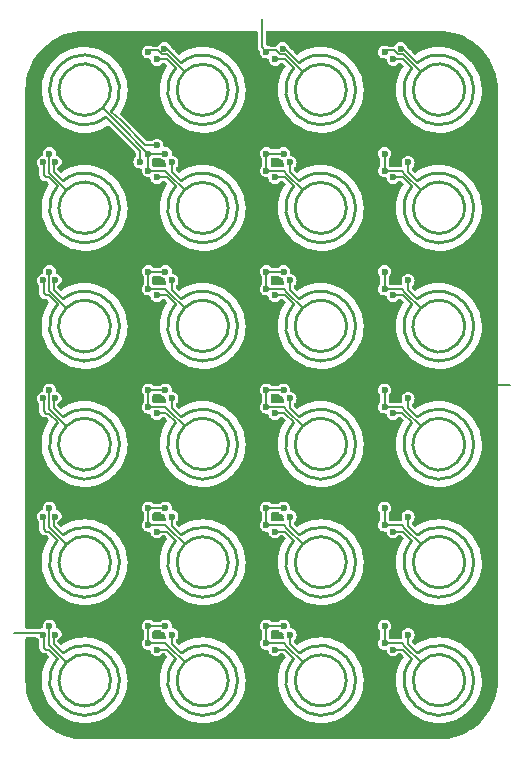
<source format=gtl>
%TF.GenerationSoftware,KiCad,Pcbnew,8.0.8*%
%TF.CreationDate,2025-02-13T16:18:15+00:00*%
%TF.ProjectId,ec30_4x6_jacplane_0.1,65633330-5f34-4783-965f-6a6163706c61,v0.1*%
%TF.SameCoordinates,PX8b3c880PY623a7c0*%
%TF.FileFunction,Copper,L1,Top*%
%TF.FilePolarity,Positive*%
%FSLAX46Y46*%
G04 Gerber Fmt 4.6, Leading zero omitted, Abs format (unit mm)*
G04 Created by KiCad (PCBNEW 8.0.8) date 2025-02-13 16:18:15*
%MOMM*%
%LPD*%
G01*
G04 APERTURE LIST*
%TA.AperFunction,Conductor*%
%ADD10C,0.200000*%
%TD*%
%TA.AperFunction,SMDPad,CuDef*%
%ADD11C,0.150000*%
%TD*%
%TA.AperFunction,SMDPad,CuDef*%
%ADD12C,0.250000*%
%TD*%
%TA.AperFunction,SMDPad,CuDef*%
%ADD13C,0.200000*%
%TD*%
%TA.AperFunction,SMDPad,CuDef*%
%ADD14C,0.100000*%
%TD*%
%TA.AperFunction,ViaPad*%
%ADD15C,0.600000*%
%TD*%
%TA.AperFunction,Conductor*%
%ADD16C,0.250000*%
%TD*%
%TA.AperFunction,Conductor*%
%ADD17C,0.150000*%
%TD*%
G04 APERTURE END LIST*
D10*
%TO.N,GND*%
X21000000Y0D02*
X20000000Y0D01*
%TD*%
D11*
%TO.P,J11,1*%
%TO.N,JD_DATA*%
X2171570Y7828420D03*
D12*
X3465580Y6534420D03*
X6534420Y3465570D03*
%TO.P,J11,2*%
%TO.N,GND*%
X1663700Y7206610D03*
X2793390Y8336290D03*
D13*
%TO.P,J11,3*%
%TO.N,JD_PWR*%
X1952930Y7591400D03*
X2409850Y8045800D03*
%TD*%
D11*
%TO.P,J1,1*%
%TO.N,JD_DATA*%
X-12171570Y22171580D03*
D12*
X-13465580Y23465580D03*
X-16534420Y26534430D03*
%TO.P,J1,2*%
%TO.N,GND*%
X-11663700Y22793390D03*
X-12793390Y21663710D03*
D13*
%TO.P,J1,3*%
%TO.N,JD_PWR*%
X-11952930Y22408600D03*
X-12409850Y21954200D03*
%TD*%
D11*
%TO.P,J10,1*%
%TO.N,JD_DATA*%
X-7828430Y7828420D03*
D12*
X-6534420Y6534420D03*
X-3465580Y3465570D03*
%TO.P,J10,2*%
%TO.N,GND*%
X-8336300Y7206610D03*
X-7206610Y8336290D03*
D13*
%TO.P,J10,3*%
%TO.N,JD_PWR*%
X-8047070Y7591400D03*
X-7590150Y8045800D03*
%TD*%
D11*
%TO.P,J21,1*%
%TO.N,JD_DATA*%
X-17828430Y-22171580D03*
D12*
X-16534420Y-23465580D03*
X-13465580Y-26534430D03*
%TO.P,J21,2*%
%TO.N,GND*%
X-18336300Y-22793390D03*
X-17206610Y-21663710D03*
D13*
%TO.P,J21,3*%
%TO.N,JD_PWR*%
X-18047070Y-22408600D03*
X-17590150Y-21954200D03*
%TD*%
D11*
%TO.P,J17,1*%
%TO.N,JD_DATA*%
X-17828430Y-12171580D03*
D12*
X-16534420Y-13465580D03*
X-13465580Y-16534430D03*
%TO.P,J17,2*%
%TO.N,GND*%
X-18336300Y-12793390D03*
X-17206610Y-11663710D03*
D13*
%TO.P,J17,3*%
%TO.N,JD_PWR*%
X-18047070Y-12408600D03*
X-17590150Y-11954200D03*
%TD*%
D11*
%TO.P,J6,1*%
%TO.N,JD_DATA*%
X-7828430Y17828420D03*
D12*
X-6534420Y16534420D03*
X-3465580Y13465570D03*
%TO.P,J6,2*%
%TO.N,GND*%
X-8336300Y17206610D03*
X-7206610Y18336290D03*
D13*
%TO.P,J6,3*%
%TO.N,JD_PWR*%
X-8047070Y17591400D03*
X-7590150Y18045800D03*
%TD*%
D11*
%TO.P,J20,1*%
%TO.N,JD_DATA*%
X12171570Y-12171580D03*
D12*
X13465580Y-13465580D03*
X16534420Y-16534430D03*
%TO.P,J20,2*%
%TO.N,GND*%
X11663700Y-12793390D03*
X12793390Y-11663710D03*
D13*
%TO.P,J20,3*%
%TO.N,JD_PWR*%
X11952930Y-12408600D03*
X12409850Y-11954200D03*
%TD*%
D11*
%TO.P,J16,1*%
%TO.N,JD_DATA*%
X12171570Y-2171580D03*
D12*
X13465580Y-3465580D03*
X16534420Y-6534430D03*
%TO.P,J16,2*%
%TO.N,GND*%
X11663700Y-2793390D03*
X12793390Y-1663710D03*
D13*
%TO.P,J16,3*%
%TO.N,JD_PWR*%
X11952930Y-2408600D03*
X12409850Y-1954200D03*
%TD*%
D11*
%TO.P,J14,1*%
%TO.N,JD_DATA*%
X-7828430Y-2171580D03*
D12*
X-6534420Y-3465580D03*
X-3465580Y-6534430D03*
%TO.P,J14,2*%
%TO.N,GND*%
X-8336300Y-2793390D03*
X-7206610Y-1663710D03*
D13*
%TO.P,J14,3*%
%TO.N,JD_PWR*%
X-8047070Y-2408600D03*
X-7590150Y-1954200D03*
%TD*%
D11*
%TO.P,J2,1*%
%TO.N,JD_DATA*%
X-7828430Y27828420D03*
D12*
X-6534420Y26534420D03*
X-3465580Y23465570D03*
%TO.P,J2,2*%
%TO.N,GND*%
X-8336300Y27206610D03*
X-7206610Y28336290D03*
D13*
%TO.P,J2,3*%
%TO.N,JD_PWR*%
X-8047070Y27591400D03*
X-7590150Y28045800D03*
%TD*%
D11*
%TO.P,J18,1*%
%TO.N,JD_DATA*%
X-7828430Y-12171580D03*
D12*
X-6534420Y-13465580D03*
X-3465580Y-16534430D03*
%TO.P,J18,2*%
%TO.N,GND*%
X-8336300Y-12793390D03*
X-7206610Y-11663710D03*
D13*
%TO.P,J18,3*%
%TO.N,JD_PWR*%
X-8047070Y-12408600D03*
X-7590150Y-11954200D03*
%TD*%
D11*
%TO.P,J8,1*%
%TO.N,JD_DATA*%
X12171570Y17828420D03*
D12*
X13465580Y16534420D03*
X16534420Y13465570D03*
%TO.P,J8,2*%
%TO.N,GND*%
X11663700Y17206610D03*
X12793390Y18336290D03*
D13*
%TO.P,J8,3*%
%TO.N,JD_PWR*%
X11952930Y17591400D03*
X12409850Y18045800D03*
%TD*%
D11*
%TO.P,J3,1*%
%TO.N,JD_DATA*%
X2171570Y27828420D03*
D12*
X3465580Y26534420D03*
X6534420Y23465570D03*
%TO.P,J3,2*%
%TO.N,GND*%
X1663700Y27206610D03*
X2793390Y28336290D03*
D13*
%TO.P,J3,3*%
%TO.N,JD_PWR*%
X1952930Y27591400D03*
X2409850Y28045800D03*
%TD*%
D11*
%TO.P,J4,1*%
%TO.N,JD_DATA*%
X12171570Y27828420D03*
D12*
X13465580Y26534420D03*
X16534420Y23465570D03*
%TO.P,J4,2*%
%TO.N,GND*%
X11663700Y27206610D03*
X12793390Y28336290D03*
D13*
%TO.P,J4,3*%
%TO.N,JD_PWR*%
X11952930Y27591400D03*
X12409850Y28045800D03*
%TD*%
D11*
%TO.P,J13,1*%
%TO.N,JD_DATA*%
X-17828430Y-2171580D03*
D12*
X-16534420Y-3465580D03*
X-13465580Y-6534430D03*
%TO.P,J13,2*%
%TO.N,GND*%
X-18336300Y-2793390D03*
X-17206610Y-1663710D03*
D13*
%TO.P,J13,3*%
%TO.N,JD_PWR*%
X-18047070Y-2408600D03*
X-17590150Y-1954200D03*
%TD*%
D11*
%TO.P,J7,1*%
%TO.N,JD_DATA*%
X2171570Y17828420D03*
D12*
X3465580Y16534420D03*
X6534420Y13465570D03*
%TO.P,J7,2*%
%TO.N,GND*%
X1663700Y17206610D03*
X2793390Y18336290D03*
D13*
%TO.P,J7,3*%
%TO.N,JD_PWR*%
X1952930Y17591400D03*
X2409850Y18045800D03*
%TD*%
D11*
%TO.P,J23,1*%
%TO.N,JD_DATA*%
X2171570Y-22171580D03*
D12*
X3465580Y-23465580D03*
X6534420Y-26534430D03*
%TO.P,J23,2*%
%TO.N,GND*%
X1663700Y-22793390D03*
X2793390Y-21663710D03*
D13*
%TO.P,J23,3*%
%TO.N,JD_PWR*%
X1952930Y-22408600D03*
X2409850Y-21954200D03*
%TD*%
D11*
%TO.P,J15,1*%
%TO.N,JD_DATA*%
X2171570Y-2171580D03*
D12*
X3465580Y-3465580D03*
X6534420Y-6534430D03*
%TO.P,J15,2*%
%TO.N,GND*%
X1663700Y-2793390D03*
X2793390Y-1663710D03*
D13*
%TO.P,J15,3*%
%TO.N,JD_PWR*%
X1952930Y-2408600D03*
X2409850Y-1954200D03*
%TD*%
D11*
%TO.P,J9,1*%
%TO.N,JD_DATA*%
X-17828430Y7828420D03*
D12*
X-16534420Y6534420D03*
X-13465580Y3465570D03*
%TO.P,J9,2*%
%TO.N,GND*%
X-18336300Y7206610D03*
X-17206610Y8336290D03*
D13*
%TO.P,J9,3*%
%TO.N,JD_PWR*%
X-18047070Y7591400D03*
X-17590150Y8045800D03*
%TD*%
D11*
%TO.P,J12,1*%
%TO.N,JD_DATA*%
X12171570Y7828420D03*
D12*
X13465580Y6534420D03*
X16534420Y3465570D03*
%TO.P,J12,2*%
%TO.N,GND*%
X11663700Y7206610D03*
X12793390Y8336290D03*
D13*
%TO.P,J12,3*%
%TO.N,JD_PWR*%
X11952930Y7591400D03*
X12409850Y8045800D03*
%TD*%
D11*
%TO.P,J5,1*%
%TO.N,JD_DATA*%
X-17828430Y17828420D03*
D12*
X-16534420Y16534420D03*
X-13465580Y13465570D03*
%TO.P,J5,2*%
%TO.N,GND*%
X-18336300Y17206610D03*
X-17206610Y18336290D03*
D13*
%TO.P,J5,3*%
%TO.N,JD_PWR*%
X-18047070Y17591400D03*
X-17590150Y18045800D03*
%TD*%
D11*
%TO.P,J22,1*%
%TO.N,JD_DATA*%
X-7828430Y-22171580D03*
D12*
X-6534420Y-23465580D03*
X-3465580Y-26534430D03*
%TO.P,J22,2*%
%TO.N,GND*%
X-8336300Y-22793390D03*
X-7206610Y-21663710D03*
D13*
%TO.P,J22,3*%
%TO.N,JD_PWR*%
X-8047070Y-22408600D03*
X-7590150Y-21954200D03*
%TD*%
D11*
%TO.P,J24,1*%
%TO.N,JD_DATA*%
X12171570Y-22171580D03*
D12*
X13465580Y-23465580D03*
X16534420Y-26534430D03*
%TO.P,J24,2*%
%TO.N,GND*%
X11663700Y-22793390D03*
X12793390Y-21663710D03*
D13*
%TO.P,J24,3*%
%TO.N,JD_PWR*%
X11952930Y-22408600D03*
X12409850Y-21954200D03*
%TD*%
D11*
%TO.P,J19,1*%
%TO.N,JD_DATA*%
X2171570Y-12171580D03*
D12*
X3465580Y-13465580D03*
X6534420Y-16534430D03*
%TO.P,J19,2*%
%TO.N,GND*%
X1663700Y-12793390D03*
X2793390Y-11663710D03*
D13*
%TO.P,J19,3*%
%TO.N,JD_PWR*%
X1952930Y-12408600D03*
X2409850Y-11954200D03*
%TD*%
D14*
%TO.P,JD_PWR,1*%
%TO.N,N/C*%
X-21000000Y-21000000D03*
%TD*%
%TO.P,GS\u002A\u002A,1*%
%TO.N,N/C*%
X21000000Y0D03*
%TD*%
%TO.P,GS\u002A\u002A,1*%
%TO.N,N/C*%
X0Y31000000D03*
%TD*%
D15*
%TO.N,JD_PWR*%
X-7600000Y-1131130D03*
X1131120Y-2399980D03*
X-8868890Y17600020D03*
X12400000Y18868870D03*
X-8868890Y-2399980D03*
X11131120Y7600020D03*
X11131120Y17600020D03*
X-17471360Y-11131130D03*
X1766390Y28500010D03*
X12400000Y-11131130D03*
X11131120Y-22399980D03*
X-18481360Y-1131130D03*
X-17471360Y18868870D03*
X1131120Y-22399980D03*
X1150000Y27592080D03*
X-8868890Y7591400D03*
X2400000Y-1131130D03*
X-8233610Y28500010D03*
X-8868890Y20300000D03*
X12400000Y8868870D03*
X12400000Y-1131130D03*
X1131120Y7600020D03*
X-17471360Y-21131130D03*
X-8868890Y-22399980D03*
X-7600000Y-21131130D03*
X11131120Y-12399980D03*
X-7600000Y-11131130D03*
X-17471360Y8868870D03*
X11131120Y-2399980D03*
X-17471360Y-1131130D03*
X-18481360Y8868870D03*
X2400000Y18868870D03*
X2400000Y8868870D03*
X-10300000Y18900000D03*
X-7600000Y18868870D03*
X-8850000Y27592080D03*
X-18481360Y-21131130D03*
X-8868890Y-12399980D03*
X-18481360Y-11131130D03*
X-18481360Y18868870D03*
X2400000Y-21131130D03*
X1131120Y-12399980D03*
X-7600000Y8868870D03*
X11766390Y28500010D03*
X1131120Y17600020D03*
X2400000Y-11131130D03*
X11150000Y27592080D03*
X12400000Y-21131130D03*
%TO.N,JD_DATA*%
X400000Y-21854200D03*
X1854190Y9600000D03*
X-9600000Y9600000D03*
X400000Y-11854190D03*
X-17976360Y9600000D03*
X-9600000Y8145800D03*
X10400000Y-20400000D03*
X10400000Y-21854200D03*
X-17976360Y-10400000D03*
X-9600000Y-20400000D03*
X-8145810Y19600000D03*
X-8145810Y9600000D03*
X400000Y9600000D03*
X-9600000Y-11854190D03*
X400000Y-10400000D03*
X1854190Y-10400000D03*
X-17976360Y-20400000D03*
X10400000Y-10400000D03*
X-8145810Y-400000D03*
X400000Y18145800D03*
X10400000Y19600000D03*
X400000Y-20400000D03*
X10400000Y28211290D03*
X-9600000Y-10400000D03*
X400000Y-400000D03*
X1854190Y19600000D03*
X-9600000Y-400000D03*
X10400000Y-1854200D03*
X-17976360Y19600000D03*
X-17976360Y-400000D03*
X-8145810Y-20400000D03*
X10400000Y9600000D03*
X400000Y19600000D03*
X400000Y-1854200D03*
X-9600000Y18145800D03*
X1854190Y-400000D03*
X10400000Y-11854190D03*
X1854190Y-20400000D03*
X10400000Y-400000D03*
X400000Y28211290D03*
X-9600000Y19600000D03*
X-9600000Y-1854200D03*
X10400000Y8145800D03*
X-8145810Y-10400000D03*
X-9600000Y-21854200D03*
X400000Y8145800D03*
X-9600000Y28211290D03*
X10400000Y18145800D03*
%TD*%
D10*
%TO.N,JD_PWR*%
X-12409850Y21954200D02*
X-10300000Y19844350D01*
X-17592710Y8453640D02*
X-17547890Y8498450D01*
X-17590160Y-21954200D02*
X-16835450Y-22720590D01*
X11952240Y-22407920D02*
X12720510Y-23164480D01*
X11131790Y7599340D02*
X11934050Y7599340D01*
X-17547890Y-11501550D02*
X-17547890Y-11207660D01*
X-17592710Y-21546360D02*
X-17547890Y-21501550D01*
X11131790Y-12400660D02*
X11934050Y-12400660D01*
X-17547890Y8792330D02*
X-17471360Y8868870D01*
X2409850Y-11954200D02*
X3164560Y-12720590D01*
X-18047760Y17592080D02*
X-17279490Y16835520D01*
X-12720510Y23164480D02*
X-11952240Y22407920D01*
X11150000Y27592080D02*
X11150680Y27591400D01*
X-18461300Y-22224610D02*
X-18277310Y-22408600D01*
X-8194890Y28461290D02*
X-8029960Y28461290D01*
X11952240Y-12407920D02*
X12720510Y-13164480D01*
X-17592710Y-1546360D02*
X-17547890Y-1501550D01*
X-18481360Y-21131130D02*
X-18612490Y-21000000D01*
X-17590160Y-1954200D02*
X-16835450Y-2720590D01*
X-17592710Y-11546360D02*
X-17547890Y-11501550D01*
X-11952930Y22408590D02*
X-9844330Y20300000D01*
X1150680Y27591400D02*
X1952930Y27591400D01*
X12385540Y28045800D02*
X12409850Y28045800D01*
X2399320Y-11934060D02*
X2399320Y-11131810D01*
X11131790Y17599340D02*
X11934050Y17599340D01*
X12409850Y28045800D02*
X13164560Y27279410D01*
X-17592710Y-21934060D02*
X-17592710Y-21546360D01*
X-8850000Y27592080D02*
X-8849320Y27591400D01*
X-18481360Y18868870D02*
X-18461300Y18848810D01*
X-7590160Y-11954200D02*
X-6835440Y-12720590D01*
X-18461300Y7775390D02*
X-18277310Y7591400D01*
X12409850Y-1954200D02*
X13164560Y-2720590D01*
X-8868210Y-12400660D02*
X-8065950Y-12400660D01*
X1131790Y-12400660D02*
X1934050Y-12400660D01*
X-8233610Y28500010D02*
X-8194890Y28461290D01*
X-18461300Y17775390D02*
X-18461300Y18848810D01*
X-8868210Y-2400660D02*
X-8065950Y-2400660D01*
X-8868210Y17599340D02*
X-8065950Y17599340D01*
X2385530Y28045800D02*
X2409850Y28045800D01*
X1952240Y-2407920D02*
X2720510Y-3164480D01*
X12399320Y-1934060D02*
X12399320Y-1131810D01*
X-17547890Y-21501550D02*
X-17547890Y-21207660D01*
X-17592710Y18453640D02*
X-17547890Y18498450D01*
X-17590160Y18045800D02*
X-16835450Y17279410D01*
X-18461300Y-12224610D02*
X-18277310Y-12408600D01*
X-8047760Y17592080D02*
X-7279490Y16835520D01*
X11952240Y27592080D02*
X12720510Y26835520D01*
X2409850Y28045800D02*
X3164560Y27279410D01*
X-17592710Y18065940D02*
X-17592710Y18453640D01*
X-17547890Y18792340D02*
X-17471360Y18868870D01*
X12409850Y-21954200D02*
X13164560Y-22720590D01*
X2409850Y-1954200D02*
X3164560Y-2720590D01*
X-7614470Y28045800D02*
X-7590160Y28045800D01*
X-18461300Y-22224610D02*
X-18461300Y-21151190D01*
X-17547890Y-21207660D02*
X-17471360Y-21131130D01*
X-18481360Y-1131130D02*
X-18461300Y-1151190D01*
X-18481360Y-11131130D02*
X-18461300Y-11151190D01*
X-7590160Y-1954200D02*
X-6835440Y-2720590D01*
X-8047760Y-22407920D02*
X-7279490Y-23164480D01*
X1952240Y-12407920D02*
X2720510Y-13164480D01*
X-7590160Y8045800D02*
X-6835440Y7279410D01*
X-18461300Y7775390D02*
X-18461300Y8848810D01*
X-7600680Y-21934060D02*
X-7600680Y-21131810D01*
X-18277310Y7591400D02*
X-18047070Y7591400D01*
X-17592710Y-1934060D02*
X-17592710Y-1546360D01*
X-18277310Y-2408600D02*
X-18047070Y-2408600D01*
X-8047760Y7592080D02*
X-7279490Y6835520D01*
X-8047760Y27592080D02*
X-7279490Y26835520D01*
X1952240Y7592080D02*
X2720510Y6835520D01*
X-10300000Y18900000D02*
X-10300000Y19844350D01*
X-18047760Y-12407920D02*
X-17279490Y-13164480D01*
X1952240Y-22407920D02*
X2720510Y-23164480D01*
X-18047760Y-2407920D02*
X-17279490Y-3164480D01*
X-18461300Y17775390D02*
X-18277310Y17591400D01*
X12399320Y18065940D02*
X12399320Y18868190D01*
X-18481360Y8868870D02*
X-18461300Y8848810D01*
X-8047760Y-12407920D02*
X-7279490Y-13164480D01*
X11131790Y-22400660D02*
X11934050Y-22400660D01*
X1952240Y27592080D02*
X2720510Y26835520D01*
X-18277310Y-12408600D02*
X-18047070Y-12408600D01*
X1970040Y28461290D02*
X2385530Y28045800D01*
X-18277310Y-22408600D02*
X-18047070Y-22408600D01*
X12399320Y-21934060D02*
X12399320Y-21131810D01*
X-7600680Y8065940D02*
X-7600680Y8868190D01*
X2409850Y8045800D02*
X3164560Y7279410D01*
X-8868210Y-22400660D02*
X-8065950Y-22400660D01*
X2399320Y-21934060D02*
X2399320Y-21131810D01*
X-17547890Y18498450D02*
X-17547890Y18792340D01*
X1131790Y-2400660D02*
X1934050Y-2400660D01*
X2409850Y18045800D02*
X3164560Y17279410D01*
X-17547890Y-1501550D02*
X-17547890Y-1207670D01*
X12409850Y8045800D02*
X13164560Y7279410D01*
X-18277310Y17591400D02*
X-18047070Y17591400D01*
X-8029960Y28461290D02*
X-7614470Y28045800D01*
X-18047760Y-22407920D02*
X-17279490Y-23164480D01*
X-17590160Y8045800D02*
X-16835450Y7279410D01*
X2399320Y-1934060D02*
X2399320Y-1131810D01*
X11805110Y28461290D02*
X11970040Y28461290D01*
X-18612490Y-21000000D02*
X-21000000Y-21000000D01*
X11952240Y-2407920D02*
X12720510Y-3164480D01*
X-17547890Y-1207670D02*
X-17471360Y-1131130D01*
X-7600680Y18065940D02*
X-7600680Y18868190D01*
X-7590160Y18045800D02*
X-6835440Y17279410D01*
X11131790Y-2400660D02*
X11934050Y-2400660D01*
X1952240Y17592080D02*
X2720510Y16835520D01*
X-8868890Y7591400D02*
X-8047070Y7591400D01*
X-7590160Y28045800D02*
X-6835440Y27279410D01*
X2409850Y-21954200D02*
X3164560Y-22720590D01*
X-17592710Y8065940D02*
X-17592710Y8453640D01*
X11150680Y27591400D02*
X11952930Y27591400D01*
X-17592710Y-11934060D02*
X-17592710Y-11546360D01*
X1131790Y-22400660D02*
X1934050Y-22400660D01*
X11952240Y17592080D02*
X12720510Y16835520D01*
X-8047760Y-2407920D02*
X-7279490Y-3164480D01*
X-18461300Y-2224610D02*
X-18461300Y-1151190D01*
X-18047760Y7592080D02*
X-17279490Y6835520D01*
X-18461300Y-12224610D02*
X-18461300Y-11151190D01*
X-17590160Y-11954200D02*
X-16835450Y-12720590D01*
X-7590160Y-21954200D02*
X-6835440Y-22720590D01*
X-7600680Y-11934060D02*
X-7600680Y-11131810D01*
X-17547890Y8498450D02*
X-17547890Y8792330D01*
X2399320Y18065940D02*
X2399320Y18868190D01*
X-8849320Y27591400D02*
X-8047070Y27591400D01*
X-7600680Y-1934060D02*
X-7600680Y-1131810D01*
X-17547890Y-11207660D02*
X-17471360Y-11131130D01*
X11766390Y28500010D02*
X11805110Y28461290D01*
X1131790Y17599340D02*
X1934050Y17599340D01*
X12399320Y-11934060D02*
X12399320Y-11131810D01*
X12399320Y8065940D02*
X12399320Y8868190D01*
X-18461300Y-2224610D02*
X-18277310Y-2408600D01*
X1805110Y28461290D02*
X1970040Y28461290D01*
X-13164560Y22720580D02*
X-12409850Y21954200D01*
X1766390Y28500010D02*
X1805110Y28461290D01*
X1150000Y27592080D02*
X1150680Y27591400D01*
X11952240Y7592080D02*
X12720510Y6835520D01*
X11970040Y28461290D02*
X12385540Y28045800D01*
X12409850Y18045800D02*
X13164560Y17279410D01*
X1131790Y7599340D02*
X1934050Y7599340D01*
X-9844330Y20300000D02*
X-8868890Y20300000D01*
X2399320Y8065940D02*
X2399320Y8868190D01*
X12409850Y-11954200D02*
X13164560Y-12720590D01*
X-18481360Y-21131130D02*
X-18461300Y-21151190D01*
D16*
X-6811937Y-22697439D02*
G75*
G02*
X-7301929Y-23187260I1811937J-2302561D01*
G01*
X3188063Y7302561D02*
G75*
G02*
X2698071Y6812740I1811937J-2302561D01*
G01*
X-16811937Y17302561D02*
G75*
G02*
X-17301929Y16812740I1811937J-2302561D01*
G01*
X13188063Y27302561D02*
G75*
G02*
X12698071Y26812740I1811937J-2302561D01*
G01*
X13188063Y-22697439D02*
G75*
G02*
X12698071Y-23187260I1811937J-2302561D01*
G01*
X3188063Y17302561D02*
G75*
G02*
X2698071Y16812740I1811937J-2302561D01*
G01*
X13188063Y7302561D02*
G75*
G02*
X12698071Y6812740I1811937J-2302561D01*
G01*
X-16811937Y7302561D02*
G75*
G02*
X-17301929Y6812740I1811937J-2302561D01*
G01*
X-16811937Y-22697439D02*
G75*
G02*
X-17301929Y-23187260I1811937J-2302561D01*
G01*
X3188063Y-12697439D02*
G75*
G02*
X2698071Y-13187260I1811937J-2302561D01*
G01*
X3188063Y27302561D02*
G75*
G02*
X2698071Y26812740I1811937J-2302561D01*
G01*
X-6811937Y27302561D02*
G75*
G02*
X-7301929Y26812740I1811937J-2302561D01*
G01*
X-6811937Y-12697439D02*
G75*
G02*
X-7301929Y-13187260I1811937J-2302561D01*
G01*
X-6811937Y17302561D02*
G75*
G02*
X-7301929Y16812740I1811937J-2302561D01*
G01*
X-6811937Y-2697439D02*
G75*
G02*
X-7301929Y-3187260I1811937J-2302561D01*
G01*
X13188063Y-12697439D02*
G75*
G02*
X12698071Y-13187260I1811937J-2302561D01*
G01*
X3188063Y-2697439D02*
G75*
G02*
X2698071Y-3187260I1811937J-2302561D01*
G01*
X-16811937Y-2697439D02*
G75*
G02*
X-17301929Y-3187260I1811937J-2302561D01*
G01*
X13188063Y17302561D02*
G75*
G02*
X12698071Y16812740I1811937J-2302561D01*
G01*
X13188063Y-2697439D02*
G75*
G02*
X12698071Y-3187260I1811937J-2302561D01*
G01*
X-16811937Y-12697439D02*
G75*
G02*
X-17301929Y-13187260I1811937J-2302561D01*
G01*
X-6811937Y7302561D02*
G75*
G02*
X-7301929Y6812740I1811937J-2302561D01*
G01*
X-13188063Y22697439D02*
G75*
G02*
X-12698071Y23187260I-1811937J2302561D01*
G01*
X3188063Y-22697439D02*
G75*
G02*
X2698071Y-23187260I1811937J-2302561D01*
G01*
D17*
%TO.N,JD_DATA*%
X-8784060Y28336290D02*
X-8442780Y27995010D01*
X-9600000Y-1854200D02*
X-8145810Y-1854200D01*
D10*
X400000Y-11854190D02*
X400000Y-10400000D01*
D17*
X-8145810Y-11854190D02*
X-7828430Y-12171580D01*
X10400000Y18145800D02*
X11854190Y18145800D01*
X-17976360Y-12023650D02*
X-17828430Y-12171580D01*
X-8442780Y27995010D02*
X-7995010Y27995010D01*
X11854190Y8145800D02*
X12171570Y7828420D01*
X-9600000Y18145800D02*
X-8145810Y18145800D01*
X2171580Y-22171580D02*
X3465580Y-23465580D01*
X11854190Y-11854190D02*
X12171570Y-12171580D01*
X12171580Y-12171580D02*
X13465580Y-13465580D01*
X11557220Y27995010D02*
X12004990Y27995010D01*
D10*
X-9600000Y-20400000D02*
X-8145810Y-20400000D01*
D17*
X-17976360Y17976350D02*
X-17828430Y17828420D01*
X-17976360Y-22023650D02*
X-17976360Y-20400000D01*
X-7828420Y-2171580D02*
X-6534420Y-3465580D01*
X-17828430Y-12171580D02*
X-16534420Y-13465580D01*
X-8145810Y18145800D02*
X-7828430Y17828420D01*
X1854190Y8145800D02*
X2171570Y7828420D01*
D10*
X-9600000Y-10400000D02*
X-8145810Y-10400000D01*
D17*
X2171580Y27828420D02*
X3465580Y26534420D01*
X-7828420Y7828420D02*
X-6534420Y6534420D01*
D10*
X10400000Y8145800D02*
X10400000Y9600000D01*
X400000Y19600000D02*
X1854190Y19600000D01*
D17*
X-13465580Y23465570D02*
X-12171580Y22171570D01*
D10*
X-9600000Y-11854190D02*
X-9600000Y-10400000D01*
D17*
X-7828420Y17828420D02*
X-6534420Y16534420D01*
X2171580Y-12171580D02*
X3465580Y-13465580D01*
X12004990Y27995010D02*
X12171570Y27828420D01*
X-17976360Y-2023650D02*
X-17976360Y-400000D01*
X11854190Y18145800D02*
X12171570Y17828420D01*
X1854190Y-1854200D02*
X2171570Y-2171580D01*
X1854190Y-11854190D02*
X2171570Y-12171580D01*
X1854190Y-21854200D02*
X2171570Y-22171580D01*
X10525000Y28336290D02*
X11215940Y28336290D01*
X-7828420Y27828420D02*
X-6534420Y26534420D01*
D10*
X400000Y-10400000D02*
X1854190Y-10400000D01*
D17*
X12171580Y-2171580D02*
X13465580Y-3465580D01*
D10*
X400000Y-21854200D02*
X400000Y-20400000D01*
D17*
X-12171570Y22171570D02*
X-9600000Y19600000D01*
X2171580Y7828420D02*
X3465580Y6534420D01*
X-9600000Y28211290D02*
X-9475000Y28336290D01*
X-7828420Y-12171580D02*
X-6534420Y-13465580D01*
D10*
X10400000Y-11854190D02*
X10400000Y-10400000D01*
D17*
X10400000Y-11854190D02*
X11854190Y-11854190D01*
D10*
X-9600000Y8145800D02*
X-9600000Y9600000D01*
X10400000Y-1854200D02*
X10400000Y-400000D01*
X400000Y8145800D02*
X400000Y9600000D01*
D17*
X400000Y28211290D02*
X0Y28611290D01*
X0Y28611290D02*
X0Y31000000D01*
D10*
X400000Y9600000D02*
X1854190Y9600000D01*
D17*
X400000Y-11854190D02*
X1854190Y-11854190D01*
X10400000Y-21854200D02*
X11854190Y-21854200D01*
D10*
X-9600000Y-1854200D02*
X-9600000Y-400000D01*
D17*
X-17976360Y-22023650D02*
X-17828430Y-22171580D01*
X2171580Y-2171580D02*
X3465580Y-3465580D01*
X1854190Y18145800D02*
X2171570Y17828420D01*
D10*
X-9600000Y-400000D02*
X-8145810Y-400000D01*
D17*
X2004990Y27995010D02*
X2171570Y27828420D01*
D10*
X10400000Y-21854200D02*
X10400000Y-20400000D01*
X-9600000Y-21854200D02*
X-9600000Y-20400000D01*
D17*
X400000Y18145800D02*
X1854190Y18145800D01*
X10400000Y-1854200D02*
X11854190Y-1854200D01*
X400000Y-1854200D02*
X1854190Y-1854200D01*
X-17976360Y7976350D02*
X-17828430Y7828420D01*
X400000Y28211290D02*
X525000Y28336290D01*
X-7995010Y27995010D02*
X-7828430Y27828420D01*
X525000Y28336290D02*
X1215940Y28336290D01*
X12171580Y7828420D02*
X13465580Y6534420D01*
X-17828430Y-22171580D02*
X-16534420Y-23465580D01*
X12171580Y17828420D02*
X13465580Y16534420D01*
X-17828430Y-2171580D02*
X-16534420Y-3465580D01*
X-17976360Y-2023650D02*
X-17828430Y-2171580D01*
X-9600000Y8145800D02*
X-8145810Y8145800D01*
X-9475000Y28336290D02*
X-8784060Y28336290D01*
X1215940Y28336290D02*
X1557220Y27995010D01*
X12171580Y-22171580D02*
X13465580Y-23465580D01*
X11854190Y-21854200D02*
X12171570Y-22171580D01*
X2171580Y17828420D02*
X3465580Y16534420D01*
X11215940Y28336290D02*
X11557220Y27995010D01*
X-8145810Y-1854200D02*
X-7828430Y-2171580D01*
X-17828430Y7828420D02*
X-16534420Y6534420D01*
D10*
X-9600000Y18145800D02*
X-9600000Y19600000D01*
X-9600000Y9600000D02*
X-8145810Y9600000D01*
D17*
X-9600000Y-11854190D02*
X-8145810Y-11854190D01*
X-17828430Y17828420D02*
X-16534420Y16534420D01*
X-17976360Y7976350D02*
X-17976360Y9600000D01*
D10*
X-9600000Y19600000D02*
X-8145810Y19600000D01*
D17*
X10400000Y8145800D02*
X11854190Y8145800D01*
X11854190Y-1854200D02*
X12171570Y-2171580D01*
X-17976360Y17976350D02*
X-17976360Y19600000D01*
X10400000Y28211290D02*
X10525000Y28336290D01*
D10*
X400000Y18145800D02*
X400000Y19600000D01*
D17*
X-8145810Y8145800D02*
X-7828430Y7828420D01*
D10*
X400000Y-1854200D02*
X400000Y-400000D01*
D17*
X400000Y-21854200D02*
X1854190Y-21854200D01*
X1557220Y27995010D02*
X2004990Y27995010D01*
D10*
X10400000Y18145800D02*
X10400000Y19600000D01*
D17*
X400000Y8145800D02*
X1854190Y8145800D01*
X-9600000Y-21854200D02*
X-8145810Y-21854200D01*
D10*
X400000Y-20400000D02*
X1854190Y-20400000D01*
D17*
X12171580Y27828420D02*
X13465580Y26534420D01*
X-17976360Y-12023650D02*
X-17976360Y-10400000D01*
X-7828420Y-22171580D02*
X-6534420Y-23465580D01*
D10*
X400000Y-400000D02*
X1854190Y-400000D01*
D17*
X-8145810Y-21854200D02*
X-7828430Y-22171580D01*
D16*
X-6534422Y6534422D02*
G75*
G02*
X-3465578Y3465578I1534422J-1534422D01*
G01*
X13465578Y6534422D02*
G75*
G02*
X16534422Y3465578I1534422J-1534422D01*
G01*
X16534422Y13465578D02*
G75*
G02*
X13465578Y16534422I-1534422J1534422D01*
G01*
X-6534422Y-3465578D02*
G75*
G02*
X-3465578Y-6534422I1534422J-1534422D01*
G01*
X-3465578Y23465578D02*
G75*
G02*
X-6534422Y26534422I-1534422J1534422D01*
G01*
X-13465578Y13465578D02*
G75*
G02*
X-16534422Y16534422I-1534422J1534422D01*
G01*
X-16534422Y-3465578D02*
G75*
G02*
X-13465578Y-6534422I1534422J-1534422D01*
G01*
X-6534422Y16534422D02*
G75*
G02*
X-3465578Y13465578I1534422J-1534422D01*
G01*
X-16534422Y6534422D02*
G75*
G02*
X-13465578Y3465578I1534422J-1534422D01*
G01*
X13465578Y16534422D02*
G75*
G02*
X16534422Y13465578I1534422J-1534422D01*
G01*
X3465578Y16534422D02*
G75*
G02*
X6534422Y13465578I1534422J-1534422D01*
G01*
X3465578Y26534422D02*
G75*
G02*
X6534422Y23465578I1534422J-1534422D01*
G01*
X-3465578Y-16534422D02*
G75*
G02*
X-6534422Y-13465578I-1534422J1534422D01*
G01*
X-13465578Y23465578D02*
G75*
G02*
X-16534422Y26534422I-1534422J1534422D01*
G01*
X13465578Y-23465578D02*
G75*
G02*
X16534422Y-26534422I1534422J-1534422D01*
G01*
X16534422Y23465578D02*
G75*
G02*
X13465578Y26534422I-1534422J1534422D01*
G01*
X-16534422Y-23465578D02*
G75*
G02*
X-13465578Y-26534422I1534422J-1534422D01*
G01*
X3465578Y6534422D02*
G75*
G02*
X6534422Y3465578I1534422J-1534422D01*
G01*
X-13465578Y3465578D02*
G75*
G02*
X-16534422Y6534422I-1534422J1534422D01*
G01*
X-6534422Y26534422D02*
G75*
G02*
X-3465578Y23465578I1534422J-1534422D01*
G01*
X6534422Y-6534422D02*
G75*
G02*
X3465578Y-3465578I-1534422J1534422D01*
G01*
X-3465578Y-26534422D02*
G75*
G02*
X-6534422Y-23465578I-1534422J1534422D01*
G01*
X-13465578Y-16534422D02*
G75*
G02*
X-16534422Y-13465578I-1534422J1534422D01*
G01*
X6534422Y3465578D02*
G75*
G02*
X3465578Y6534422I-1534422J1534422D01*
G01*
X-16534422Y26534422D02*
G75*
G02*
X-13465578Y23465578I1534422J-1534422D01*
G01*
X13465578Y-13465578D02*
G75*
G02*
X16534422Y-16534422I1534422J-1534422D01*
G01*
X16534422Y-6534422D02*
G75*
G02*
X13465578Y-3465578I-1534422J1534422D01*
G01*
X16534422Y3465578D02*
G75*
G02*
X13465578Y6534422I-1534422J1534422D01*
G01*
X6534422Y13465578D02*
G75*
G02*
X3465578Y16534422I-1534422J1534422D01*
G01*
X3465578Y-23465578D02*
G75*
G02*
X6534422Y-26534422I1534422J-1534422D01*
G01*
X-13465578Y-26534422D02*
G75*
G02*
X-16534422Y-23465578I-1534422J1534422D01*
G01*
X3465578Y-13465578D02*
G75*
G02*
X6534422Y-16534422I1534422J-1534422D01*
G01*
X16534422Y-16534422D02*
G75*
G02*
X13465578Y-13465578I-1534422J1534422D01*
G01*
X6534422Y-16534422D02*
G75*
G02*
X3465578Y-13465578I-1534422J1534422D01*
G01*
X13465578Y26534422D02*
G75*
G02*
X16534422Y23465578I1534422J-1534422D01*
G01*
X-6534422Y-23465578D02*
G75*
G02*
X-3465578Y-26534422I1534422J-1534422D01*
G01*
X13465578Y-3465578D02*
G75*
G02*
X16534422Y-6534422I1534422J-1534422D01*
G01*
X-16534422Y16534422D02*
G75*
G02*
X-13465578Y13465578I1534422J-1534422D01*
G01*
X6534422Y-26534422D02*
G75*
G02*
X3465578Y-23465578I-1534422J1534422D01*
G01*
X-3465578Y3465578D02*
G75*
G02*
X-6534422Y6534422I-1534422J1534422D01*
G01*
X-3465578Y13465578D02*
G75*
G02*
X-6534422Y16534422I-1534422J1534422D01*
G01*
X6534422Y23465578D02*
G75*
G02*
X3465578Y26534422I-1534422J1534422D01*
G01*
X3465578Y-3465578D02*
G75*
G02*
X6534422Y-6534422I1534422J-1534422D01*
G01*
X16534422Y-26534422D02*
G75*
G02*
X13465578Y-23465578I-1534422J1534422D01*
G01*
X-16534422Y-13465578D02*
G75*
G02*
X-13465578Y-16534422I1534422J-1534422D01*
G01*
X-6534422Y-13465578D02*
G75*
G02*
X-3465578Y-16534422I1534422J-1534422D01*
G01*
X-13465578Y-6534422D02*
G75*
G02*
X-16534422Y-3465578I-1534422J1534422D01*
G01*
X-3465578Y-6534422D02*
G75*
G02*
X-6534422Y-3465578I-1534422J1534422D01*
G01*
%TO.N,GND*%
X1663400Y7206910D02*
X1848790Y7018600D01*
X1663400Y-2793090D02*
X1848790Y-2981400D01*
X1663400Y17206910D02*
X1848790Y17018610D01*
X-17206610Y-21663710D02*
X-16442910Y-20900000D01*
X-11848800Y22981390D02*
X-11663400Y22793080D01*
X12792690Y-21663010D02*
X12975770Y-21843270D01*
X-11664410Y22792680D02*
X-11642280Y22814810D01*
X2793390Y8336290D02*
X3557090Y9099990D01*
X12793390Y-1663710D02*
X13557090Y-900010D01*
X900000Y-13557100D02*
X1663700Y-12793390D01*
X-17206610Y8336290D02*
X-16442910Y9099990D01*
X12792690Y8336980D02*
X12975770Y8156730D01*
X2792690Y8336980D02*
X2975770Y8156730D01*
X-9100000Y6442900D02*
X-8336300Y7206610D01*
X-17207310Y-11663010D02*
X-17024230Y-11843270D01*
X2793390Y18336290D02*
X3557090Y19100000D01*
X-8336600Y7206910D02*
X-8151210Y7018600D01*
X-7206610Y8336290D02*
X-6442910Y9099990D01*
X-8336600Y27206910D02*
X-8151210Y27018610D01*
X2792690Y28336980D02*
X2975770Y28156730D01*
X11663400Y27206910D02*
X11848800Y27018610D01*
X-11642280Y22814810D02*
X-11285310Y22814810D01*
X-18336600Y-2793090D02*
X-18151210Y-2981400D01*
X-12792690Y21240320D02*
X-12791070Y21238710D01*
X-7207310Y8336980D02*
X-7024230Y8156730D01*
X12792690Y28335590D02*
X12792690Y28700000D01*
X-8336600Y-2793090D02*
X-8151210Y-2981400D01*
X12793390Y-21663710D02*
X13557090Y-20900000D01*
X-18336600Y-22793090D02*
X-18151210Y-22981390D01*
X10900000Y-23557100D02*
X11663710Y-22793390D01*
X-9100000Y16442900D02*
X-8336300Y17206610D01*
X11663400Y-2793090D02*
X11848800Y-2981400D01*
X900000Y6442900D02*
X1663700Y7206610D01*
X2792690Y18336980D02*
X2975770Y18156730D01*
X-7207310Y28335590D02*
X-7207310Y28700000D01*
X10900000Y-3557100D02*
X11663710Y-2793390D01*
X-17207310Y-21663010D02*
X-17024230Y-21843270D01*
X-18336600Y-12793090D02*
X-18151210Y-12981390D01*
X-17207310Y-1663020D02*
X-17024230Y-1843270D01*
X12792690Y-1663020D02*
X12975770Y-1843270D01*
X1663400Y-12793090D02*
X1848790Y-12981390D01*
X12793390Y-11663710D02*
X13557090Y-10900000D01*
X11663400Y17206910D02*
X11848800Y17018610D01*
X-17206610Y-11663710D02*
X-16442910Y-10900000D01*
X12793390Y8336290D02*
X13557090Y9099990D01*
X-12792690Y21240320D02*
X-12792690Y21663010D01*
X-12975770Y21843260D02*
X-12792690Y21663010D01*
X10900000Y26442900D02*
X11663710Y27206610D01*
X-9100000Y-23557100D02*
X-8336300Y-22793390D01*
X-7206610Y18336290D02*
X-6442910Y19100000D01*
X10900000Y16442900D02*
X11663710Y17206610D01*
X2792690Y-1663020D02*
X2975770Y-1843270D01*
X-7207310Y-21663010D02*
X-7024230Y-21843270D01*
X900000Y-3557100D02*
X1663700Y-2793390D01*
X2792690Y-21663010D02*
X2975770Y-21843270D01*
X-9100000Y26442900D02*
X-8336300Y27206610D01*
X-7207310Y-11663010D02*
X-7024230Y-11843270D01*
X11663400Y-22793090D02*
X11848800Y-22981390D01*
X2793390Y-1663710D02*
X3557090Y-900010D01*
X-18700000Y-22792690D02*
X-18335590Y-22792690D01*
X-7207310Y-1663020D02*
X-7024230Y-1843270D01*
X-18700000Y-12792690D02*
X-18335590Y-12792690D01*
X-7206610Y-11663710D02*
X-6442910Y-10900000D01*
X-18700000Y17207310D02*
X-18335590Y17207310D01*
X-17207310Y8336980D02*
X-17024230Y8156730D01*
X-8336600Y17206910D02*
X-8151210Y17018610D01*
X-17207310Y18336980D02*
X-17024230Y18156730D01*
X-8336600Y-12793090D02*
X-8151210Y-12981390D01*
X10900000Y-13557100D02*
X11663710Y-12793390D01*
X-17206610Y18336290D02*
X-16442910Y19100000D01*
X-17206610Y-1663710D02*
X-16442910Y-900010D01*
X1663400Y27206910D02*
X1848790Y27018610D01*
X12793390Y18336290D02*
X13557090Y19100000D01*
X-18336600Y7206910D02*
X-18151210Y7018600D01*
X900000Y16442900D02*
X1663700Y17206610D01*
X11663400Y7206910D02*
X11848800Y7018600D01*
X12792690Y-11663010D02*
X12975770Y-11843270D01*
X-18700000Y-2792690D02*
X-18335590Y-2792690D01*
X-8336600Y-22793090D02*
X-8151210Y-22981390D01*
X2793390Y-11663710D02*
X3557090Y-10900000D01*
X-9100000Y-3557100D02*
X-8336300Y-2793390D01*
X2792690Y-11663010D02*
X2975770Y-11843270D01*
X900000Y-23557100D02*
X1663700Y-22793390D01*
X-9100000Y-13557100D02*
X-8336300Y-12793390D01*
X2792690Y28335590D02*
X2792690Y28700000D01*
X900000Y26442900D02*
X1663700Y27206610D01*
X12792690Y18336980D02*
X12975770Y18156730D01*
X-18700000Y7207310D02*
X-18335590Y7207310D01*
X-7207310Y28336980D02*
X-7024230Y28156730D01*
X1663400Y-22793090D02*
X1848790Y-22981390D01*
X2793390Y-21663710D02*
X3557090Y-20900000D01*
X-18336600Y17206910D02*
X-18151210Y17018610D01*
X-7206610Y-21663710D02*
X-6442910Y-20900000D01*
X-7207310Y18336980D02*
X-7024230Y18156730D01*
X10900000Y6442900D02*
X11663710Y7206610D01*
X11663400Y-12793090D02*
X11848800Y-12981390D01*
X-7206610Y-1663710D02*
X-6442910Y-900010D01*
X12792690Y28336980D02*
X12975770Y28156730D01*
X12975770Y-11843262D02*
G75*
G02*
X11842319Y-12977242I2024230J-3156738D01*
G01*
X-7024230Y18156738D02*
G75*
G02*
X-8157681Y17022758I2024230J-3156738D01*
G01*
X2975770Y18156738D02*
G75*
G02*
X1842319Y17022758I2024230J-3156738D01*
G01*
X12975770Y28156738D02*
G75*
G02*
X11842319Y27022758I2024230J-3156738D01*
G01*
X-17024230Y18156738D02*
G75*
G02*
X-18157681Y17022758I2024230J-3156738D01*
G01*
X-7024230Y-11843262D02*
G75*
G02*
X-8157681Y-12977242I2024230J-3156738D01*
G01*
X2975770Y8156738D02*
G75*
G02*
X1842319Y7022758I2024230J-3156738D01*
G01*
X2975770Y28156738D02*
G75*
G02*
X1842319Y27022758I2024230J-3156738D01*
G01*
X-17024230Y-1843262D02*
G75*
G02*
X-18157681Y-2977242I2024230J-3156738D01*
G01*
X12975770Y8156738D02*
G75*
G02*
X11842319Y7022758I2024230J-3156738D01*
G01*
X2975770Y-11843262D02*
G75*
G02*
X1842319Y-12977242I2024230J-3156738D01*
G01*
X2975770Y-1843262D02*
G75*
G02*
X1842319Y-2977242I2024230J-3156738D01*
G01*
X12975770Y-1843262D02*
G75*
G02*
X11842319Y-2977242I2024230J-3156738D01*
G01*
X12975770Y18156738D02*
G75*
G02*
X11842319Y17022758I2024230J-3156738D01*
G01*
X-7024230Y-1843262D02*
G75*
G02*
X-8157681Y-2977242I2024230J-3156738D01*
G01*
X12975770Y-21843262D02*
G75*
G02*
X11842319Y-22977242I2024230J-3156738D01*
G01*
X-17024230Y-21843262D02*
G75*
G02*
X-18157681Y-22977242I2024230J-3156738D01*
G01*
X-12975770Y21843262D02*
G75*
G02*
X-11842319Y22977242I-2024230J3156738D01*
G01*
X2975770Y-21843262D02*
G75*
G02*
X1842319Y-22977242I2024230J-3156738D01*
G01*
X-7024230Y8156738D02*
G75*
G02*
X-8157681Y7022758I2024230J-3156738D01*
G01*
X-7024230Y28156738D02*
G75*
G02*
X-8157681Y27022758I2024230J-3156738D01*
G01*
X-17024230Y-11843262D02*
G75*
G02*
X-18157681Y-12977242I2024230J-3156738D01*
G01*
X-7024230Y-21843262D02*
G75*
G02*
X-8157681Y-22977242I2024230J-3156738D01*
G01*
X-17024230Y8156738D02*
G75*
G02*
X-18157681Y7022758I2024230J-3156738D01*
G01*
%TD*%
%TA.AperFunction,Conductor*%
%TO.N,GND*%
G36*
X-382461Y29980315D02*
G01*
X-336706Y29927511D01*
X-325500Y29876000D01*
X-325500Y28568438D01*
X-303318Y28485650D01*
X-281892Y28448540D01*
X-260465Y28411428D01*
X-260463Y28411426D01*
X-187447Y28338410D01*
X-153962Y28277087D01*
X-152189Y28234545D01*
X-154377Y28217924D01*
X-155250Y28211290D01*
X-136943Y28072234D01*
X-136330Y28067582D01*
X-136329Y28067578D01*
X-80863Y27933668D01*
X-80862Y27933666D01*
X-80861Y27933665D01*
X7379Y27818669D01*
X122375Y27730429D01*
X256291Y27674960D01*
X383280Y27658242D01*
X399999Y27656040D01*
X400000Y27656040D01*
X460216Y27663968D01*
X529250Y27653203D01*
X581506Y27606823D01*
X599340Y27557215D01*
X613670Y27448373D01*
X613671Y27448368D01*
X669137Y27314458D01*
X669138Y27314456D01*
X669139Y27314455D01*
X757379Y27199459D01*
X872375Y27111219D01*
X872376Y27111219D01*
X872377Y27111218D01*
X879922Y27108093D01*
X1006291Y27055750D01*
X1133280Y27039032D01*
X1149999Y27036830D01*
X1150000Y27036830D01*
X1150001Y27036830D01*
X1164977Y27038802D01*
X1293709Y27055750D01*
X1427625Y27111219D01*
X1542621Y27199459D01*
X1542625Y27199464D01*
X1547743Y27204581D01*
X1609066Y27238066D01*
X1635424Y27240900D01*
X1757195Y27240900D01*
X1824234Y27221215D01*
X1844487Y27204969D01*
X1926880Y27123303D01*
X1960636Y27062129D01*
X1955961Y26992416D01*
X1943584Y26967699D01*
X1847666Y26819998D01*
X1674696Y26480525D01*
X1538155Y26124827D01*
X1439543Y25756801D01*
X1439542Y25756794D01*
X1379940Y25380486D01*
X1360000Y25000001D01*
X1360000Y25000000D01*
X1379940Y24619515D01*
X1439542Y24243207D01*
X1439543Y24243200D01*
X1538155Y23875174D01*
X1674696Y23519476D01*
X1847670Y23179996D01*
X2055176Y22860464D01*
X2252194Y22617168D01*
X2294953Y22564365D01*
X2564365Y22294953D01*
X2564369Y22294950D01*
X2860463Y22055177D01*
X3179995Y21847671D01*
X3180000Y21847668D01*
X3519479Y21674695D01*
X3875178Y21538154D01*
X4243201Y21439543D01*
X4619516Y21379940D01*
X4978956Y21361103D01*
X4999999Y21360000D01*
X5000000Y21360000D01*
X5000001Y21360000D01*
X5019941Y21361046D01*
X5380484Y21379940D01*
X5756799Y21439543D01*
X6124822Y21538154D01*
X6480521Y21674695D01*
X6820000Y21847668D01*
X7139538Y22055178D01*
X7435635Y22294953D01*
X7705047Y22564365D01*
X7944822Y22860462D01*
X8152332Y23180000D01*
X8325305Y23519479D01*
X8461846Y23875178D01*
X8560457Y24243201D01*
X8620060Y24619516D01*
X8640000Y25000000D01*
X8620060Y25380484D01*
X8560457Y25756799D01*
X8461846Y26124822D01*
X8325305Y26480521D01*
X8152332Y26820000D01*
X8152329Y26820005D01*
X7944823Y27139537D01*
X7705050Y27435631D01*
X7705047Y27435635D01*
X7435635Y27705047D01*
X7295323Y27818670D01*
X7139536Y27944824D01*
X6820004Y28152330D01*
X6704289Y28211290D01*
X9844750Y28211290D01*
X9863057Y28072234D01*
X9863670Y28067582D01*
X9863671Y28067578D01*
X9919137Y27933668D01*
X9919138Y27933666D01*
X9919139Y27933665D01*
X10007379Y27818669D01*
X10122375Y27730429D01*
X10256291Y27674960D01*
X10383280Y27658242D01*
X10399999Y27656040D01*
X10400000Y27656040D01*
X10460216Y27663968D01*
X10529250Y27653203D01*
X10581506Y27606823D01*
X10599340Y27557215D01*
X10613670Y27448373D01*
X10613671Y27448368D01*
X10669137Y27314458D01*
X10669138Y27314456D01*
X10669139Y27314455D01*
X10757379Y27199459D01*
X10872375Y27111219D01*
X10872376Y27111219D01*
X10872377Y27111218D01*
X10879922Y27108093D01*
X11006291Y27055750D01*
X11133280Y27039032D01*
X11149999Y27036830D01*
X11150000Y27036830D01*
X11150001Y27036830D01*
X11164977Y27038802D01*
X11293709Y27055750D01*
X11427625Y27111219D01*
X11542621Y27199459D01*
X11542625Y27199464D01*
X11547743Y27204581D01*
X11609066Y27238066D01*
X11635424Y27240900D01*
X11757195Y27240900D01*
X11824234Y27221215D01*
X11844487Y27204969D01*
X11926880Y27123303D01*
X11960636Y27062129D01*
X11955961Y26992416D01*
X11943584Y26967699D01*
X11847666Y26819998D01*
X11674696Y26480525D01*
X11538155Y26124827D01*
X11439543Y25756801D01*
X11439542Y25756794D01*
X11379940Y25380486D01*
X11360000Y25000001D01*
X11360000Y25000000D01*
X11379940Y24619515D01*
X11439542Y24243207D01*
X11439543Y24243200D01*
X11538155Y23875174D01*
X11674696Y23519476D01*
X11847670Y23179996D01*
X12055176Y22860464D01*
X12252194Y22617168D01*
X12294953Y22564365D01*
X12564365Y22294953D01*
X12564369Y22294950D01*
X12860463Y22055177D01*
X13179995Y21847671D01*
X13180000Y21847668D01*
X13519479Y21674695D01*
X13875178Y21538154D01*
X14243201Y21439543D01*
X14619516Y21379940D01*
X14978956Y21361103D01*
X14999999Y21360000D01*
X15000000Y21360000D01*
X15000001Y21360000D01*
X15019941Y21361046D01*
X15380484Y21379940D01*
X15756799Y21439543D01*
X16124822Y21538154D01*
X16480521Y21674695D01*
X16820000Y21847668D01*
X17139538Y22055178D01*
X17435635Y22294953D01*
X17705047Y22564365D01*
X17944822Y22860462D01*
X18152332Y23180000D01*
X18325305Y23519479D01*
X18461846Y23875178D01*
X18560457Y24243201D01*
X18620060Y24619516D01*
X18640000Y25000000D01*
X18620060Y25380484D01*
X18560457Y25756799D01*
X18461846Y26124822D01*
X18325305Y26480521D01*
X18152332Y26820000D01*
X18152329Y26820005D01*
X17944823Y27139537D01*
X17705050Y27435631D01*
X17705047Y27435635D01*
X17435635Y27705047D01*
X17295323Y27818670D01*
X17139536Y27944824D01*
X16820004Y28152330D01*
X16480524Y28325304D01*
X16124826Y28461845D01*
X15756800Y28560457D01*
X15756793Y28560458D01*
X15380485Y28620060D01*
X15000001Y28640000D01*
X14999999Y28640000D01*
X14619514Y28620060D01*
X14243206Y28560458D01*
X14243199Y28560457D01*
X13875173Y28461845D01*
X13519475Y28325304D01*
X13179995Y28152330D01*
X13032132Y28056307D01*
X12965187Y28036303D01*
X12898054Y28055669D01*
X12877305Y28072234D01*
X12812393Y28136574D01*
X12811334Y28137636D01*
X12705102Y28245511D01*
X12701108Y28250225D01*
X12658960Y28292372D01*
X12658287Y28293050D01*
X12624185Y28327681D01*
X12619597Y28331735D01*
X12618437Y28332895D01*
X12598734Y28342935D01*
X12586363Y28349238D01*
X12554980Y28372040D01*
X12333324Y28593691D01*
X12308210Y28637196D01*
X12305830Y28636210D01*
X12247252Y28777633D01*
X12247251Y28777634D01*
X12247251Y28777635D01*
X12159011Y28892631D01*
X12044015Y28980871D01*
X12044014Y28980872D01*
X12044012Y28980873D01*
X11910102Y29036339D01*
X11910100Y29036340D01*
X11910099Y29036340D01*
X11838244Y29045800D01*
X11766391Y29055260D01*
X11766389Y29055260D01*
X11622681Y29036340D01*
X11622677Y29036339D01*
X11488767Y28980873D01*
X11373769Y28892631D01*
X11285528Y28777634D01*
X11280933Y28766540D01*
X11269251Y28738338D01*
X11225412Y28683935D01*
X11159118Y28661869D01*
X11154691Y28661790D01*
X10759285Y28661790D01*
X10692246Y28681475D01*
X10683801Y28687413D01*
X10677629Y28692149D01*
X10677623Y28692152D01*
X10543712Y28747619D01*
X10543710Y28747620D01*
X10543709Y28747620D01*
X10433307Y28762155D01*
X10400001Y28766540D01*
X10399999Y28766540D01*
X10256291Y28747620D01*
X10256287Y28747619D01*
X10122377Y28692153D01*
X10007379Y28603911D01*
X9919137Y28488913D01*
X9863671Y28355003D01*
X9863670Y28354999D01*
X9845625Y28217933D01*
X9844750Y28211290D01*
X6704289Y28211290D01*
X6480524Y28325304D01*
X6124826Y28461845D01*
X5756800Y28560457D01*
X5756793Y28560458D01*
X5380485Y28620060D01*
X5000001Y28640000D01*
X4999999Y28640000D01*
X4619514Y28620060D01*
X4243206Y28560458D01*
X4243199Y28560457D01*
X3875173Y28461845D01*
X3519475Y28325304D01*
X3179995Y28152330D01*
X3032132Y28056307D01*
X2965187Y28036303D01*
X2898054Y28055669D01*
X2877305Y28072234D01*
X2812393Y28136574D01*
X2811334Y28137636D01*
X2705102Y28245511D01*
X2701108Y28250225D01*
X2658960Y28292372D01*
X2658287Y28293050D01*
X2624185Y28327681D01*
X2619597Y28331735D01*
X2618437Y28332895D01*
X2594284Y28345202D01*
X2586347Y28349246D01*
X2554963Y28372049D01*
X2333325Y28593687D01*
X2308212Y28637197D01*
X2305831Y28636210D01*
X2253663Y28762155D01*
X2247251Y28777635D01*
X2159011Y28892631D01*
X2044015Y28980871D01*
X2044014Y28980872D01*
X2044012Y28980873D01*
X1910102Y29036339D01*
X1910100Y29036340D01*
X1910099Y29036340D01*
X1838244Y29045800D01*
X1766391Y29055260D01*
X1766389Y29055260D01*
X1622681Y29036340D01*
X1622677Y29036339D01*
X1488767Y28980873D01*
X1373769Y28892631D01*
X1285528Y28777634D01*
X1280933Y28766540D01*
X1269251Y28738338D01*
X1225412Y28683935D01*
X1159118Y28661869D01*
X1154691Y28661790D01*
X759285Y28661790D01*
X692246Y28681475D01*
X683801Y28687413D01*
X677629Y28692149D01*
X677623Y28692152D01*
X543712Y28747619D01*
X543710Y28747620D01*
X543709Y28747620D01*
X528452Y28749629D01*
X433313Y28762155D01*
X369417Y28790422D01*
X330947Y28848747D01*
X325500Y28885094D01*
X325500Y29876000D01*
X345185Y29943039D01*
X397989Y29988794D01*
X449500Y30000000D01*
X14997294Y30000000D01*
X15002702Y29999883D01*
X15430392Y29981209D01*
X15441129Y29980269D01*
X15862874Y29924746D01*
X15873512Y29922871D01*
X16288818Y29830799D01*
X16299258Y29828001D01*
X16704945Y29700089D01*
X16715092Y29696396D01*
X17108098Y29533607D01*
X17117890Y29529041D01*
X17495215Y29332618D01*
X17504555Y29327225D01*
X17840787Y29113022D01*
X17863311Y29098672D01*
X17872172Y29092468D01*
X18209645Y28833516D01*
X18217932Y28826562D01*
X18531542Y28539192D01*
X18539191Y28531543D01*
X18826561Y28217933D01*
X18833515Y28209646D01*
X19092467Y27872173D01*
X19098671Y27863312D01*
X19327216Y27504570D01*
X19332621Y27495208D01*
X19426714Y27314458D01*
X19529037Y27117897D01*
X19533609Y27108093D01*
X19696391Y26715103D01*
X19700091Y26704937D01*
X19827999Y26299263D01*
X19830799Y26288815D01*
X19922868Y25873521D01*
X19924746Y25862867D01*
X19980266Y25441149D01*
X19981209Y25430373D01*
X19999882Y25002703D01*
X20000000Y24997294D01*
X20000000Y-24997293D01*
X19999882Y-25002702D01*
X19981209Y-25430372D01*
X19980266Y-25441148D01*
X19924746Y-25862866D01*
X19922868Y-25873520D01*
X19830799Y-26288814D01*
X19827999Y-26299262D01*
X19700091Y-26704936D01*
X19696391Y-26715102D01*
X19533609Y-27108092D01*
X19529037Y-27117896D01*
X19332625Y-27495201D01*
X19327216Y-27504569D01*
X19098671Y-27863311D01*
X19092467Y-27872172D01*
X18833515Y-28209645D01*
X18826561Y-28217932D01*
X18539191Y-28531542D01*
X18531542Y-28539191D01*
X18217932Y-28826561D01*
X18209645Y-28833515D01*
X17872172Y-29092467D01*
X17863311Y-29098671D01*
X17504569Y-29327216D01*
X17495201Y-29332625D01*
X17117896Y-29529037D01*
X17108092Y-29533609D01*
X16715102Y-29696391D01*
X16704936Y-29700091D01*
X16299262Y-29827999D01*
X16288814Y-29830799D01*
X15873520Y-29922868D01*
X15862866Y-29924746D01*
X15441148Y-29980266D01*
X15430372Y-29981209D01*
X15002703Y-29999882D01*
X14997294Y-30000000D01*
X-14997294Y-30000000D01*
X-15002703Y-29999882D01*
X-15430373Y-29981209D01*
X-15441149Y-29980266D01*
X-15862867Y-29924746D01*
X-15873521Y-29922868D01*
X-16288815Y-29830799D01*
X-16299263Y-29827999D01*
X-16704937Y-29700091D01*
X-16715103Y-29696391D01*
X-17108093Y-29533609D01*
X-17117897Y-29529037D01*
X-17241334Y-29464780D01*
X-17495208Y-29332621D01*
X-17504564Y-29327220D01*
X-17683941Y-29212943D01*
X-17863312Y-29098671D01*
X-17872173Y-29092467D01*
X-18209646Y-28833515D01*
X-18217933Y-28826561D01*
X-18531543Y-28539191D01*
X-18539192Y-28531542D01*
X-18826562Y-28217932D01*
X-18833516Y-28209645D01*
X-19092468Y-27872172D01*
X-19098672Y-27863311D01*
X-19199500Y-27705043D01*
X-19327225Y-27504555D01*
X-19332618Y-27495215D01*
X-19529041Y-27117890D01*
X-19533610Y-27108092D01*
X-19696392Y-26715102D01*
X-19700092Y-26704936D01*
X-19770849Y-26480524D01*
X-19828001Y-26299258D01*
X-19830800Y-26288814D01*
X-19922869Y-25873520D01*
X-19924747Y-25862866D01*
X-19980269Y-25441129D01*
X-19981209Y-25430392D01*
X-19999882Y-25002702D01*
X-20000000Y-24997293D01*
X-20000000Y-21474500D01*
X-19980315Y-21407461D01*
X-19927511Y-21361706D01*
X-19876000Y-21350500D01*
X-19067446Y-21350500D01*
X-19000407Y-21370185D01*
X-18968674Y-21403463D01*
X-18967168Y-21402308D01*
X-18873985Y-21523747D01*
X-18873983Y-21523748D01*
X-18873981Y-21523751D01*
X-18860314Y-21534238D01*
X-18819112Y-21590662D01*
X-18811800Y-21632613D01*
X-18811800Y-22270753D01*
X-18794570Y-22335060D01*
X-18787916Y-22359893D01*
X-18787913Y-22359900D01*
X-18741773Y-22439818D01*
X-18741771Y-22439821D01*
X-18741770Y-22439822D01*
X-18492522Y-22689070D01*
X-18415361Y-22733619D01*
X-18412598Y-22735214D01*
X-18323454Y-22759100D01*
X-18242805Y-22759100D01*
X-18175766Y-22778785D01*
X-18155513Y-22795031D01*
X-18073120Y-22876697D01*
X-18039364Y-22937871D01*
X-18044039Y-23007584D01*
X-18056416Y-23032301D01*
X-18152334Y-23180002D01*
X-18325304Y-23519475D01*
X-18461845Y-23875173D01*
X-18560457Y-24243199D01*
X-18560458Y-24243206D01*
X-18620060Y-24619514D01*
X-18640000Y-24999999D01*
X-18640000Y-25000000D01*
X-18620060Y-25380485D01*
X-18560458Y-25756793D01*
X-18560457Y-25756800D01*
X-18461845Y-26124826D01*
X-18325304Y-26480524D01*
X-18152330Y-26820004D01*
X-17944824Y-27139536D01*
X-17944822Y-27139538D01*
X-17705047Y-27435635D01*
X-17435635Y-27705047D01*
X-17435631Y-27705050D01*
X-17139537Y-27944823D01*
X-16820005Y-28152329D01*
X-16820000Y-28152332D01*
X-16480521Y-28325305D01*
X-16124822Y-28461846D01*
X-15756799Y-28560457D01*
X-15380484Y-28620060D01*
X-15021044Y-28638897D01*
X-15000001Y-28640000D01*
X-15000000Y-28640000D01*
X-14999999Y-28640000D01*
X-14980059Y-28638954D01*
X-14619516Y-28620060D01*
X-14243201Y-28560457D01*
X-13875178Y-28461846D01*
X-13519479Y-28325305D01*
X-13180000Y-28152332D01*
X-12860462Y-27944822D01*
X-12564365Y-27705047D01*
X-12294953Y-27435635D01*
X-12055178Y-27139538D01*
X-11847668Y-26820000D01*
X-11674695Y-26480521D01*
X-11538154Y-26124822D01*
X-11439543Y-25756799D01*
X-11379940Y-25380484D01*
X-11360000Y-25000000D01*
X-11379940Y-24619516D01*
X-11439543Y-24243201D01*
X-11538154Y-23875178D01*
X-11674695Y-23519479D01*
X-11847668Y-23180000D01*
X-11847671Y-23179995D01*
X-12055177Y-22860463D01*
X-12294950Y-22564369D01*
X-12294953Y-22564365D01*
X-12564365Y-22294953D01*
X-12765811Y-22131825D01*
X-12860464Y-22055176D01*
X-13179996Y-21847670D01*
X-13519476Y-21674696D01*
X-13875174Y-21538155D01*
X-14243200Y-21439543D01*
X-14243207Y-21439542D01*
X-14619515Y-21379940D01*
X-14999999Y-21360000D01*
X-15000001Y-21360000D01*
X-15380486Y-21379940D01*
X-15756794Y-21439542D01*
X-15756801Y-21439543D01*
X-16124827Y-21538155D01*
X-16480525Y-21674696D01*
X-16820005Y-21847670D01*
X-16967869Y-21943694D01*
X-17034814Y-21963698D01*
X-17101946Y-21944332D01*
X-17122689Y-21927774D01*
X-17188186Y-21862854D01*
X-17188987Y-21862050D01*
X-17206567Y-21844198D01*
X-17239576Y-21782619D01*
X-17242210Y-21757197D01*
X-17242210Y-21710337D01*
X-17222525Y-21643298D01*
X-17193700Y-21611963D01*
X-17078739Y-21523751D01*
X-16990499Y-21408755D01*
X-16935030Y-21274839D01*
X-16916110Y-21131130D01*
X-16935030Y-20987421D01*
X-16977001Y-20886092D01*
X-16990498Y-20853507D01*
X-16990499Y-20853506D01*
X-16990499Y-20853505D01*
X-17078739Y-20738509D01*
X-17193735Y-20650269D01*
X-17193736Y-20650268D01*
X-17193738Y-20650267D01*
X-17327652Y-20594799D01*
X-17335502Y-20592696D01*
X-17334740Y-20589851D01*
X-17385723Y-20567273D01*
X-17424170Y-20508933D01*
X-17428542Y-20456447D01*
X-17421110Y-20400000D01*
X-17421110Y-20399999D01*
X-10155250Y-20399999D01*
X-10155250Y-20400000D01*
X-10136330Y-20543708D01*
X-10136329Y-20543712D01*
X-10080862Y-20677623D01*
X-10080861Y-20677625D01*
X-9992620Y-20792623D01*
X-9986874Y-20798369D01*
X-9989426Y-20800920D01*
X-9957909Y-20843873D01*
X-9950500Y-20886092D01*
X-9950500Y-21368108D01*
X-9970185Y-21435147D01*
X-9988087Y-21454612D01*
X-9986871Y-21455828D01*
X-9992616Y-21461572D01*
X-10080863Y-21576577D01*
X-10136329Y-21710487D01*
X-10136330Y-21710491D01*
X-10155250Y-21854199D01*
X-10155250Y-21854200D01*
X-10136330Y-21997908D01*
X-10136329Y-21997912D01*
X-10080863Y-22131822D01*
X-10080862Y-22131824D01*
X-10080861Y-22131825D01*
X-9992621Y-22246821D01*
X-9877625Y-22335061D01*
X-9743709Y-22390530D01*
X-9600000Y-22409450D01*
X-9548849Y-22402715D01*
X-9479817Y-22413479D01*
X-9427561Y-22459858D01*
X-9409726Y-22509466D01*
X-9405220Y-22543688D01*
X-9405219Y-22543692D01*
X-9349753Y-22677602D01*
X-9349752Y-22677604D01*
X-9349751Y-22677605D01*
X-9261511Y-22792601D01*
X-9146515Y-22880841D01*
X-9012599Y-22936310D01*
X-8885610Y-22953028D01*
X-8868891Y-22955230D01*
X-8868890Y-22955230D01*
X-8868889Y-22955230D01*
X-8853913Y-22953258D01*
X-8725181Y-22936310D01*
X-8591265Y-22880841D01*
X-8476269Y-22792601D01*
X-8476265Y-22792596D01*
X-8471147Y-22787479D01*
X-8409824Y-22753994D01*
X-8383466Y-22751160D01*
X-8250816Y-22751160D01*
X-8183777Y-22770845D01*
X-8163524Y-22787091D01*
X-8073120Y-22876697D01*
X-8039364Y-22937871D01*
X-8044039Y-23007584D01*
X-8056416Y-23032301D01*
X-8152334Y-23180002D01*
X-8325304Y-23519475D01*
X-8461845Y-23875173D01*
X-8560457Y-24243199D01*
X-8560458Y-24243206D01*
X-8620060Y-24619514D01*
X-8640000Y-24999999D01*
X-8640000Y-25000000D01*
X-8620060Y-25380485D01*
X-8560458Y-25756793D01*
X-8560457Y-25756800D01*
X-8461845Y-26124826D01*
X-8325304Y-26480524D01*
X-8152330Y-26820004D01*
X-7944824Y-27139536D01*
X-7944822Y-27139538D01*
X-7705047Y-27435635D01*
X-7435635Y-27705047D01*
X-7435631Y-27705050D01*
X-7139537Y-27944823D01*
X-6820005Y-28152329D01*
X-6820000Y-28152332D01*
X-6480521Y-28325305D01*
X-6124822Y-28461846D01*
X-5756799Y-28560457D01*
X-5380484Y-28620060D01*
X-5021044Y-28638897D01*
X-5000001Y-28640000D01*
X-5000000Y-28640000D01*
X-4999999Y-28640000D01*
X-4980059Y-28638954D01*
X-4619516Y-28620060D01*
X-4243201Y-28560457D01*
X-3875178Y-28461846D01*
X-3519479Y-28325305D01*
X-3180000Y-28152332D01*
X-2860462Y-27944822D01*
X-2564365Y-27705047D01*
X-2294953Y-27435635D01*
X-2055178Y-27139538D01*
X-1847668Y-26820000D01*
X-1674695Y-26480521D01*
X-1538154Y-26124822D01*
X-1439543Y-25756799D01*
X-1379940Y-25380484D01*
X-1360000Y-25000000D01*
X-1379940Y-24619516D01*
X-1439543Y-24243201D01*
X-1538154Y-23875178D01*
X-1674695Y-23519479D01*
X-1847668Y-23180000D01*
X-1847671Y-23179995D01*
X-2055177Y-22860463D01*
X-2294950Y-22564369D01*
X-2294953Y-22564365D01*
X-2564365Y-22294953D01*
X-2765811Y-22131825D01*
X-2860464Y-22055176D01*
X-3179996Y-21847670D01*
X-3519476Y-21674696D01*
X-3875174Y-21538155D01*
X-4243200Y-21439543D01*
X-4243207Y-21439542D01*
X-4619515Y-21379940D01*
X-4999999Y-21360000D01*
X-5000001Y-21360000D01*
X-5380486Y-21379940D01*
X-5756794Y-21439542D01*
X-5756801Y-21439543D01*
X-6124827Y-21538155D01*
X-6480525Y-21674696D01*
X-6820005Y-21847670D01*
X-6967869Y-21943694D01*
X-7034814Y-21963698D01*
X-7101946Y-21944332D01*
X-7122689Y-21927774D01*
X-7188071Y-21862967D01*
X-7188908Y-21862127D01*
X-7214533Y-21836106D01*
X-7247545Y-21774528D01*
X-7250180Y-21749102D01*
X-7250180Y-21617743D01*
X-7230495Y-21550704D01*
X-7212004Y-21530621D01*
X-7213126Y-21529499D01*
X-7207381Y-21523753D01*
X-7207379Y-21523751D01*
X-7119139Y-21408755D01*
X-7063670Y-21274839D01*
X-7044750Y-21131130D01*
X-7063670Y-20987421D01*
X-7105641Y-20886092D01*
X-7119138Y-20853507D01*
X-7119139Y-20853506D01*
X-7119139Y-20853505D01*
X-7207379Y-20738509D01*
X-7322375Y-20650269D01*
X-7322376Y-20650268D01*
X-7322378Y-20650267D01*
X-7456288Y-20594801D01*
X-7456290Y-20594800D01*
X-7456291Y-20594800D01*
X-7472272Y-20592696D01*
X-7490545Y-20590290D01*
X-7554442Y-20562022D01*
X-7592912Y-20503697D01*
X-7597297Y-20451168D01*
X-7590560Y-20400000D01*
X-7590560Y-20399999D01*
X-155250Y-20399999D01*
X-155250Y-20400000D01*
X-136330Y-20543708D01*
X-136329Y-20543712D01*
X-80862Y-20677623D01*
X-80861Y-20677625D01*
X7380Y-20792623D01*
X13126Y-20798369D01*
X10574Y-20800920D01*
X42091Y-20843873D01*
X49500Y-20886092D01*
X49500Y-21368108D01*
X29815Y-21435147D01*
X11913Y-21454612D01*
X13129Y-21455828D01*
X7384Y-21461572D01*
X-80863Y-21576577D01*
X-136329Y-21710487D01*
X-136330Y-21710491D01*
X-155250Y-21854199D01*
X-155250Y-21854200D01*
X-136330Y-21997908D01*
X-136329Y-21997912D01*
X-80863Y-22131822D01*
X-80862Y-22131824D01*
X-80861Y-22131825D01*
X7379Y-22246821D01*
X122375Y-22335061D01*
X256291Y-22390530D01*
X400000Y-22409450D01*
X451160Y-22402714D01*
X520193Y-22413479D01*
X572450Y-22459858D01*
X590284Y-22509465D01*
X594790Y-22543689D01*
X594791Y-22543692D01*
X650257Y-22677602D01*
X650258Y-22677604D01*
X650259Y-22677605D01*
X738499Y-22792601D01*
X853495Y-22880841D01*
X987411Y-22936310D01*
X1114400Y-22953028D01*
X1131119Y-22955230D01*
X1131120Y-22955230D01*
X1131121Y-22955230D01*
X1146097Y-22953258D01*
X1274829Y-22936310D01*
X1408745Y-22880841D01*
X1523741Y-22792601D01*
X1523745Y-22792596D01*
X1528863Y-22787479D01*
X1590186Y-22753994D01*
X1616544Y-22751160D01*
X1749184Y-22751160D01*
X1816223Y-22770845D01*
X1836476Y-22787091D01*
X1926880Y-22876697D01*
X1960636Y-22937871D01*
X1955961Y-23007584D01*
X1943584Y-23032301D01*
X1847666Y-23180002D01*
X1674696Y-23519475D01*
X1538155Y-23875173D01*
X1439543Y-24243199D01*
X1439542Y-24243206D01*
X1379940Y-24619514D01*
X1360000Y-24999999D01*
X1360000Y-25000000D01*
X1379940Y-25380485D01*
X1439542Y-25756793D01*
X1439543Y-25756800D01*
X1538155Y-26124826D01*
X1674696Y-26480524D01*
X1847670Y-26820004D01*
X2055176Y-27139536D01*
X2055178Y-27139538D01*
X2294953Y-27435635D01*
X2564365Y-27705047D01*
X2564369Y-27705050D01*
X2860463Y-27944823D01*
X3179995Y-28152329D01*
X3180000Y-28152332D01*
X3519479Y-28325305D01*
X3875178Y-28461846D01*
X4243201Y-28560457D01*
X4619516Y-28620060D01*
X4978956Y-28638897D01*
X4999999Y-28640000D01*
X5000000Y-28640000D01*
X5000001Y-28640000D01*
X5019941Y-28638954D01*
X5380484Y-28620060D01*
X5756799Y-28560457D01*
X6124822Y-28461846D01*
X6480521Y-28325305D01*
X6820000Y-28152332D01*
X7139538Y-27944822D01*
X7435635Y-27705047D01*
X7705047Y-27435635D01*
X7944822Y-27139538D01*
X8152332Y-26820000D01*
X8325305Y-26480521D01*
X8461846Y-26124822D01*
X8560457Y-25756799D01*
X8620060Y-25380484D01*
X8640000Y-25000000D01*
X8620060Y-24619516D01*
X8560457Y-24243201D01*
X8461846Y-23875178D01*
X8325305Y-23519479D01*
X8152332Y-23180000D01*
X8152329Y-23179995D01*
X7944823Y-22860463D01*
X7705050Y-22564369D01*
X7705047Y-22564365D01*
X7435635Y-22294953D01*
X7234189Y-22131825D01*
X7139536Y-22055176D01*
X6820004Y-21847670D01*
X6480524Y-21674696D01*
X6124826Y-21538155D01*
X5756800Y-21439543D01*
X5756793Y-21439542D01*
X5380485Y-21379940D01*
X5000001Y-21360000D01*
X4999999Y-21360000D01*
X4619514Y-21379940D01*
X4243206Y-21439542D01*
X4243199Y-21439543D01*
X3875173Y-21538155D01*
X3519475Y-21674696D01*
X3179995Y-21847670D01*
X3032132Y-21943693D01*
X2965187Y-21963697D01*
X2898054Y-21944331D01*
X2877304Y-21927766D01*
X2812351Y-21863385D01*
X2811292Y-21862322D01*
X2785468Y-21836098D01*
X2752455Y-21774519D01*
X2749820Y-21749093D01*
X2749820Y-21617743D01*
X2769505Y-21550704D01*
X2787996Y-21530621D01*
X2786874Y-21529499D01*
X2792619Y-21523753D01*
X2792621Y-21523751D01*
X2880861Y-21408755D01*
X2936330Y-21274839D01*
X2955250Y-21131130D01*
X2936330Y-20987421D01*
X2894359Y-20886092D01*
X2880862Y-20853507D01*
X2880861Y-20853506D01*
X2880861Y-20853505D01*
X2792621Y-20738509D01*
X2677625Y-20650269D01*
X2677624Y-20650268D01*
X2677622Y-20650267D01*
X2543712Y-20594801D01*
X2543710Y-20594800D01*
X2543709Y-20594800D01*
X2527728Y-20592696D01*
X2509455Y-20590290D01*
X2445558Y-20562022D01*
X2407088Y-20503697D01*
X2402703Y-20451168D01*
X2409440Y-20400000D01*
X2409440Y-20399999D01*
X9844750Y-20399999D01*
X9844750Y-20400000D01*
X9863670Y-20543708D01*
X9863671Y-20543712D01*
X9919138Y-20677623D01*
X9919139Y-20677625D01*
X10007380Y-20792623D01*
X10013126Y-20798369D01*
X10010574Y-20800920D01*
X10042091Y-20843873D01*
X10049500Y-20886092D01*
X10049500Y-21368108D01*
X10029815Y-21435147D01*
X10011913Y-21454612D01*
X10013129Y-21455828D01*
X10007384Y-21461572D01*
X9919137Y-21576577D01*
X9863671Y-21710487D01*
X9863670Y-21710491D01*
X9844750Y-21854199D01*
X9844750Y-21854200D01*
X9863670Y-21997908D01*
X9863671Y-21997912D01*
X9919137Y-22131822D01*
X9919138Y-22131824D01*
X9919139Y-22131825D01*
X10007379Y-22246821D01*
X10122375Y-22335061D01*
X10256291Y-22390530D01*
X10400000Y-22409450D01*
X10451160Y-22402714D01*
X10520193Y-22413479D01*
X10572450Y-22459858D01*
X10590284Y-22509465D01*
X10594790Y-22543689D01*
X10594791Y-22543692D01*
X10650257Y-22677602D01*
X10650258Y-22677604D01*
X10650259Y-22677605D01*
X10738499Y-22792601D01*
X10853495Y-22880841D01*
X10987411Y-22936310D01*
X11114400Y-22953028D01*
X11131119Y-22955230D01*
X11131120Y-22955230D01*
X11131121Y-22955230D01*
X11146097Y-22953258D01*
X11274829Y-22936310D01*
X11408745Y-22880841D01*
X11523741Y-22792601D01*
X11523745Y-22792596D01*
X11528863Y-22787479D01*
X11590186Y-22753994D01*
X11616544Y-22751160D01*
X11749184Y-22751160D01*
X11816223Y-22770845D01*
X11836476Y-22787091D01*
X11926880Y-22876697D01*
X11960636Y-22937871D01*
X11955961Y-23007584D01*
X11943584Y-23032301D01*
X11847666Y-23180002D01*
X11674696Y-23519475D01*
X11538155Y-23875173D01*
X11439543Y-24243199D01*
X11439542Y-24243206D01*
X11379940Y-24619514D01*
X11360000Y-24999999D01*
X11360000Y-25000000D01*
X11379940Y-25380485D01*
X11439542Y-25756793D01*
X11439543Y-25756800D01*
X11538155Y-26124826D01*
X11674696Y-26480524D01*
X11847670Y-26820004D01*
X12055176Y-27139536D01*
X12055178Y-27139538D01*
X12294953Y-27435635D01*
X12564365Y-27705047D01*
X12564369Y-27705050D01*
X12860463Y-27944823D01*
X13179995Y-28152329D01*
X13180000Y-28152332D01*
X13519479Y-28325305D01*
X13875178Y-28461846D01*
X14243201Y-28560457D01*
X14619516Y-28620060D01*
X14978956Y-28638897D01*
X14999999Y-28640000D01*
X15000000Y-28640000D01*
X15000001Y-28640000D01*
X15019941Y-28638954D01*
X15380484Y-28620060D01*
X15756799Y-28560457D01*
X16124822Y-28461846D01*
X16480521Y-28325305D01*
X16820000Y-28152332D01*
X17139538Y-27944822D01*
X17435635Y-27705047D01*
X17705047Y-27435635D01*
X17944822Y-27139538D01*
X18152332Y-26820000D01*
X18325305Y-26480521D01*
X18461846Y-26124822D01*
X18560457Y-25756799D01*
X18620060Y-25380484D01*
X18640000Y-25000000D01*
X18620060Y-24619516D01*
X18560457Y-24243201D01*
X18461846Y-23875178D01*
X18325305Y-23519479D01*
X18152332Y-23180000D01*
X18152329Y-23179995D01*
X17944823Y-22860463D01*
X17705050Y-22564369D01*
X17705047Y-22564365D01*
X17435635Y-22294953D01*
X17234189Y-22131825D01*
X17139536Y-22055176D01*
X16820004Y-21847670D01*
X16480524Y-21674696D01*
X16124826Y-21538155D01*
X15756800Y-21439543D01*
X15756793Y-21439542D01*
X15380485Y-21379940D01*
X15000001Y-21360000D01*
X14999999Y-21360000D01*
X14619514Y-21379940D01*
X14243206Y-21439542D01*
X14243199Y-21439543D01*
X13875173Y-21538155D01*
X13519475Y-21674696D01*
X13179995Y-21847670D01*
X13032132Y-21943693D01*
X12965187Y-21963697D01*
X12898054Y-21944331D01*
X12877304Y-21927766D01*
X12812351Y-21863385D01*
X12811292Y-21862322D01*
X12785468Y-21836098D01*
X12752455Y-21774519D01*
X12749820Y-21749093D01*
X12749820Y-21617743D01*
X12769505Y-21550704D01*
X12787996Y-21530621D01*
X12786874Y-21529499D01*
X12792619Y-21523753D01*
X12792621Y-21523751D01*
X12880861Y-21408755D01*
X12936330Y-21274839D01*
X12955250Y-21131130D01*
X12936330Y-20987421D01*
X12894359Y-20886092D01*
X12880862Y-20853507D01*
X12880861Y-20853506D01*
X12880861Y-20853505D01*
X12792621Y-20738509D01*
X12677625Y-20650269D01*
X12677624Y-20650268D01*
X12677622Y-20650267D01*
X12543712Y-20594801D01*
X12543710Y-20594800D01*
X12543709Y-20594800D01*
X12471854Y-20585340D01*
X12400001Y-20575880D01*
X12399999Y-20575880D01*
X12256291Y-20594800D01*
X12256287Y-20594801D01*
X12122377Y-20650267D01*
X12007379Y-20738509D01*
X11919137Y-20853507D01*
X11863671Y-20987417D01*
X11863670Y-20987421D01*
X11844750Y-21131129D01*
X11844750Y-21131130D01*
X11863670Y-21274838D01*
X11863671Y-21274842D01*
X11897804Y-21357248D01*
X11905273Y-21426718D01*
X11873997Y-21489197D01*
X11813908Y-21524848D01*
X11783243Y-21528700D01*
X10905275Y-21528700D01*
X10838236Y-21509015D01*
X10806900Y-21480188D01*
X10792621Y-21461579D01*
X10792618Y-21461576D01*
X10792616Y-21461574D01*
X10786871Y-21455828D01*
X10789387Y-21453311D01*
X10757797Y-21410017D01*
X10750500Y-21368108D01*
X10750500Y-20886092D01*
X10770185Y-20819053D01*
X10788114Y-20799609D01*
X10786874Y-20798369D01*
X10792619Y-20792623D01*
X10792621Y-20792621D01*
X10880861Y-20677625D01*
X10936330Y-20543709D01*
X10955250Y-20400000D01*
X10936330Y-20256291D01*
X10880861Y-20122375D01*
X10792621Y-20007379D01*
X10677625Y-19919139D01*
X10677624Y-19919138D01*
X10677622Y-19919137D01*
X10543712Y-19863671D01*
X10543710Y-19863670D01*
X10543709Y-19863670D01*
X10471854Y-19854210D01*
X10400001Y-19844750D01*
X10399999Y-19844750D01*
X10256291Y-19863670D01*
X10256287Y-19863671D01*
X10122377Y-19919137D01*
X10007379Y-20007379D01*
X9919137Y-20122377D01*
X9863671Y-20256287D01*
X9863670Y-20256291D01*
X9844750Y-20399999D01*
X2409440Y-20399999D01*
X2390520Y-20256291D01*
X2335051Y-20122375D01*
X2246811Y-20007379D01*
X2131815Y-19919139D01*
X2131814Y-19919138D01*
X2131812Y-19919137D01*
X1997902Y-19863671D01*
X1997900Y-19863670D01*
X1997899Y-19863670D01*
X1926044Y-19854210D01*
X1854191Y-19844750D01*
X1854189Y-19844750D01*
X1710481Y-19863670D01*
X1710477Y-19863671D01*
X1576567Y-19919137D01*
X1461562Y-20007384D01*
X1455818Y-20013129D01*
X1453301Y-20010612D01*
X1410007Y-20042203D01*
X1368098Y-20049500D01*
X886092Y-20049500D01*
X819053Y-20029815D01*
X799587Y-20011913D01*
X798372Y-20013129D01*
X792627Y-20007384D01*
X792621Y-20007379D01*
X677625Y-19919139D01*
X677624Y-19919138D01*
X677622Y-19919137D01*
X543712Y-19863671D01*
X543710Y-19863670D01*
X543709Y-19863670D01*
X471854Y-19854210D01*
X400001Y-19844750D01*
X399999Y-19844750D01*
X256291Y-19863670D01*
X256287Y-19863671D01*
X122377Y-19919137D01*
X7379Y-20007379D01*
X-80863Y-20122377D01*
X-136329Y-20256287D01*
X-136330Y-20256291D01*
X-155250Y-20399999D01*
X-7590560Y-20399999D01*
X-7609480Y-20256291D01*
X-7664949Y-20122375D01*
X-7753189Y-20007379D01*
X-7868185Y-19919139D01*
X-7868186Y-19919138D01*
X-7868188Y-19919137D01*
X-8002098Y-19863671D01*
X-8002100Y-19863670D01*
X-8002101Y-19863670D01*
X-8073956Y-19854210D01*
X-8145809Y-19844750D01*
X-8145811Y-19844750D01*
X-8289519Y-19863670D01*
X-8289523Y-19863671D01*
X-8423433Y-19919137D01*
X-8538438Y-20007384D01*
X-8544182Y-20013129D01*
X-8546699Y-20010612D01*
X-8589993Y-20042203D01*
X-8631902Y-20049500D01*
X-9113908Y-20049500D01*
X-9180947Y-20029815D01*
X-9200413Y-20011913D01*
X-9201628Y-20013129D01*
X-9207373Y-20007384D01*
X-9207379Y-20007379D01*
X-9322375Y-19919139D01*
X-9322376Y-19919138D01*
X-9322378Y-19919137D01*
X-9456288Y-19863671D01*
X-9456290Y-19863670D01*
X-9456291Y-19863670D01*
X-9528146Y-19854210D01*
X-9599999Y-19844750D01*
X-9600001Y-19844750D01*
X-9743709Y-19863670D01*
X-9743713Y-19863671D01*
X-9877623Y-19919137D01*
X-9992621Y-20007379D01*
X-10080863Y-20122377D01*
X-10136329Y-20256287D01*
X-10136330Y-20256291D01*
X-10155250Y-20399999D01*
X-17421110Y-20399999D01*
X-17440030Y-20256291D01*
X-17495499Y-20122375D01*
X-17583739Y-20007379D01*
X-17698735Y-19919139D01*
X-17698736Y-19919138D01*
X-17698738Y-19919137D01*
X-17832648Y-19863671D01*
X-17832650Y-19863670D01*
X-17832651Y-19863670D01*
X-17904506Y-19854210D01*
X-17976359Y-19844750D01*
X-17976361Y-19844750D01*
X-18120069Y-19863670D01*
X-18120073Y-19863671D01*
X-18253983Y-19919137D01*
X-18368981Y-20007379D01*
X-18457223Y-20122377D01*
X-18512689Y-20256287D01*
X-18512690Y-20256291D01*
X-18531610Y-20399999D01*
X-18531610Y-20400002D01*
X-18524179Y-20456447D01*
X-18534945Y-20525482D01*
X-18581325Y-20577738D01*
X-18617718Y-20590830D01*
X-18617218Y-20592696D01*
X-18625069Y-20594799D01*
X-18734340Y-20640061D01*
X-18781792Y-20649500D01*
X-19876000Y-20649500D01*
X-19943039Y-20629815D01*
X-19988794Y-20577011D01*
X-20000000Y-20525500D01*
X-20000000Y-11131129D01*
X-19036610Y-11131129D01*
X-19036610Y-11131130D01*
X-19017690Y-11274838D01*
X-19017689Y-11274842D01*
X-18962222Y-11408753D01*
X-18962221Y-11408755D01*
X-18873985Y-11523747D01*
X-18873983Y-11523748D01*
X-18873981Y-11523751D01*
X-18860314Y-11534238D01*
X-18819112Y-11590662D01*
X-18811800Y-11632613D01*
X-18811800Y-12270753D01*
X-18790795Y-12349148D01*
X-18787915Y-12359896D01*
X-18787913Y-12359901D01*
X-18741773Y-12439818D01*
X-18741771Y-12439821D01*
X-18741770Y-12439822D01*
X-18492522Y-12689070D01*
X-18415361Y-12733619D01*
X-18412598Y-12735214D01*
X-18323454Y-12759100D01*
X-18242805Y-12759100D01*
X-18175766Y-12778785D01*
X-18155513Y-12795031D01*
X-18073120Y-12876697D01*
X-18039364Y-12937871D01*
X-18044039Y-13007584D01*
X-18056416Y-13032301D01*
X-18152334Y-13180002D01*
X-18325304Y-13519475D01*
X-18461845Y-13875173D01*
X-18560457Y-14243199D01*
X-18560458Y-14243206D01*
X-18620060Y-14619514D01*
X-18640000Y-14999999D01*
X-18640000Y-15000000D01*
X-18620060Y-15380485D01*
X-18560458Y-15756793D01*
X-18560457Y-15756800D01*
X-18461845Y-16124826D01*
X-18325304Y-16480524D01*
X-18152330Y-16820004D01*
X-17944824Y-17139536D01*
X-17944822Y-17139538D01*
X-17705047Y-17435635D01*
X-17435635Y-17705047D01*
X-17435631Y-17705050D01*
X-17139537Y-17944823D01*
X-16820005Y-18152329D01*
X-16820000Y-18152332D01*
X-16480521Y-18325305D01*
X-16124822Y-18461846D01*
X-15756799Y-18560457D01*
X-15380484Y-18620060D01*
X-15021044Y-18638897D01*
X-15000001Y-18640000D01*
X-15000000Y-18640000D01*
X-14999999Y-18640000D01*
X-14980059Y-18638954D01*
X-14619516Y-18620060D01*
X-14243201Y-18560457D01*
X-13875178Y-18461846D01*
X-13519479Y-18325305D01*
X-13180000Y-18152332D01*
X-12860462Y-17944822D01*
X-12564365Y-17705047D01*
X-12294953Y-17435635D01*
X-12055178Y-17139538D01*
X-11847668Y-16820000D01*
X-11674695Y-16480521D01*
X-11538154Y-16124822D01*
X-11439543Y-15756799D01*
X-11379940Y-15380484D01*
X-11360000Y-15000000D01*
X-11379940Y-14619516D01*
X-11439543Y-14243201D01*
X-11538154Y-13875178D01*
X-11674695Y-13519479D01*
X-11847668Y-13180000D01*
X-11847671Y-13179995D01*
X-12055177Y-12860463D01*
X-12294950Y-12564369D01*
X-12294953Y-12564365D01*
X-12564365Y-12294953D01*
X-12860462Y-12055178D01*
X-12860464Y-12055176D01*
X-13179996Y-11847670D01*
X-13519476Y-11674696D01*
X-13875174Y-11538155D01*
X-14243200Y-11439543D01*
X-14243207Y-11439542D01*
X-14619515Y-11379940D01*
X-14999999Y-11360000D01*
X-15000001Y-11360000D01*
X-15380486Y-11379940D01*
X-15756794Y-11439542D01*
X-15756801Y-11439543D01*
X-16124827Y-11538155D01*
X-16480525Y-11674696D01*
X-16820005Y-11847670D01*
X-16967869Y-11943694D01*
X-17034814Y-11963698D01*
X-17101946Y-11944332D01*
X-17122689Y-11927774D01*
X-17188186Y-11862854D01*
X-17188987Y-11862050D01*
X-17206567Y-11844198D01*
X-17239576Y-11782619D01*
X-17242210Y-11757197D01*
X-17242210Y-11710337D01*
X-17222525Y-11643298D01*
X-17193700Y-11611963D01*
X-17078739Y-11523751D01*
X-16990499Y-11408755D01*
X-16935030Y-11274839D01*
X-16916110Y-11131130D01*
X-16935030Y-10987421D01*
X-16977001Y-10886092D01*
X-16990498Y-10853507D01*
X-16990499Y-10853506D01*
X-16990499Y-10853505D01*
X-17078739Y-10738509D01*
X-17193735Y-10650269D01*
X-17193736Y-10650268D01*
X-17193738Y-10650267D01*
X-17327652Y-10594799D01*
X-17335502Y-10592696D01*
X-17334740Y-10589851D01*
X-17385723Y-10567273D01*
X-17424170Y-10508933D01*
X-17428542Y-10456447D01*
X-17421110Y-10400000D01*
X-17421110Y-10399999D01*
X-10155250Y-10399999D01*
X-10155250Y-10400000D01*
X-10136330Y-10543708D01*
X-10136329Y-10543712D01*
X-10080862Y-10677623D01*
X-10080861Y-10677625D01*
X-9992620Y-10792623D01*
X-9986874Y-10798369D01*
X-9989426Y-10800920D01*
X-9957909Y-10843873D01*
X-9950500Y-10886092D01*
X-9950500Y-11368098D01*
X-9970185Y-11435137D01*
X-9988087Y-11454602D01*
X-9986871Y-11455818D01*
X-9992616Y-11461562D01*
X-10080863Y-11576567D01*
X-10136329Y-11710477D01*
X-10136330Y-11710481D01*
X-10155250Y-11854189D01*
X-10155250Y-11854190D01*
X-10136330Y-11997898D01*
X-10136329Y-11997902D01*
X-10080863Y-12131812D01*
X-10080862Y-12131814D01*
X-10080861Y-12131815D01*
X-9992621Y-12246811D01*
X-9877625Y-12335051D01*
X-9877624Y-12335051D01*
X-9877623Y-12335052D01*
X-9832987Y-12353540D01*
X-9743709Y-12390520D01*
X-9616720Y-12407238D01*
X-9600001Y-12409440D01*
X-9600000Y-12409440D01*
X-9599999Y-12409440D01*
X-9572481Y-12405816D01*
X-9548852Y-12402706D01*
X-9479817Y-12413471D01*
X-9427561Y-12459851D01*
X-9409727Y-12509457D01*
X-9405220Y-12543689D01*
X-9405219Y-12543692D01*
X-9349753Y-12677602D01*
X-9349752Y-12677604D01*
X-9349751Y-12677605D01*
X-9261511Y-12792601D01*
X-9146515Y-12880841D01*
X-9012599Y-12936310D01*
X-8885610Y-12953028D01*
X-8868891Y-12955230D01*
X-8868890Y-12955230D01*
X-8868889Y-12955230D01*
X-8853913Y-12953258D01*
X-8725181Y-12936310D01*
X-8591265Y-12880841D01*
X-8476269Y-12792601D01*
X-8476265Y-12792596D01*
X-8471147Y-12787479D01*
X-8409824Y-12753994D01*
X-8383466Y-12751160D01*
X-8250816Y-12751160D01*
X-8183777Y-12770845D01*
X-8163524Y-12787091D01*
X-8073120Y-12876697D01*
X-8039364Y-12937871D01*
X-8044039Y-13007584D01*
X-8056416Y-13032301D01*
X-8152334Y-13180002D01*
X-8325304Y-13519475D01*
X-8461845Y-13875173D01*
X-8560457Y-14243199D01*
X-8560458Y-14243206D01*
X-8620060Y-14619514D01*
X-8640000Y-14999999D01*
X-8640000Y-15000000D01*
X-8620060Y-15380485D01*
X-8560458Y-15756793D01*
X-8560457Y-15756800D01*
X-8461845Y-16124826D01*
X-8325304Y-16480524D01*
X-8152330Y-16820004D01*
X-7944824Y-17139536D01*
X-7944822Y-17139538D01*
X-7705047Y-17435635D01*
X-7435635Y-17705047D01*
X-7435631Y-17705050D01*
X-7139537Y-17944823D01*
X-6820005Y-18152329D01*
X-6820000Y-18152332D01*
X-6480521Y-18325305D01*
X-6124822Y-18461846D01*
X-5756799Y-18560457D01*
X-5380484Y-18620060D01*
X-5021044Y-18638897D01*
X-5000001Y-18640000D01*
X-5000000Y-18640000D01*
X-4999999Y-18640000D01*
X-4980059Y-18638954D01*
X-4619516Y-18620060D01*
X-4243201Y-18560457D01*
X-3875178Y-18461846D01*
X-3519479Y-18325305D01*
X-3180000Y-18152332D01*
X-2860462Y-17944822D01*
X-2564365Y-17705047D01*
X-2294953Y-17435635D01*
X-2055178Y-17139538D01*
X-1847668Y-16820000D01*
X-1674695Y-16480521D01*
X-1538154Y-16124822D01*
X-1439543Y-15756799D01*
X-1379940Y-15380484D01*
X-1360000Y-15000000D01*
X-1379940Y-14619516D01*
X-1439543Y-14243201D01*
X-1538154Y-13875178D01*
X-1674695Y-13519479D01*
X-1847668Y-13180000D01*
X-1847671Y-13179995D01*
X-2055177Y-12860463D01*
X-2294950Y-12564369D01*
X-2294953Y-12564365D01*
X-2564365Y-12294953D01*
X-2860462Y-12055178D01*
X-2860464Y-12055176D01*
X-3179996Y-11847670D01*
X-3519476Y-11674696D01*
X-3875174Y-11538155D01*
X-4243200Y-11439543D01*
X-4243207Y-11439542D01*
X-4619515Y-11379940D01*
X-4999999Y-11360000D01*
X-5000001Y-11360000D01*
X-5380486Y-11379940D01*
X-5756794Y-11439542D01*
X-5756801Y-11439543D01*
X-6124827Y-11538155D01*
X-6480525Y-11674696D01*
X-6820005Y-11847670D01*
X-6967869Y-11943694D01*
X-7034814Y-11963698D01*
X-7101946Y-11944332D01*
X-7122689Y-11927774D01*
X-7188071Y-11862967D01*
X-7188908Y-11862127D01*
X-7214533Y-11836106D01*
X-7247545Y-11774528D01*
X-7250180Y-11749102D01*
X-7250180Y-11617743D01*
X-7230495Y-11550704D01*
X-7212004Y-11530621D01*
X-7213126Y-11529499D01*
X-7207381Y-11523753D01*
X-7207379Y-11523751D01*
X-7119139Y-11408755D01*
X-7063670Y-11274839D01*
X-7044750Y-11131130D01*
X-7063670Y-10987421D01*
X-7105641Y-10886092D01*
X-7119138Y-10853507D01*
X-7119139Y-10853506D01*
X-7119139Y-10853505D01*
X-7207379Y-10738509D01*
X-7322375Y-10650269D01*
X-7322376Y-10650268D01*
X-7322378Y-10650267D01*
X-7456288Y-10594801D01*
X-7456290Y-10594800D01*
X-7456291Y-10594800D01*
X-7472272Y-10592696D01*
X-7490545Y-10590290D01*
X-7554442Y-10562022D01*
X-7592912Y-10503697D01*
X-7597297Y-10451168D01*
X-7590560Y-10400000D01*
X-7590560Y-10399999D01*
X-155250Y-10399999D01*
X-155250Y-10400000D01*
X-136330Y-10543708D01*
X-136329Y-10543712D01*
X-80862Y-10677623D01*
X-80861Y-10677625D01*
X7380Y-10792623D01*
X13126Y-10798369D01*
X10574Y-10800920D01*
X42091Y-10843873D01*
X49500Y-10886092D01*
X49500Y-11368098D01*
X29815Y-11435137D01*
X11913Y-11454602D01*
X13129Y-11455818D01*
X7384Y-11461562D01*
X-80863Y-11576567D01*
X-136329Y-11710477D01*
X-136330Y-11710481D01*
X-155250Y-11854189D01*
X-155250Y-11854190D01*
X-136330Y-11997898D01*
X-136329Y-11997902D01*
X-80863Y-12131812D01*
X-80862Y-12131814D01*
X-80861Y-12131815D01*
X7379Y-12246811D01*
X122375Y-12335051D01*
X122376Y-12335051D01*
X122377Y-12335052D01*
X167013Y-12353540D01*
X256291Y-12390520D01*
X400000Y-12409440D01*
X451160Y-12402704D01*
X520192Y-12413469D01*
X572449Y-12459848D01*
X590283Y-12509456D01*
X594790Y-12543688D01*
X594791Y-12543692D01*
X650257Y-12677602D01*
X650258Y-12677604D01*
X650259Y-12677605D01*
X738499Y-12792601D01*
X853495Y-12880841D01*
X987411Y-12936310D01*
X1114400Y-12953028D01*
X1131119Y-12955230D01*
X1131120Y-12955230D01*
X1131121Y-12955230D01*
X1146097Y-12953258D01*
X1274829Y-12936310D01*
X1408745Y-12880841D01*
X1523741Y-12792601D01*
X1523745Y-12792596D01*
X1528863Y-12787479D01*
X1590186Y-12753994D01*
X1616544Y-12751160D01*
X1749184Y-12751160D01*
X1816223Y-12770845D01*
X1836476Y-12787091D01*
X1926880Y-12876697D01*
X1960636Y-12937871D01*
X1955961Y-13007584D01*
X1943584Y-13032301D01*
X1847666Y-13180002D01*
X1674696Y-13519475D01*
X1538155Y-13875173D01*
X1439543Y-14243199D01*
X1439542Y-14243206D01*
X1379940Y-14619514D01*
X1360000Y-14999999D01*
X1360000Y-15000000D01*
X1379940Y-15380485D01*
X1439542Y-15756793D01*
X1439543Y-15756800D01*
X1538155Y-16124826D01*
X1674696Y-16480524D01*
X1847670Y-16820004D01*
X2055176Y-17139536D01*
X2055178Y-17139538D01*
X2294953Y-17435635D01*
X2564365Y-17705047D01*
X2564369Y-17705050D01*
X2860463Y-17944823D01*
X3179995Y-18152329D01*
X3180000Y-18152332D01*
X3519479Y-18325305D01*
X3875178Y-18461846D01*
X4243201Y-18560457D01*
X4619516Y-18620060D01*
X4978956Y-18638897D01*
X4999999Y-18640000D01*
X5000000Y-18640000D01*
X5000001Y-18640000D01*
X5019941Y-18638954D01*
X5380484Y-18620060D01*
X5756799Y-18560457D01*
X6124822Y-18461846D01*
X6480521Y-18325305D01*
X6820000Y-18152332D01*
X7139538Y-17944822D01*
X7435635Y-17705047D01*
X7705047Y-17435635D01*
X7944822Y-17139538D01*
X8152332Y-16820000D01*
X8325305Y-16480521D01*
X8461846Y-16124822D01*
X8560457Y-15756799D01*
X8620060Y-15380484D01*
X8640000Y-15000000D01*
X8620060Y-14619516D01*
X8560457Y-14243201D01*
X8461846Y-13875178D01*
X8325305Y-13519479D01*
X8152332Y-13180000D01*
X8152329Y-13179995D01*
X7944823Y-12860463D01*
X7705050Y-12564369D01*
X7705047Y-12564365D01*
X7435635Y-12294953D01*
X7139538Y-12055178D01*
X7139536Y-12055176D01*
X6820004Y-11847670D01*
X6480524Y-11674696D01*
X6124826Y-11538155D01*
X5756800Y-11439543D01*
X5756793Y-11439542D01*
X5380485Y-11379940D01*
X5000001Y-11360000D01*
X4999999Y-11360000D01*
X4619514Y-11379940D01*
X4243206Y-11439542D01*
X4243199Y-11439543D01*
X3875173Y-11538155D01*
X3519475Y-11674696D01*
X3179995Y-11847670D01*
X3032132Y-11943693D01*
X2965187Y-11963697D01*
X2898054Y-11944331D01*
X2877304Y-11927766D01*
X2812351Y-11863385D01*
X2811292Y-11862322D01*
X2785468Y-11836098D01*
X2752455Y-11774519D01*
X2749820Y-11749093D01*
X2749820Y-11617743D01*
X2769505Y-11550704D01*
X2787996Y-11530621D01*
X2786874Y-11529499D01*
X2792619Y-11523753D01*
X2792621Y-11523751D01*
X2880861Y-11408755D01*
X2936330Y-11274839D01*
X2955250Y-11131130D01*
X2936330Y-10987421D01*
X2894359Y-10886092D01*
X2880862Y-10853507D01*
X2880861Y-10853506D01*
X2880861Y-10853505D01*
X2792621Y-10738509D01*
X2677625Y-10650269D01*
X2677624Y-10650268D01*
X2677622Y-10650267D01*
X2543712Y-10594801D01*
X2543710Y-10594800D01*
X2543709Y-10594800D01*
X2527728Y-10592696D01*
X2509455Y-10590290D01*
X2445558Y-10562022D01*
X2407088Y-10503697D01*
X2402703Y-10451168D01*
X2409440Y-10400000D01*
X2409440Y-10399999D01*
X9844750Y-10399999D01*
X9844750Y-10400000D01*
X9863670Y-10543708D01*
X9863671Y-10543712D01*
X9919138Y-10677623D01*
X9919139Y-10677625D01*
X10007380Y-10792623D01*
X10013126Y-10798369D01*
X10010574Y-10800920D01*
X10042091Y-10843873D01*
X10049500Y-10886092D01*
X10049500Y-11368098D01*
X10029815Y-11435137D01*
X10011913Y-11454602D01*
X10013129Y-11455818D01*
X10007384Y-11461562D01*
X9919137Y-11576567D01*
X9863671Y-11710477D01*
X9863670Y-11710481D01*
X9844750Y-11854189D01*
X9844750Y-11854190D01*
X9863670Y-11997898D01*
X9863671Y-11997902D01*
X9919137Y-12131812D01*
X9919138Y-12131814D01*
X9919139Y-12131815D01*
X10007379Y-12246811D01*
X10122375Y-12335051D01*
X10122376Y-12335051D01*
X10122377Y-12335052D01*
X10167013Y-12353540D01*
X10256291Y-12390520D01*
X10400000Y-12409440D01*
X10451160Y-12402704D01*
X10520192Y-12413469D01*
X10572449Y-12459848D01*
X10590283Y-12509456D01*
X10594790Y-12543688D01*
X10594791Y-12543692D01*
X10650257Y-12677602D01*
X10650258Y-12677604D01*
X10650259Y-12677605D01*
X10738499Y-12792601D01*
X10853495Y-12880841D01*
X10987411Y-12936310D01*
X11114400Y-12953028D01*
X11131119Y-12955230D01*
X11131120Y-12955230D01*
X11131121Y-12955230D01*
X11146097Y-12953258D01*
X11274829Y-12936310D01*
X11408745Y-12880841D01*
X11523741Y-12792601D01*
X11523745Y-12792596D01*
X11528863Y-12787479D01*
X11590186Y-12753994D01*
X11616544Y-12751160D01*
X11749184Y-12751160D01*
X11816223Y-12770845D01*
X11836476Y-12787091D01*
X11926880Y-12876697D01*
X11960636Y-12937871D01*
X11955961Y-13007584D01*
X11943584Y-13032301D01*
X11847666Y-13180002D01*
X11674696Y-13519475D01*
X11538155Y-13875173D01*
X11439543Y-14243199D01*
X11439542Y-14243206D01*
X11379940Y-14619514D01*
X11360000Y-14999999D01*
X11360000Y-15000000D01*
X11379940Y-15380485D01*
X11439542Y-15756793D01*
X11439543Y-15756800D01*
X11538155Y-16124826D01*
X11674696Y-16480524D01*
X11847670Y-16820004D01*
X12055176Y-17139536D01*
X12055178Y-17139538D01*
X12294953Y-17435635D01*
X12564365Y-17705047D01*
X12564369Y-17705050D01*
X12860463Y-17944823D01*
X13179995Y-18152329D01*
X13180000Y-18152332D01*
X13519479Y-18325305D01*
X13875178Y-18461846D01*
X14243201Y-18560457D01*
X14619516Y-18620060D01*
X14978956Y-18638897D01*
X14999999Y-18640000D01*
X15000000Y-18640000D01*
X15000001Y-18640000D01*
X15019941Y-18638954D01*
X15380484Y-18620060D01*
X15756799Y-18560457D01*
X16124822Y-18461846D01*
X16480521Y-18325305D01*
X16820000Y-18152332D01*
X17139538Y-17944822D01*
X17435635Y-17705047D01*
X17705047Y-17435635D01*
X17944822Y-17139538D01*
X18152332Y-16820000D01*
X18325305Y-16480521D01*
X18461846Y-16124822D01*
X18560457Y-15756799D01*
X18620060Y-15380484D01*
X18640000Y-15000000D01*
X18620060Y-14619516D01*
X18560457Y-14243201D01*
X18461846Y-13875178D01*
X18325305Y-13519479D01*
X18152332Y-13180000D01*
X18152329Y-13179995D01*
X17944823Y-12860463D01*
X17705050Y-12564369D01*
X17705047Y-12564365D01*
X17435635Y-12294953D01*
X17139538Y-12055178D01*
X17139536Y-12055176D01*
X16820004Y-11847670D01*
X16480524Y-11674696D01*
X16124826Y-11538155D01*
X15756800Y-11439543D01*
X15756793Y-11439542D01*
X15380485Y-11379940D01*
X15000001Y-11360000D01*
X14999999Y-11360000D01*
X14619514Y-11379940D01*
X14243206Y-11439542D01*
X14243199Y-11439543D01*
X13875173Y-11538155D01*
X13519475Y-11674696D01*
X13179995Y-11847670D01*
X13032132Y-11943693D01*
X12965187Y-11963697D01*
X12898054Y-11944331D01*
X12877304Y-11927766D01*
X12812351Y-11863385D01*
X12811292Y-11862322D01*
X12785468Y-11836098D01*
X12752455Y-11774519D01*
X12749820Y-11749093D01*
X12749820Y-11617743D01*
X12769505Y-11550704D01*
X12787996Y-11530621D01*
X12786874Y-11529499D01*
X12792619Y-11523753D01*
X12792621Y-11523751D01*
X12880861Y-11408755D01*
X12936330Y-11274839D01*
X12955250Y-11131130D01*
X12936330Y-10987421D01*
X12894359Y-10886092D01*
X12880862Y-10853507D01*
X12880861Y-10853506D01*
X12880861Y-10853505D01*
X12792621Y-10738509D01*
X12677625Y-10650269D01*
X12677624Y-10650268D01*
X12677622Y-10650267D01*
X12543712Y-10594801D01*
X12543710Y-10594800D01*
X12543709Y-10594800D01*
X12471854Y-10585340D01*
X12400001Y-10575880D01*
X12399999Y-10575880D01*
X12256291Y-10594800D01*
X12256287Y-10594801D01*
X12122377Y-10650267D01*
X12007379Y-10738509D01*
X11919137Y-10853507D01*
X11863671Y-10987417D01*
X11863670Y-10987421D01*
X11844750Y-11131129D01*
X11844750Y-11131130D01*
X11863670Y-11274838D01*
X11863671Y-11274842D01*
X11897800Y-11357238D01*
X11905269Y-11426707D01*
X11873993Y-11489186D01*
X11813904Y-11524838D01*
X11783239Y-11528690D01*
X10905275Y-11528690D01*
X10838236Y-11509005D01*
X10806900Y-11480178D01*
X10792621Y-11461569D01*
X10792618Y-11461566D01*
X10792616Y-11461564D01*
X10786871Y-11455818D01*
X10789387Y-11453301D01*
X10757797Y-11410007D01*
X10750500Y-11368098D01*
X10750500Y-10886092D01*
X10770185Y-10819053D01*
X10788114Y-10799609D01*
X10786874Y-10798369D01*
X10792619Y-10792623D01*
X10792621Y-10792621D01*
X10880861Y-10677625D01*
X10936330Y-10543709D01*
X10955250Y-10400000D01*
X10936330Y-10256291D01*
X10880861Y-10122375D01*
X10792621Y-10007379D01*
X10677625Y-9919139D01*
X10677624Y-9919138D01*
X10677622Y-9919137D01*
X10543712Y-9863671D01*
X10543710Y-9863670D01*
X10543709Y-9863670D01*
X10471854Y-9854210D01*
X10400001Y-9844750D01*
X10399999Y-9844750D01*
X10256291Y-9863670D01*
X10256287Y-9863671D01*
X10122377Y-9919137D01*
X10007379Y-10007379D01*
X9919137Y-10122377D01*
X9863671Y-10256287D01*
X9863670Y-10256291D01*
X9844750Y-10399999D01*
X2409440Y-10399999D01*
X2390520Y-10256291D01*
X2335051Y-10122375D01*
X2246811Y-10007379D01*
X2131815Y-9919139D01*
X2131814Y-9919138D01*
X2131812Y-9919137D01*
X1997902Y-9863671D01*
X1997900Y-9863670D01*
X1997899Y-9863670D01*
X1926044Y-9854210D01*
X1854191Y-9844750D01*
X1854189Y-9844750D01*
X1710481Y-9863670D01*
X1710477Y-9863671D01*
X1576567Y-9919137D01*
X1461562Y-10007384D01*
X1455818Y-10013129D01*
X1453301Y-10010612D01*
X1410007Y-10042203D01*
X1368098Y-10049500D01*
X886092Y-10049500D01*
X819053Y-10029815D01*
X799587Y-10011913D01*
X798372Y-10013129D01*
X792627Y-10007384D01*
X792621Y-10007379D01*
X677625Y-9919139D01*
X677624Y-9919138D01*
X677622Y-9919137D01*
X543712Y-9863671D01*
X543710Y-9863670D01*
X543709Y-9863670D01*
X471854Y-9854210D01*
X400001Y-9844750D01*
X399999Y-9844750D01*
X256291Y-9863670D01*
X256287Y-9863671D01*
X122377Y-9919137D01*
X7379Y-10007379D01*
X-80863Y-10122377D01*
X-136329Y-10256287D01*
X-136330Y-10256291D01*
X-155250Y-10399999D01*
X-7590560Y-10399999D01*
X-7609480Y-10256291D01*
X-7664949Y-10122375D01*
X-7753189Y-10007379D01*
X-7868185Y-9919139D01*
X-7868186Y-9919138D01*
X-7868188Y-9919137D01*
X-8002098Y-9863671D01*
X-8002100Y-9863670D01*
X-8002101Y-9863670D01*
X-8073956Y-9854210D01*
X-8145809Y-9844750D01*
X-8145811Y-9844750D01*
X-8289519Y-9863670D01*
X-8289523Y-9863671D01*
X-8423433Y-9919137D01*
X-8538438Y-10007384D01*
X-8544182Y-10013129D01*
X-8546699Y-10010612D01*
X-8589993Y-10042203D01*
X-8631902Y-10049500D01*
X-9113908Y-10049500D01*
X-9180947Y-10029815D01*
X-9200413Y-10011913D01*
X-9201628Y-10013129D01*
X-9207373Y-10007384D01*
X-9207379Y-10007379D01*
X-9322375Y-9919139D01*
X-9322376Y-9919138D01*
X-9322378Y-9919137D01*
X-9456288Y-9863671D01*
X-9456290Y-9863670D01*
X-9456291Y-9863670D01*
X-9528146Y-9854210D01*
X-9599999Y-9844750D01*
X-9600001Y-9844750D01*
X-9743709Y-9863670D01*
X-9743713Y-9863671D01*
X-9877623Y-9919137D01*
X-9992621Y-10007379D01*
X-10080863Y-10122377D01*
X-10136329Y-10256287D01*
X-10136330Y-10256291D01*
X-10155250Y-10399999D01*
X-17421110Y-10399999D01*
X-17440030Y-10256291D01*
X-17495499Y-10122375D01*
X-17583739Y-10007379D01*
X-17698735Y-9919139D01*
X-17698736Y-9919138D01*
X-17698738Y-9919137D01*
X-17832648Y-9863671D01*
X-17832650Y-9863670D01*
X-17832651Y-9863670D01*
X-17904506Y-9854210D01*
X-17976359Y-9844750D01*
X-17976361Y-9844750D01*
X-18120069Y-9863670D01*
X-18120073Y-9863671D01*
X-18253983Y-9919137D01*
X-18368981Y-10007379D01*
X-18457223Y-10122377D01*
X-18512689Y-10256287D01*
X-18512690Y-10256291D01*
X-18531610Y-10399999D01*
X-18531610Y-10400002D01*
X-18524179Y-10456447D01*
X-18534945Y-10525482D01*
X-18581325Y-10577738D01*
X-18617718Y-10590830D01*
X-18617218Y-10592696D01*
X-18625069Y-10594799D01*
X-18758983Y-10650267D01*
X-18873981Y-10738509D01*
X-18962223Y-10853507D01*
X-19017689Y-10987417D01*
X-19017690Y-10987421D01*
X-19036610Y-11131129D01*
X-20000000Y-11131129D01*
X-20000000Y-1131129D01*
X-19036610Y-1131129D01*
X-19036610Y-1131130D01*
X-19017690Y-1274838D01*
X-19017689Y-1274842D01*
X-18962222Y-1408753D01*
X-18962221Y-1408755D01*
X-18873985Y-1523747D01*
X-18873983Y-1523748D01*
X-18873981Y-1523751D01*
X-18860314Y-1534238D01*
X-18819112Y-1590662D01*
X-18811800Y-1632613D01*
X-18811800Y-2270753D01*
X-18794570Y-2335060D01*
X-18787916Y-2359893D01*
X-18787913Y-2359900D01*
X-18741773Y-2439818D01*
X-18741771Y-2439821D01*
X-18741770Y-2439822D01*
X-18492522Y-2689070D01*
X-18415361Y-2733619D01*
X-18412598Y-2735214D01*
X-18323454Y-2759100D01*
X-18242805Y-2759100D01*
X-18175766Y-2778785D01*
X-18155513Y-2795031D01*
X-18073120Y-2876697D01*
X-18039364Y-2937871D01*
X-18044039Y-3007584D01*
X-18056416Y-3032301D01*
X-18152334Y-3180002D01*
X-18325304Y-3519475D01*
X-18461845Y-3875173D01*
X-18560457Y-4243199D01*
X-18560458Y-4243206D01*
X-18620060Y-4619514D01*
X-18640000Y-4999999D01*
X-18640000Y-5000000D01*
X-18620060Y-5380485D01*
X-18560458Y-5756793D01*
X-18560457Y-5756800D01*
X-18461845Y-6124826D01*
X-18325304Y-6480524D01*
X-18152330Y-6820004D01*
X-17944824Y-7139536D01*
X-17944822Y-7139538D01*
X-17705047Y-7435635D01*
X-17435635Y-7705047D01*
X-17435631Y-7705050D01*
X-17139537Y-7944823D01*
X-16820005Y-8152329D01*
X-16820000Y-8152332D01*
X-16480521Y-8325305D01*
X-16124822Y-8461846D01*
X-15756799Y-8560457D01*
X-15380484Y-8620060D01*
X-15021044Y-8638897D01*
X-15000001Y-8640000D01*
X-15000000Y-8640000D01*
X-14999999Y-8640000D01*
X-14980059Y-8638954D01*
X-14619516Y-8620060D01*
X-14243201Y-8560457D01*
X-13875178Y-8461846D01*
X-13519479Y-8325305D01*
X-13180000Y-8152332D01*
X-12860462Y-7944822D01*
X-12564365Y-7705047D01*
X-12294953Y-7435635D01*
X-12055178Y-7139538D01*
X-11847668Y-6820000D01*
X-11674695Y-6480521D01*
X-11538154Y-6124822D01*
X-11439543Y-5756799D01*
X-11379940Y-5380484D01*
X-11360000Y-5000000D01*
X-11379940Y-4619516D01*
X-11439543Y-4243201D01*
X-11538154Y-3875178D01*
X-11674695Y-3519479D01*
X-11847668Y-3180000D01*
X-11847671Y-3179995D01*
X-12055177Y-2860463D01*
X-12294950Y-2564369D01*
X-12294953Y-2564365D01*
X-12564365Y-2294953D01*
X-12765811Y-2131825D01*
X-12860464Y-2055176D01*
X-13179996Y-1847670D01*
X-13519476Y-1674696D01*
X-13875174Y-1538155D01*
X-14243200Y-1439543D01*
X-14243207Y-1439542D01*
X-14619515Y-1379940D01*
X-14999999Y-1360000D01*
X-15000001Y-1360000D01*
X-15380486Y-1379940D01*
X-15756794Y-1439542D01*
X-15756801Y-1439543D01*
X-16124827Y-1538155D01*
X-16480525Y-1674696D01*
X-16820005Y-1847670D01*
X-16967869Y-1943694D01*
X-17034814Y-1963698D01*
X-17101946Y-1944332D01*
X-17122689Y-1927774D01*
X-17188186Y-1862854D01*
X-17188987Y-1862050D01*
X-17206567Y-1844198D01*
X-17239576Y-1782619D01*
X-17242210Y-1757197D01*
X-17242210Y-1710337D01*
X-17222525Y-1643298D01*
X-17193700Y-1611963D01*
X-17078739Y-1523751D01*
X-16990499Y-1408755D01*
X-16935030Y-1274839D01*
X-16916110Y-1131130D01*
X-16935030Y-987421D01*
X-16977001Y-886092D01*
X-16990498Y-853507D01*
X-16990499Y-853506D01*
X-16990499Y-853505D01*
X-17078739Y-738509D01*
X-17193735Y-650269D01*
X-17193736Y-650268D01*
X-17193738Y-650267D01*
X-17327652Y-594799D01*
X-17335502Y-592696D01*
X-17334740Y-589851D01*
X-17385723Y-567273D01*
X-17424170Y-508933D01*
X-17428542Y-456447D01*
X-17421110Y-400000D01*
X-17421110Y-399999D01*
X-10155250Y-399999D01*
X-10155250Y-400000D01*
X-10136330Y-543708D01*
X-10136329Y-543712D01*
X-10080862Y-677623D01*
X-10080861Y-677625D01*
X-9992620Y-792623D01*
X-9986874Y-798369D01*
X-9989426Y-800920D01*
X-9957909Y-843873D01*
X-9950500Y-886092D01*
X-9950500Y-1368108D01*
X-9970185Y-1435147D01*
X-9988087Y-1454612D01*
X-9986871Y-1455828D01*
X-9992616Y-1461572D01*
X-10080863Y-1576577D01*
X-10136329Y-1710487D01*
X-10136330Y-1710491D01*
X-10155250Y-1854199D01*
X-10155250Y-1854200D01*
X-10136330Y-1997908D01*
X-10136329Y-1997912D01*
X-10080863Y-2131822D01*
X-10080862Y-2131824D01*
X-10080861Y-2131825D01*
X-9992621Y-2246821D01*
X-9877625Y-2335061D01*
X-9743709Y-2390530D01*
X-9600000Y-2409450D01*
X-9548849Y-2402715D01*
X-9479817Y-2413479D01*
X-9427561Y-2459858D01*
X-9409726Y-2509466D01*
X-9405220Y-2543688D01*
X-9405219Y-2543692D01*
X-9349753Y-2677602D01*
X-9349752Y-2677604D01*
X-9349751Y-2677605D01*
X-9261511Y-2792601D01*
X-9146515Y-2880841D01*
X-9012599Y-2936310D01*
X-8885610Y-2953028D01*
X-8868891Y-2955230D01*
X-8868890Y-2955230D01*
X-8868889Y-2955230D01*
X-8853913Y-2953258D01*
X-8725181Y-2936310D01*
X-8591265Y-2880841D01*
X-8476269Y-2792601D01*
X-8476265Y-2792596D01*
X-8471147Y-2787479D01*
X-8409824Y-2753994D01*
X-8383466Y-2751160D01*
X-8250816Y-2751160D01*
X-8183777Y-2770845D01*
X-8163524Y-2787091D01*
X-8073120Y-2876697D01*
X-8039364Y-2937871D01*
X-8044039Y-3007584D01*
X-8056416Y-3032301D01*
X-8152334Y-3180002D01*
X-8325304Y-3519475D01*
X-8461845Y-3875173D01*
X-8560457Y-4243199D01*
X-8560458Y-4243206D01*
X-8620060Y-4619514D01*
X-8640000Y-4999999D01*
X-8640000Y-5000000D01*
X-8620060Y-5380485D01*
X-8560458Y-5756793D01*
X-8560457Y-5756800D01*
X-8461845Y-6124826D01*
X-8325304Y-6480524D01*
X-8152330Y-6820004D01*
X-7944824Y-7139536D01*
X-7944822Y-7139538D01*
X-7705047Y-7435635D01*
X-7435635Y-7705047D01*
X-7435631Y-7705050D01*
X-7139537Y-7944823D01*
X-6820005Y-8152329D01*
X-6820000Y-8152332D01*
X-6480521Y-8325305D01*
X-6124822Y-8461846D01*
X-5756799Y-8560457D01*
X-5380484Y-8620060D01*
X-5021044Y-8638897D01*
X-5000001Y-8640000D01*
X-5000000Y-8640000D01*
X-4999999Y-8640000D01*
X-4980059Y-8638954D01*
X-4619516Y-8620060D01*
X-4243201Y-8560457D01*
X-3875178Y-8461846D01*
X-3519479Y-8325305D01*
X-3180000Y-8152332D01*
X-2860462Y-7944822D01*
X-2564365Y-7705047D01*
X-2294953Y-7435635D01*
X-2055178Y-7139538D01*
X-1847668Y-6820000D01*
X-1674695Y-6480521D01*
X-1538154Y-6124822D01*
X-1439543Y-5756799D01*
X-1379940Y-5380484D01*
X-1360000Y-5000000D01*
X-1379940Y-4619516D01*
X-1439543Y-4243201D01*
X-1538154Y-3875178D01*
X-1674695Y-3519479D01*
X-1847668Y-3180000D01*
X-1847671Y-3179995D01*
X-2055177Y-2860463D01*
X-2294950Y-2564369D01*
X-2294953Y-2564365D01*
X-2564365Y-2294953D01*
X-2765811Y-2131825D01*
X-2860464Y-2055176D01*
X-3179996Y-1847670D01*
X-3519476Y-1674696D01*
X-3875174Y-1538155D01*
X-4243200Y-1439543D01*
X-4243207Y-1439542D01*
X-4619515Y-1379940D01*
X-4999999Y-1360000D01*
X-5000001Y-1360000D01*
X-5380486Y-1379940D01*
X-5756794Y-1439542D01*
X-5756801Y-1439543D01*
X-6124827Y-1538155D01*
X-6480525Y-1674696D01*
X-6820005Y-1847670D01*
X-6967869Y-1943694D01*
X-7034814Y-1963698D01*
X-7101946Y-1944332D01*
X-7122689Y-1927774D01*
X-7188071Y-1862967D01*
X-7188908Y-1862127D01*
X-7214533Y-1836106D01*
X-7247545Y-1774528D01*
X-7250180Y-1749102D01*
X-7250180Y-1617743D01*
X-7230495Y-1550704D01*
X-7212004Y-1530621D01*
X-7213126Y-1529499D01*
X-7207381Y-1523753D01*
X-7207379Y-1523751D01*
X-7119139Y-1408755D01*
X-7063670Y-1274839D01*
X-7044750Y-1131130D01*
X-7063670Y-987421D01*
X-7105641Y-886092D01*
X-7119138Y-853507D01*
X-7119139Y-853506D01*
X-7119139Y-853505D01*
X-7207379Y-738509D01*
X-7322375Y-650269D01*
X-7322376Y-650268D01*
X-7322378Y-650267D01*
X-7456288Y-594801D01*
X-7456290Y-594800D01*
X-7456291Y-594800D01*
X-7472272Y-592696D01*
X-7490545Y-590290D01*
X-7554442Y-562022D01*
X-7592912Y-503697D01*
X-7597297Y-451168D01*
X-7590560Y-400000D01*
X-7590560Y-399999D01*
X-155250Y-399999D01*
X-155250Y-400000D01*
X-136330Y-543708D01*
X-136329Y-543712D01*
X-80862Y-677623D01*
X-80861Y-677625D01*
X7380Y-792623D01*
X13126Y-798369D01*
X10574Y-800920D01*
X42091Y-843873D01*
X49500Y-886092D01*
X49500Y-1368108D01*
X29815Y-1435147D01*
X11913Y-1454612D01*
X13129Y-1455828D01*
X7384Y-1461572D01*
X-80863Y-1576577D01*
X-136329Y-1710487D01*
X-136330Y-1710491D01*
X-155250Y-1854199D01*
X-155250Y-1854200D01*
X-136330Y-1997908D01*
X-136329Y-1997912D01*
X-80863Y-2131822D01*
X-80862Y-2131824D01*
X-80861Y-2131825D01*
X7379Y-2246821D01*
X122375Y-2335061D01*
X256291Y-2390530D01*
X400000Y-2409450D01*
X451160Y-2402714D01*
X520193Y-2413479D01*
X572450Y-2459858D01*
X590284Y-2509465D01*
X594790Y-2543689D01*
X594791Y-2543692D01*
X650257Y-2677602D01*
X650258Y-2677604D01*
X650259Y-2677605D01*
X738499Y-2792601D01*
X853495Y-2880841D01*
X987411Y-2936310D01*
X1114400Y-2953028D01*
X1131119Y-2955230D01*
X1131120Y-2955230D01*
X1131121Y-2955230D01*
X1146097Y-2953258D01*
X1274829Y-2936310D01*
X1408745Y-2880841D01*
X1523741Y-2792601D01*
X1523745Y-2792596D01*
X1528863Y-2787479D01*
X1590186Y-2753994D01*
X1616544Y-2751160D01*
X1749184Y-2751160D01*
X1816223Y-2770845D01*
X1836476Y-2787091D01*
X1926880Y-2876697D01*
X1960636Y-2937871D01*
X1955961Y-3007584D01*
X1943584Y-3032301D01*
X1847666Y-3180002D01*
X1674696Y-3519475D01*
X1538155Y-3875173D01*
X1439543Y-4243199D01*
X1439542Y-4243206D01*
X1379940Y-4619514D01*
X1360000Y-4999999D01*
X1360000Y-5000000D01*
X1379940Y-5380485D01*
X1439542Y-5756793D01*
X1439543Y-5756800D01*
X1538155Y-6124826D01*
X1674696Y-6480524D01*
X1847670Y-6820004D01*
X2055176Y-7139536D01*
X2055178Y-7139538D01*
X2294953Y-7435635D01*
X2564365Y-7705047D01*
X2564369Y-7705050D01*
X2860463Y-7944823D01*
X3179995Y-8152329D01*
X3180000Y-8152332D01*
X3519479Y-8325305D01*
X3875178Y-8461846D01*
X4243201Y-8560457D01*
X4619516Y-8620060D01*
X4978956Y-8638897D01*
X4999999Y-8640000D01*
X5000000Y-8640000D01*
X5000001Y-8640000D01*
X5019941Y-8638954D01*
X5380484Y-8620060D01*
X5756799Y-8560457D01*
X6124822Y-8461846D01*
X6480521Y-8325305D01*
X6820000Y-8152332D01*
X7139538Y-7944822D01*
X7435635Y-7705047D01*
X7705047Y-7435635D01*
X7944822Y-7139538D01*
X8152332Y-6820000D01*
X8325305Y-6480521D01*
X8461846Y-6124822D01*
X8560457Y-5756799D01*
X8620060Y-5380484D01*
X8640000Y-5000000D01*
X8620060Y-4619516D01*
X8560457Y-4243201D01*
X8461846Y-3875178D01*
X8325305Y-3519479D01*
X8152332Y-3180000D01*
X8152329Y-3179995D01*
X7944823Y-2860463D01*
X7705050Y-2564369D01*
X7705047Y-2564365D01*
X7435635Y-2294953D01*
X7234189Y-2131825D01*
X7139536Y-2055176D01*
X6820004Y-1847670D01*
X6480524Y-1674696D01*
X6124826Y-1538155D01*
X5756800Y-1439543D01*
X5756793Y-1439542D01*
X5380485Y-1379940D01*
X5000001Y-1360000D01*
X4999999Y-1360000D01*
X4619514Y-1379940D01*
X4243206Y-1439542D01*
X4243199Y-1439543D01*
X3875173Y-1538155D01*
X3519475Y-1674696D01*
X3179995Y-1847670D01*
X3032132Y-1943693D01*
X2965187Y-1963697D01*
X2898054Y-1944331D01*
X2877304Y-1927766D01*
X2812351Y-1863385D01*
X2811292Y-1862322D01*
X2785468Y-1836098D01*
X2752455Y-1774519D01*
X2749820Y-1749093D01*
X2749820Y-1617743D01*
X2769505Y-1550704D01*
X2787996Y-1530621D01*
X2786874Y-1529499D01*
X2792619Y-1523753D01*
X2792621Y-1523751D01*
X2880861Y-1408755D01*
X2936330Y-1274839D01*
X2955250Y-1131130D01*
X2936330Y-987421D01*
X2894359Y-886092D01*
X2880862Y-853507D01*
X2880861Y-853506D01*
X2880861Y-853505D01*
X2792621Y-738509D01*
X2677625Y-650269D01*
X2677624Y-650268D01*
X2677622Y-650267D01*
X2543712Y-594801D01*
X2543710Y-594800D01*
X2543709Y-594800D01*
X2527728Y-592696D01*
X2509455Y-590290D01*
X2445558Y-562022D01*
X2407088Y-503697D01*
X2402703Y-451168D01*
X2409440Y-400000D01*
X2409440Y-399999D01*
X9844750Y-399999D01*
X9844750Y-400000D01*
X9863670Y-543708D01*
X9863671Y-543712D01*
X9919138Y-677623D01*
X9919139Y-677625D01*
X10007380Y-792623D01*
X10013126Y-798369D01*
X10010574Y-800920D01*
X10042091Y-843873D01*
X10049500Y-886092D01*
X10049500Y-1368108D01*
X10029815Y-1435147D01*
X10011913Y-1454612D01*
X10013129Y-1455828D01*
X10007384Y-1461572D01*
X9919137Y-1576577D01*
X9863671Y-1710487D01*
X9863670Y-1710491D01*
X9844750Y-1854199D01*
X9844750Y-1854200D01*
X9863670Y-1997908D01*
X9863671Y-1997912D01*
X9919137Y-2131822D01*
X9919138Y-2131824D01*
X9919139Y-2131825D01*
X10007379Y-2246821D01*
X10122375Y-2335061D01*
X10256291Y-2390530D01*
X10400000Y-2409450D01*
X10451160Y-2402714D01*
X10520193Y-2413479D01*
X10572450Y-2459858D01*
X10590284Y-2509465D01*
X10594790Y-2543689D01*
X10594791Y-2543692D01*
X10650257Y-2677602D01*
X10650258Y-2677604D01*
X10650259Y-2677605D01*
X10738499Y-2792601D01*
X10853495Y-2880841D01*
X10987411Y-2936310D01*
X11114400Y-2953028D01*
X11131119Y-2955230D01*
X11131120Y-2955230D01*
X11131121Y-2955230D01*
X11146097Y-2953258D01*
X11274829Y-2936310D01*
X11408745Y-2880841D01*
X11523741Y-2792601D01*
X11523745Y-2792596D01*
X11528863Y-2787479D01*
X11590186Y-2753994D01*
X11616544Y-2751160D01*
X11749184Y-2751160D01*
X11816223Y-2770845D01*
X11836476Y-2787091D01*
X11926880Y-2876697D01*
X11960636Y-2937871D01*
X11955961Y-3007584D01*
X11943584Y-3032301D01*
X11847666Y-3180002D01*
X11674696Y-3519475D01*
X11538155Y-3875173D01*
X11439543Y-4243199D01*
X11439542Y-4243206D01*
X11379940Y-4619514D01*
X11360000Y-4999999D01*
X11360000Y-5000000D01*
X11379940Y-5380485D01*
X11439542Y-5756793D01*
X11439543Y-5756800D01*
X11538155Y-6124826D01*
X11674696Y-6480524D01*
X11847670Y-6820004D01*
X12055176Y-7139536D01*
X12055178Y-7139538D01*
X12294953Y-7435635D01*
X12564365Y-7705047D01*
X12564369Y-7705050D01*
X12860463Y-7944823D01*
X13179995Y-8152329D01*
X13180000Y-8152332D01*
X13519479Y-8325305D01*
X13875178Y-8461846D01*
X14243201Y-8560457D01*
X14619516Y-8620060D01*
X14978956Y-8638897D01*
X14999999Y-8640000D01*
X15000000Y-8640000D01*
X15000001Y-8640000D01*
X15019941Y-8638954D01*
X15380484Y-8620060D01*
X15756799Y-8560457D01*
X16124822Y-8461846D01*
X16480521Y-8325305D01*
X16820000Y-8152332D01*
X17139538Y-7944822D01*
X17435635Y-7705047D01*
X17705047Y-7435635D01*
X17944822Y-7139538D01*
X18152332Y-6820000D01*
X18325305Y-6480521D01*
X18461846Y-6124822D01*
X18560457Y-5756799D01*
X18620060Y-5380484D01*
X18640000Y-5000000D01*
X18620060Y-4619516D01*
X18560457Y-4243201D01*
X18461846Y-3875178D01*
X18325305Y-3519479D01*
X18152332Y-3180000D01*
X18152329Y-3179995D01*
X17944823Y-2860463D01*
X17705050Y-2564369D01*
X17705047Y-2564365D01*
X17435635Y-2294953D01*
X17234189Y-2131825D01*
X17139536Y-2055176D01*
X16820004Y-1847670D01*
X16480524Y-1674696D01*
X16124826Y-1538155D01*
X15756800Y-1439543D01*
X15756793Y-1439542D01*
X15380485Y-1379940D01*
X15000001Y-1360000D01*
X14999999Y-1360000D01*
X14619514Y-1379940D01*
X14243206Y-1439542D01*
X14243199Y-1439543D01*
X13875173Y-1538155D01*
X13519475Y-1674696D01*
X13179995Y-1847670D01*
X13032132Y-1943693D01*
X12965187Y-1963697D01*
X12898054Y-1944331D01*
X12877304Y-1927766D01*
X12812351Y-1863385D01*
X12811292Y-1862322D01*
X12785468Y-1836098D01*
X12752455Y-1774519D01*
X12749820Y-1749093D01*
X12749820Y-1617743D01*
X12769505Y-1550704D01*
X12787996Y-1530621D01*
X12786874Y-1529499D01*
X12792619Y-1523753D01*
X12792621Y-1523751D01*
X12880861Y-1408755D01*
X12936330Y-1274839D01*
X12955250Y-1131130D01*
X12936330Y-987421D01*
X12894359Y-886092D01*
X12880862Y-853507D01*
X12880861Y-853506D01*
X12880861Y-853505D01*
X12792621Y-738509D01*
X12677625Y-650269D01*
X12677624Y-650268D01*
X12677622Y-650267D01*
X12543712Y-594801D01*
X12543710Y-594800D01*
X12543709Y-594800D01*
X12471854Y-585340D01*
X12400001Y-575880D01*
X12399999Y-575880D01*
X12256291Y-594800D01*
X12256287Y-594801D01*
X12122377Y-650267D01*
X12007379Y-738509D01*
X11919137Y-853507D01*
X11863671Y-987417D01*
X11863670Y-987421D01*
X11844750Y-1131129D01*
X11844750Y-1131130D01*
X11863670Y-1274838D01*
X11863671Y-1274842D01*
X11897804Y-1357248D01*
X11905273Y-1426718D01*
X11873997Y-1489197D01*
X11813908Y-1524848D01*
X11783243Y-1528700D01*
X10905275Y-1528700D01*
X10838236Y-1509015D01*
X10806900Y-1480188D01*
X10792621Y-1461579D01*
X10792618Y-1461576D01*
X10792616Y-1461574D01*
X10786871Y-1455828D01*
X10789387Y-1453311D01*
X10757797Y-1410017D01*
X10750500Y-1368108D01*
X10750500Y-886092D01*
X10770185Y-819053D01*
X10788114Y-799609D01*
X10786874Y-798369D01*
X10792619Y-792623D01*
X10792621Y-792621D01*
X10880861Y-677625D01*
X10936330Y-543709D01*
X10955250Y-400000D01*
X10936330Y-256291D01*
X10880861Y-122375D01*
X10792621Y-7379D01*
X10677625Y80861D01*
X10677624Y80862D01*
X10677622Y80863D01*
X10543712Y136329D01*
X10543710Y136330D01*
X10543709Y136330D01*
X10471854Y145790D01*
X10400001Y155250D01*
X10399999Y155250D01*
X10256291Y136330D01*
X10256287Y136329D01*
X10122377Y80863D01*
X10007379Y-7379D01*
X9919137Y-122377D01*
X9863671Y-256287D01*
X9863670Y-256291D01*
X9844750Y-399999D01*
X2409440Y-399999D01*
X2390520Y-256291D01*
X2335051Y-122375D01*
X2246811Y-7379D01*
X2131815Y80861D01*
X2131814Y80862D01*
X2131812Y80863D01*
X1997902Y136329D01*
X1997900Y136330D01*
X1997899Y136330D01*
X1926044Y145790D01*
X1854191Y155250D01*
X1854189Y155250D01*
X1710481Y136330D01*
X1710477Y136329D01*
X1576567Y80863D01*
X1461562Y-7384D01*
X1455818Y-13129D01*
X1453301Y-10612D01*
X1410007Y-42203D01*
X1368098Y-49500D01*
X886092Y-49500D01*
X819053Y-29815D01*
X799587Y-11913D01*
X798372Y-13129D01*
X792627Y-7384D01*
X792621Y-7379D01*
X677625Y80861D01*
X677624Y80862D01*
X677622Y80863D01*
X543712Y136329D01*
X543710Y136330D01*
X543709Y136330D01*
X471854Y145790D01*
X400001Y155250D01*
X399999Y155250D01*
X256291Y136330D01*
X256287Y136329D01*
X122377Y80863D01*
X7379Y-7379D01*
X-80863Y-122377D01*
X-136329Y-256287D01*
X-136330Y-256291D01*
X-155250Y-399999D01*
X-7590560Y-399999D01*
X-7609480Y-256291D01*
X-7664949Y-122375D01*
X-7753189Y-7379D01*
X-7868185Y80861D01*
X-7868186Y80862D01*
X-7868188Y80863D01*
X-8002098Y136329D01*
X-8002100Y136330D01*
X-8002101Y136330D01*
X-8073956Y145790D01*
X-8145809Y155250D01*
X-8145811Y155250D01*
X-8289519Y136330D01*
X-8289523Y136329D01*
X-8423433Y80863D01*
X-8538438Y-7384D01*
X-8544182Y-13129D01*
X-8546699Y-10612D01*
X-8589993Y-42203D01*
X-8631902Y-49500D01*
X-9113908Y-49500D01*
X-9180947Y-29815D01*
X-9200413Y-11913D01*
X-9201628Y-13129D01*
X-9207373Y-7384D01*
X-9207379Y-7379D01*
X-9322375Y80861D01*
X-9322376Y80862D01*
X-9322378Y80863D01*
X-9456288Y136329D01*
X-9456290Y136330D01*
X-9456291Y136330D01*
X-9528146Y145790D01*
X-9599999Y155250D01*
X-9600001Y155250D01*
X-9743709Y136330D01*
X-9743713Y136329D01*
X-9877623Y80863D01*
X-9992621Y-7379D01*
X-10080863Y-122377D01*
X-10136329Y-256287D01*
X-10136330Y-256291D01*
X-10155250Y-399999D01*
X-17421110Y-399999D01*
X-17440030Y-256291D01*
X-17495499Y-122375D01*
X-17583739Y-7379D01*
X-17698735Y80861D01*
X-17698736Y80862D01*
X-17698738Y80863D01*
X-17832648Y136329D01*
X-17832650Y136330D01*
X-17832651Y136330D01*
X-17904506Y145790D01*
X-17976359Y155250D01*
X-17976361Y155250D01*
X-18120069Y136330D01*
X-18120073Y136329D01*
X-18253983Y80863D01*
X-18368981Y-7379D01*
X-18457223Y-122377D01*
X-18512689Y-256287D01*
X-18512690Y-256291D01*
X-18531610Y-399999D01*
X-18531610Y-400002D01*
X-18524179Y-456447D01*
X-18534945Y-525482D01*
X-18581325Y-577738D01*
X-18617718Y-590830D01*
X-18617218Y-592696D01*
X-18625069Y-594799D01*
X-18758983Y-650267D01*
X-18873981Y-738509D01*
X-18962223Y-853507D01*
X-19017689Y-987417D01*
X-19017690Y-987421D01*
X-19036610Y-1131129D01*
X-20000000Y-1131129D01*
X-20000000Y8868871D01*
X-19036610Y8868871D01*
X-19036610Y8868870D01*
X-19017690Y8725162D01*
X-19017689Y8725158D01*
X-18962222Y8591247D01*
X-18962221Y8591245D01*
X-18873985Y8476253D01*
X-18873983Y8476252D01*
X-18873981Y8476249D01*
X-18860314Y8465762D01*
X-18819112Y8409338D01*
X-18811800Y8367387D01*
X-18811800Y7729247D01*
X-18794570Y7664940D01*
X-18787916Y7640107D01*
X-18787913Y7640100D01*
X-18741773Y7560182D01*
X-18741771Y7560179D01*
X-18741770Y7560178D01*
X-18492522Y7310930D01*
X-18415361Y7266381D01*
X-18412598Y7264786D01*
X-18323454Y7240900D01*
X-18242805Y7240900D01*
X-18175766Y7221215D01*
X-18155513Y7204969D01*
X-18073120Y7123303D01*
X-18039364Y7062129D01*
X-18044039Y6992416D01*
X-18056416Y6967699D01*
X-18152334Y6819998D01*
X-18325304Y6480525D01*
X-18461845Y6124827D01*
X-18560457Y5756801D01*
X-18560458Y5756794D01*
X-18620060Y5380486D01*
X-18640000Y5000001D01*
X-18640000Y5000000D01*
X-18620060Y4619515D01*
X-18560458Y4243207D01*
X-18560457Y4243200D01*
X-18461845Y3875174D01*
X-18325304Y3519476D01*
X-18152330Y3179996D01*
X-17944824Y2860464D01*
X-17944822Y2860462D01*
X-17705047Y2564365D01*
X-17435635Y2294953D01*
X-17435631Y2294950D01*
X-17139537Y2055177D01*
X-16820005Y1847671D01*
X-16820000Y1847668D01*
X-16480521Y1674695D01*
X-16124822Y1538154D01*
X-15756799Y1439543D01*
X-15380484Y1379940D01*
X-15021044Y1361103D01*
X-15000001Y1360000D01*
X-15000000Y1360000D01*
X-14999999Y1360000D01*
X-14980059Y1361046D01*
X-14619516Y1379940D01*
X-14243201Y1439543D01*
X-13875178Y1538154D01*
X-13519479Y1674695D01*
X-13180000Y1847668D01*
X-12860462Y2055178D01*
X-12564365Y2294953D01*
X-12294953Y2564365D01*
X-12055178Y2860462D01*
X-11847668Y3180000D01*
X-11674695Y3519479D01*
X-11538154Y3875178D01*
X-11439543Y4243201D01*
X-11379940Y4619516D01*
X-11360000Y5000000D01*
X-11379940Y5380484D01*
X-11439543Y5756799D01*
X-11538154Y6124822D01*
X-11674695Y6480521D01*
X-11847668Y6820000D01*
X-11847671Y6820005D01*
X-12055177Y7139537D01*
X-12294950Y7435631D01*
X-12294953Y7435635D01*
X-12564365Y7705047D01*
X-12765811Y7868175D01*
X-12860464Y7944824D01*
X-13179996Y8152330D01*
X-13519476Y8325304D01*
X-13875174Y8461845D01*
X-14243200Y8560457D01*
X-14243207Y8560458D01*
X-14619515Y8620060D01*
X-14999999Y8640000D01*
X-15000001Y8640000D01*
X-15380486Y8620060D01*
X-15756794Y8560458D01*
X-15756801Y8560457D01*
X-16124827Y8461845D01*
X-16480525Y8325304D01*
X-16820005Y8152330D01*
X-16967869Y8056306D01*
X-17034814Y8036302D01*
X-17101946Y8055668D01*
X-17122689Y8072226D01*
X-17188186Y8137146D01*
X-17188987Y8137950D01*
X-17206567Y8155802D01*
X-17239576Y8217381D01*
X-17242210Y8242803D01*
X-17242210Y8289663D01*
X-17222525Y8356702D01*
X-17193700Y8388037D01*
X-17078739Y8476249D01*
X-16990499Y8591245D01*
X-16935030Y8725161D01*
X-16916110Y8868870D01*
X-16935030Y9012579D01*
X-16977001Y9113908D01*
X-16990498Y9146493D01*
X-16990499Y9146494D01*
X-16990499Y9146495D01*
X-17078739Y9261491D01*
X-17193735Y9349731D01*
X-17193736Y9349732D01*
X-17193738Y9349733D01*
X-17327652Y9405201D01*
X-17335502Y9407304D01*
X-17334740Y9410149D01*
X-17385723Y9432727D01*
X-17424170Y9491067D01*
X-17428542Y9543553D01*
X-17421110Y9600000D01*
X-17421110Y9600001D01*
X-10155250Y9600001D01*
X-10155250Y9600000D01*
X-10136330Y9456292D01*
X-10136329Y9456288D01*
X-10080862Y9322377D01*
X-10080861Y9322375D01*
X-9992620Y9207377D01*
X-9986874Y9201631D01*
X-9989426Y9199080D01*
X-9957909Y9156127D01*
X-9950500Y9113908D01*
X-9950500Y8631892D01*
X-9970185Y8564853D01*
X-9988087Y8545388D01*
X-9986871Y8544172D01*
X-9992616Y8538428D01*
X-10080863Y8423423D01*
X-10136329Y8289513D01*
X-10136330Y8289509D01*
X-10155250Y8145801D01*
X-10155250Y8145800D01*
X-10136330Y8002092D01*
X-10136329Y8002088D01*
X-10080863Y7868178D01*
X-10080862Y7868176D01*
X-10080861Y7868175D01*
X-9992621Y7753179D01*
X-9877625Y7664939D01*
X-9743709Y7609470D01*
X-9600000Y7590550D01*
X-9549964Y7597138D01*
X-9480932Y7586373D01*
X-9428675Y7539994D01*
X-9410841Y7490385D01*
X-9405220Y7447693D01*
X-9405219Y7447688D01*
X-9349753Y7313778D01*
X-9349752Y7313776D01*
X-9349751Y7313775D01*
X-9261511Y7198779D01*
X-9146515Y7110539D01*
X-9012599Y7055070D01*
X-8885610Y7038352D01*
X-8868891Y7036150D01*
X-8868890Y7036150D01*
X-8868889Y7036150D01*
X-8853913Y7038122D01*
X-8725181Y7055070D01*
X-8591265Y7110539D01*
X-8476269Y7198779D01*
X-8476267Y7198783D01*
X-8476263Y7198785D01*
X-8470518Y7204529D01*
X-8468002Y7202013D01*
X-8424707Y7233603D01*
X-8382798Y7240900D01*
X-8242805Y7240900D01*
X-8175766Y7221215D01*
X-8155513Y7204969D01*
X-8073120Y7123303D01*
X-8039364Y7062129D01*
X-8044039Y6992416D01*
X-8056416Y6967699D01*
X-8152334Y6819998D01*
X-8325304Y6480525D01*
X-8461845Y6124827D01*
X-8560457Y5756801D01*
X-8560458Y5756794D01*
X-8620060Y5380486D01*
X-8640000Y5000001D01*
X-8640000Y5000000D01*
X-8620060Y4619515D01*
X-8560458Y4243207D01*
X-8560457Y4243200D01*
X-8461845Y3875174D01*
X-8325304Y3519476D01*
X-8152330Y3179996D01*
X-7944824Y2860464D01*
X-7944822Y2860462D01*
X-7705047Y2564365D01*
X-7435635Y2294953D01*
X-7435631Y2294950D01*
X-7139537Y2055177D01*
X-6820005Y1847671D01*
X-6820000Y1847668D01*
X-6480521Y1674695D01*
X-6124822Y1538154D01*
X-5756799Y1439543D01*
X-5380484Y1379940D01*
X-5021044Y1361103D01*
X-5000001Y1360000D01*
X-5000000Y1360000D01*
X-4999999Y1360000D01*
X-4980059Y1361046D01*
X-4619516Y1379940D01*
X-4243201Y1439543D01*
X-3875178Y1538154D01*
X-3519479Y1674695D01*
X-3180000Y1847668D01*
X-2860462Y2055178D01*
X-2564365Y2294953D01*
X-2294953Y2564365D01*
X-2055178Y2860462D01*
X-1847668Y3180000D01*
X-1674695Y3519479D01*
X-1538154Y3875178D01*
X-1439543Y4243201D01*
X-1379940Y4619516D01*
X-1360000Y5000000D01*
X-1379940Y5380484D01*
X-1439543Y5756799D01*
X-1538154Y6124822D01*
X-1674695Y6480521D01*
X-1847668Y6820000D01*
X-1847671Y6820005D01*
X-2055177Y7139537D01*
X-2294950Y7435631D01*
X-2294953Y7435635D01*
X-2564365Y7705047D01*
X-2765811Y7868175D01*
X-2860464Y7944824D01*
X-3179996Y8152330D01*
X-3519476Y8325304D01*
X-3875174Y8461845D01*
X-4243200Y8560457D01*
X-4243207Y8560458D01*
X-4619515Y8620060D01*
X-4999999Y8640000D01*
X-5000001Y8640000D01*
X-5380486Y8620060D01*
X-5756794Y8560458D01*
X-5756801Y8560457D01*
X-6124827Y8461845D01*
X-6480525Y8325304D01*
X-6820005Y8152330D01*
X-6967869Y8056306D01*
X-7034814Y8036302D01*
X-7101946Y8055668D01*
X-7122689Y8072226D01*
X-7188071Y8137033D01*
X-7188908Y8137873D01*
X-7214533Y8163894D01*
X-7247545Y8225472D01*
X-7250180Y8250898D01*
X-7250180Y8382257D01*
X-7230495Y8449296D01*
X-7212004Y8469379D01*
X-7213126Y8470501D01*
X-7207381Y8476247D01*
X-7207379Y8476249D01*
X-7119139Y8591245D01*
X-7063670Y8725161D01*
X-7044750Y8868870D01*
X-7063670Y9012579D01*
X-7105641Y9113908D01*
X-7119138Y9146493D01*
X-7119139Y9146494D01*
X-7119139Y9146495D01*
X-7207379Y9261491D01*
X-7322375Y9349731D01*
X-7322376Y9349732D01*
X-7322378Y9349733D01*
X-7456288Y9405199D01*
X-7456290Y9405200D01*
X-7456291Y9405200D01*
X-7472272Y9407304D01*
X-7490545Y9409710D01*
X-7554442Y9437978D01*
X-7592912Y9496303D01*
X-7597297Y9548832D01*
X-7590560Y9600000D01*
X-7590560Y9600001D01*
X-155250Y9600001D01*
X-155250Y9600000D01*
X-136330Y9456292D01*
X-136329Y9456288D01*
X-80862Y9322377D01*
X-80861Y9322375D01*
X7380Y9207377D01*
X13126Y9201631D01*
X10574Y9199080D01*
X42091Y9156127D01*
X49500Y9113908D01*
X49500Y8631892D01*
X29815Y8564853D01*
X11913Y8545388D01*
X13129Y8544172D01*
X7384Y8538428D01*
X-80863Y8423423D01*
X-136329Y8289513D01*
X-136330Y8289509D01*
X-155250Y8145801D01*
X-155250Y8145800D01*
X-136330Y8002092D01*
X-136329Y8002088D01*
X-80863Y7868178D01*
X-80862Y7868176D01*
X-80861Y7868175D01*
X7379Y7753179D01*
X122375Y7664939D01*
X256291Y7609470D01*
X400000Y7590550D01*
X451160Y7597286D01*
X520193Y7586521D01*
X572450Y7540142D01*
X590284Y7490535D01*
X594790Y7456311D01*
X594791Y7456308D01*
X650257Y7322398D01*
X650258Y7322396D01*
X650259Y7322395D01*
X738499Y7207399D01*
X853495Y7119159D01*
X987411Y7063690D01*
X1114400Y7046972D01*
X1131119Y7044770D01*
X1131120Y7044770D01*
X1131121Y7044770D01*
X1146097Y7046742D01*
X1274829Y7063690D01*
X1408745Y7119159D01*
X1523741Y7207399D01*
X1523745Y7207404D01*
X1528863Y7212521D01*
X1590186Y7246006D01*
X1616544Y7248840D01*
X1749184Y7248840D01*
X1816223Y7229155D01*
X1836476Y7212909D01*
X1926880Y7123303D01*
X1960636Y7062129D01*
X1955961Y6992416D01*
X1943584Y6967699D01*
X1847666Y6819998D01*
X1674696Y6480525D01*
X1538155Y6124827D01*
X1439543Y5756801D01*
X1439542Y5756794D01*
X1379940Y5380486D01*
X1360000Y5000001D01*
X1360000Y5000000D01*
X1379940Y4619515D01*
X1439542Y4243207D01*
X1439543Y4243200D01*
X1538155Y3875174D01*
X1674696Y3519476D01*
X1847670Y3179996D01*
X2055176Y2860464D01*
X2055178Y2860462D01*
X2294953Y2564365D01*
X2564365Y2294953D01*
X2564369Y2294950D01*
X2860463Y2055177D01*
X3179995Y1847671D01*
X3180000Y1847668D01*
X3519479Y1674695D01*
X3875178Y1538154D01*
X4243201Y1439543D01*
X4619516Y1379940D01*
X4978956Y1361103D01*
X4999999Y1360000D01*
X5000000Y1360000D01*
X5000001Y1360000D01*
X5019941Y1361046D01*
X5380484Y1379940D01*
X5756799Y1439543D01*
X6124822Y1538154D01*
X6480521Y1674695D01*
X6820000Y1847668D01*
X7139538Y2055178D01*
X7435635Y2294953D01*
X7705047Y2564365D01*
X7944822Y2860462D01*
X8152332Y3180000D01*
X8325305Y3519479D01*
X8461846Y3875178D01*
X8560457Y4243201D01*
X8620060Y4619516D01*
X8640000Y5000000D01*
X8620060Y5380484D01*
X8560457Y5756799D01*
X8461846Y6124822D01*
X8325305Y6480521D01*
X8152332Y6820000D01*
X8152329Y6820005D01*
X7944823Y7139537D01*
X7705050Y7435631D01*
X7705047Y7435635D01*
X7435635Y7705047D01*
X7234189Y7868175D01*
X7139536Y7944824D01*
X6820004Y8152330D01*
X6480524Y8325304D01*
X6124826Y8461845D01*
X5756800Y8560457D01*
X5756793Y8560458D01*
X5380485Y8620060D01*
X5000001Y8640000D01*
X4999999Y8640000D01*
X4619514Y8620060D01*
X4243206Y8560458D01*
X4243199Y8560457D01*
X3875173Y8461845D01*
X3519475Y8325304D01*
X3179995Y8152330D01*
X3032132Y8056307D01*
X2965187Y8036303D01*
X2898054Y8055669D01*
X2877304Y8072234D01*
X2812351Y8136615D01*
X2811292Y8137678D01*
X2785468Y8163902D01*
X2752455Y8225481D01*
X2749820Y8250907D01*
X2749820Y8382257D01*
X2769505Y8449296D01*
X2787996Y8469379D01*
X2786874Y8470501D01*
X2792619Y8476247D01*
X2792621Y8476249D01*
X2880861Y8591245D01*
X2936330Y8725161D01*
X2955250Y8868870D01*
X2936330Y9012579D01*
X2894359Y9113908D01*
X2880862Y9146493D01*
X2880861Y9146494D01*
X2880861Y9146495D01*
X2792621Y9261491D01*
X2677625Y9349731D01*
X2677624Y9349732D01*
X2677622Y9349733D01*
X2543712Y9405199D01*
X2543710Y9405200D01*
X2543709Y9405200D01*
X2527728Y9407304D01*
X2509455Y9409710D01*
X2445558Y9437978D01*
X2407088Y9496303D01*
X2402703Y9548832D01*
X2409440Y9600000D01*
X2409440Y9600001D01*
X9844750Y9600001D01*
X9844750Y9600000D01*
X9863670Y9456292D01*
X9863671Y9456288D01*
X9919138Y9322377D01*
X9919139Y9322375D01*
X10007380Y9207377D01*
X10013126Y9201631D01*
X10010574Y9199080D01*
X10042091Y9156127D01*
X10049500Y9113908D01*
X10049500Y8631892D01*
X10029815Y8564853D01*
X10011913Y8545388D01*
X10013129Y8544172D01*
X10007384Y8538428D01*
X9919137Y8423423D01*
X9863671Y8289513D01*
X9863670Y8289509D01*
X9844750Y8145801D01*
X9844750Y8145800D01*
X9863670Y8002092D01*
X9863671Y8002088D01*
X9919137Y7868178D01*
X9919138Y7868176D01*
X9919139Y7868175D01*
X10007379Y7753179D01*
X10122375Y7664939D01*
X10256291Y7609470D01*
X10400000Y7590550D01*
X10451160Y7597286D01*
X10520193Y7586521D01*
X10572450Y7540142D01*
X10590284Y7490535D01*
X10594790Y7456311D01*
X10594791Y7456308D01*
X10650257Y7322398D01*
X10650258Y7322396D01*
X10650259Y7322395D01*
X10738499Y7207399D01*
X10853495Y7119159D01*
X10987411Y7063690D01*
X11114400Y7046972D01*
X11131119Y7044770D01*
X11131120Y7044770D01*
X11131121Y7044770D01*
X11146097Y7046742D01*
X11274829Y7063690D01*
X11408745Y7119159D01*
X11523741Y7207399D01*
X11523745Y7207404D01*
X11528863Y7212521D01*
X11590186Y7246006D01*
X11616544Y7248840D01*
X11749184Y7248840D01*
X11816223Y7229155D01*
X11836476Y7212909D01*
X11926880Y7123303D01*
X11960636Y7062129D01*
X11955961Y6992416D01*
X11943584Y6967699D01*
X11847666Y6819998D01*
X11674696Y6480525D01*
X11538155Y6124827D01*
X11439543Y5756801D01*
X11439542Y5756794D01*
X11379940Y5380486D01*
X11360000Y5000001D01*
X11360000Y5000000D01*
X11379940Y4619515D01*
X11439542Y4243207D01*
X11439543Y4243200D01*
X11538155Y3875174D01*
X11674696Y3519476D01*
X11847670Y3179996D01*
X12055176Y2860464D01*
X12055178Y2860462D01*
X12294953Y2564365D01*
X12564365Y2294953D01*
X12564369Y2294950D01*
X12860463Y2055177D01*
X13179995Y1847671D01*
X13180000Y1847668D01*
X13519479Y1674695D01*
X13875178Y1538154D01*
X14243201Y1439543D01*
X14619516Y1379940D01*
X14978956Y1361103D01*
X14999999Y1360000D01*
X15000000Y1360000D01*
X15000001Y1360000D01*
X15019941Y1361046D01*
X15380484Y1379940D01*
X15756799Y1439543D01*
X16124822Y1538154D01*
X16480521Y1674695D01*
X16820000Y1847668D01*
X17139538Y2055178D01*
X17435635Y2294953D01*
X17705047Y2564365D01*
X17944822Y2860462D01*
X18152332Y3180000D01*
X18325305Y3519479D01*
X18461846Y3875178D01*
X18560457Y4243201D01*
X18620060Y4619516D01*
X18640000Y5000000D01*
X18620060Y5380484D01*
X18560457Y5756799D01*
X18461846Y6124822D01*
X18325305Y6480521D01*
X18152332Y6820000D01*
X18152329Y6820005D01*
X17944823Y7139537D01*
X17705050Y7435631D01*
X17705047Y7435635D01*
X17435635Y7705047D01*
X17234189Y7868175D01*
X17139536Y7944824D01*
X16820004Y8152330D01*
X16480524Y8325304D01*
X16124826Y8461845D01*
X15756800Y8560457D01*
X15756793Y8560458D01*
X15380485Y8620060D01*
X15000001Y8640000D01*
X14999999Y8640000D01*
X14619514Y8620060D01*
X14243206Y8560458D01*
X14243199Y8560457D01*
X13875173Y8461845D01*
X13519475Y8325304D01*
X13179995Y8152330D01*
X13032132Y8056307D01*
X12965187Y8036303D01*
X12898054Y8055669D01*
X12877304Y8072234D01*
X12812351Y8136615D01*
X12811292Y8137678D01*
X12785468Y8163902D01*
X12752455Y8225481D01*
X12749820Y8250907D01*
X12749820Y8382257D01*
X12769505Y8449296D01*
X12787996Y8469379D01*
X12786874Y8470501D01*
X12792619Y8476247D01*
X12792621Y8476249D01*
X12880861Y8591245D01*
X12936330Y8725161D01*
X12955250Y8868870D01*
X12936330Y9012579D01*
X12894359Y9113908D01*
X12880862Y9146493D01*
X12880861Y9146494D01*
X12880861Y9146495D01*
X12792621Y9261491D01*
X12677625Y9349731D01*
X12677624Y9349732D01*
X12677622Y9349733D01*
X12543712Y9405199D01*
X12543710Y9405200D01*
X12543709Y9405200D01*
X12471854Y9414660D01*
X12400001Y9424120D01*
X12399999Y9424120D01*
X12256291Y9405200D01*
X12256287Y9405199D01*
X12122377Y9349733D01*
X12007379Y9261491D01*
X11919137Y9146493D01*
X11863671Y9012583D01*
X11863670Y9012579D01*
X11844750Y8868871D01*
X11844750Y8868870D01*
X11863670Y8725162D01*
X11863671Y8725158D01*
X11897804Y8642752D01*
X11905273Y8573282D01*
X11873997Y8510803D01*
X11813908Y8475152D01*
X11783243Y8471300D01*
X10905275Y8471300D01*
X10838236Y8490985D01*
X10806900Y8519812D01*
X10792621Y8538421D01*
X10792618Y8538424D01*
X10792616Y8538426D01*
X10786871Y8544172D01*
X10789387Y8546689D01*
X10757797Y8589983D01*
X10750500Y8631892D01*
X10750500Y9113908D01*
X10770185Y9180947D01*
X10788114Y9200391D01*
X10786874Y9201631D01*
X10792619Y9207377D01*
X10792621Y9207379D01*
X10880861Y9322375D01*
X10936330Y9456291D01*
X10955250Y9600000D01*
X10936330Y9743709D01*
X10880861Y9877625D01*
X10792621Y9992621D01*
X10677625Y10080861D01*
X10677624Y10080862D01*
X10677622Y10080863D01*
X10543712Y10136329D01*
X10543710Y10136330D01*
X10543709Y10136330D01*
X10471854Y10145790D01*
X10400001Y10155250D01*
X10399999Y10155250D01*
X10256291Y10136330D01*
X10256287Y10136329D01*
X10122377Y10080863D01*
X10007379Y9992621D01*
X9919137Y9877623D01*
X9863671Y9743713D01*
X9863670Y9743709D01*
X9844750Y9600001D01*
X2409440Y9600001D01*
X2390520Y9743709D01*
X2335051Y9877625D01*
X2246811Y9992621D01*
X2131815Y10080861D01*
X2131814Y10080862D01*
X2131812Y10080863D01*
X1997902Y10136329D01*
X1997900Y10136330D01*
X1997899Y10136330D01*
X1926044Y10145790D01*
X1854191Y10155250D01*
X1854189Y10155250D01*
X1710481Y10136330D01*
X1710477Y10136329D01*
X1576567Y10080863D01*
X1461562Y9992616D01*
X1455818Y9986871D01*
X1453301Y9989388D01*
X1410007Y9957797D01*
X1368098Y9950500D01*
X886092Y9950500D01*
X819053Y9970185D01*
X799587Y9988087D01*
X798372Y9986871D01*
X792627Y9992616D01*
X792621Y9992621D01*
X677625Y10080861D01*
X677624Y10080862D01*
X677622Y10080863D01*
X543712Y10136329D01*
X543710Y10136330D01*
X543709Y10136330D01*
X471854Y10145790D01*
X400001Y10155250D01*
X399999Y10155250D01*
X256291Y10136330D01*
X256287Y10136329D01*
X122377Y10080863D01*
X7379Y9992621D01*
X-80863Y9877623D01*
X-136329Y9743713D01*
X-136330Y9743709D01*
X-155250Y9600001D01*
X-7590560Y9600001D01*
X-7609480Y9743709D01*
X-7664949Y9877625D01*
X-7753189Y9992621D01*
X-7868185Y10080861D01*
X-7868186Y10080862D01*
X-7868188Y10080863D01*
X-8002098Y10136329D01*
X-8002100Y10136330D01*
X-8002101Y10136330D01*
X-8073956Y10145790D01*
X-8145809Y10155250D01*
X-8145811Y10155250D01*
X-8289519Y10136330D01*
X-8289523Y10136329D01*
X-8423433Y10080863D01*
X-8538438Y9992616D01*
X-8544182Y9986871D01*
X-8546699Y9989388D01*
X-8589993Y9957797D01*
X-8631902Y9950500D01*
X-9113908Y9950500D01*
X-9180947Y9970185D01*
X-9200413Y9988087D01*
X-9201628Y9986871D01*
X-9207373Y9992616D01*
X-9207379Y9992621D01*
X-9322375Y10080861D01*
X-9322376Y10080862D01*
X-9322378Y10080863D01*
X-9456288Y10136329D01*
X-9456290Y10136330D01*
X-9456291Y10136330D01*
X-9528146Y10145790D01*
X-9599999Y10155250D01*
X-9600001Y10155250D01*
X-9743709Y10136330D01*
X-9743713Y10136329D01*
X-9877623Y10080863D01*
X-9992621Y9992621D01*
X-10080863Y9877623D01*
X-10136329Y9743713D01*
X-10136330Y9743709D01*
X-10155250Y9600001D01*
X-17421110Y9600001D01*
X-17440030Y9743709D01*
X-17495499Y9877625D01*
X-17583739Y9992621D01*
X-17698735Y10080861D01*
X-17698736Y10080862D01*
X-17698738Y10080863D01*
X-17832648Y10136329D01*
X-17832650Y10136330D01*
X-17832651Y10136330D01*
X-17904506Y10145790D01*
X-17976359Y10155250D01*
X-17976361Y10155250D01*
X-18120069Y10136330D01*
X-18120073Y10136329D01*
X-18253983Y10080863D01*
X-18368981Y9992621D01*
X-18457223Y9877623D01*
X-18512689Y9743713D01*
X-18512690Y9743709D01*
X-18531610Y9600001D01*
X-18531610Y9599998D01*
X-18524179Y9543553D01*
X-18534945Y9474518D01*
X-18581325Y9422262D01*
X-18617718Y9409170D01*
X-18617218Y9407304D01*
X-18625069Y9405201D01*
X-18758983Y9349733D01*
X-18873981Y9261491D01*
X-18962223Y9146493D01*
X-19017689Y9012583D01*
X-19017690Y9012579D01*
X-19036610Y8868871D01*
X-20000000Y8868871D01*
X-20000000Y18868870D01*
X-19036610Y18868870D01*
X-19021789Y18756292D01*
X-19017690Y18725162D01*
X-19017689Y18725158D01*
X-18962222Y18591247D01*
X-18962221Y18591245D01*
X-18873985Y18476253D01*
X-18873983Y18476252D01*
X-18873981Y18476249D01*
X-18860314Y18465762D01*
X-18819112Y18409338D01*
X-18811800Y18367387D01*
X-18811800Y17729247D01*
X-18794570Y17664940D01*
X-18787916Y17640107D01*
X-18787913Y17640100D01*
X-18741773Y17560182D01*
X-18741771Y17560179D01*
X-18741770Y17560178D01*
X-18492522Y17310930D01*
X-18415361Y17266381D01*
X-18412598Y17264786D01*
X-18323454Y17240900D01*
X-18242805Y17240900D01*
X-18175766Y17221215D01*
X-18155513Y17204969D01*
X-18073120Y17123303D01*
X-18039364Y17062129D01*
X-18044039Y16992416D01*
X-18056416Y16967699D01*
X-18152334Y16819998D01*
X-18325304Y16480525D01*
X-18461845Y16124827D01*
X-18560457Y15756801D01*
X-18560458Y15756794D01*
X-18620060Y15380486D01*
X-18640000Y15000001D01*
X-18640000Y15000000D01*
X-18620060Y14619515D01*
X-18560458Y14243207D01*
X-18560457Y14243200D01*
X-18461845Y13875174D01*
X-18325304Y13519476D01*
X-18152330Y13179996D01*
X-17944824Y12860464D01*
X-17944822Y12860462D01*
X-17705047Y12564365D01*
X-17435635Y12294953D01*
X-17435631Y12294950D01*
X-17139537Y12055177D01*
X-16820005Y11847671D01*
X-16820000Y11847668D01*
X-16480521Y11674695D01*
X-16124822Y11538154D01*
X-15756799Y11439543D01*
X-15380484Y11379940D01*
X-15021044Y11361103D01*
X-15000001Y11360000D01*
X-15000000Y11360000D01*
X-14999999Y11360000D01*
X-14980059Y11361046D01*
X-14619516Y11379940D01*
X-14243201Y11439543D01*
X-13875178Y11538154D01*
X-13519479Y11674695D01*
X-13180000Y11847668D01*
X-12860462Y12055178D01*
X-12564365Y12294953D01*
X-12294953Y12564365D01*
X-12055178Y12860462D01*
X-11847668Y13180000D01*
X-11674695Y13519479D01*
X-11538154Y13875178D01*
X-11439543Y14243201D01*
X-11379940Y14619516D01*
X-11360000Y15000000D01*
X-11379940Y15380484D01*
X-11439543Y15756799D01*
X-11538154Y16124822D01*
X-11674695Y16480521D01*
X-11847668Y16820000D01*
X-11847671Y16820005D01*
X-12055177Y17139537D01*
X-12294950Y17435631D01*
X-12294953Y17435635D01*
X-12564365Y17705047D01*
X-12765811Y17868175D01*
X-12860464Y17944824D01*
X-13179996Y18152330D01*
X-13519476Y18325304D01*
X-13875174Y18461845D01*
X-14243200Y18560457D01*
X-14243207Y18560458D01*
X-14619515Y18620060D01*
X-14999999Y18640000D01*
X-15000001Y18640000D01*
X-15380486Y18620060D01*
X-15756794Y18560458D01*
X-15756801Y18560457D01*
X-16124827Y18461845D01*
X-16480525Y18325304D01*
X-16820005Y18152330D01*
X-16967869Y18056306D01*
X-17034814Y18036302D01*
X-17101946Y18055668D01*
X-17122689Y18072226D01*
X-17188186Y18137146D01*
X-17188987Y18137950D01*
X-17206567Y18155802D01*
X-17239576Y18217381D01*
X-17242210Y18242803D01*
X-17242210Y18289663D01*
X-17222525Y18356702D01*
X-17193700Y18388037D01*
X-17078739Y18476249D01*
X-16990499Y18591245D01*
X-16935030Y18725161D01*
X-16916110Y18868870D01*
X-16935030Y19012579D01*
X-16977001Y19113908D01*
X-16990498Y19146493D01*
X-16990499Y19146494D01*
X-16990499Y19146495D01*
X-17078739Y19261491D01*
X-17193735Y19349731D01*
X-17193736Y19349732D01*
X-17193738Y19349733D01*
X-17327652Y19405201D01*
X-17335502Y19407304D01*
X-17334740Y19410149D01*
X-17385723Y19432727D01*
X-17424170Y19491067D01*
X-17428542Y19543553D01*
X-17421110Y19600000D01*
X-17440030Y19743709D01*
X-17495499Y19877625D01*
X-17583739Y19992621D01*
X-17698735Y20080861D01*
X-17698736Y20080862D01*
X-17698738Y20080863D01*
X-17832648Y20136329D01*
X-17832650Y20136330D01*
X-17832651Y20136330D01*
X-17946395Y20151305D01*
X-17976359Y20155250D01*
X-17976361Y20155250D01*
X-18120069Y20136330D01*
X-18120073Y20136329D01*
X-18253983Y20080863D01*
X-18368981Y19992621D01*
X-18457223Y19877623D01*
X-18512689Y19743713D01*
X-18512690Y19743709D01*
X-18531610Y19600001D01*
X-18531610Y19599998D01*
X-18524179Y19543553D01*
X-18534945Y19474518D01*
X-18581325Y19422262D01*
X-18617718Y19409170D01*
X-18617218Y19407304D01*
X-18625069Y19405201D01*
X-18758983Y19349733D01*
X-18873981Y19261491D01*
X-18962223Y19146493D01*
X-19017689Y19012583D01*
X-19017690Y19012579D01*
X-19032511Y18900001D01*
X-19036610Y18868870D01*
X-20000000Y18868870D01*
X-20000000Y24997294D01*
X-19999941Y25000001D01*
X-18640000Y25000001D01*
X-18640000Y25000000D01*
X-18620060Y24619515D01*
X-18560458Y24243207D01*
X-18560457Y24243200D01*
X-18461845Y23875174D01*
X-18325304Y23519476D01*
X-18152330Y23179996D01*
X-17944824Y22860464D01*
X-17747806Y22617168D01*
X-17705047Y22564365D01*
X-17435635Y22294953D01*
X-17435631Y22294950D01*
X-17139537Y22055177D01*
X-16820005Y21847671D01*
X-16820000Y21847668D01*
X-16480521Y21674695D01*
X-16124822Y21538154D01*
X-15756799Y21439543D01*
X-15380484Y21379940D01*
X-15021044Y21361103D01*
X-15000001Y21360000D01*
X-15000000Y21360000D01*
X-14999999Y21360000D01*
X-14980059Y21361046D01*
X-14619516Y21379940D01*
X-14243201Y21439543D01*
X-13875178Y21538154D01*
X-13519479Y21674695D01*
X-13180000Y21847668D01*
X-13032131Y21943697D01*
X-12965190Y21963699D01*
X-12898058Y21944334D01*
X-12877306Y21927768D01*
X-12812444Y21863477D01*
X-12811386Y21862415D01*
X-12705098Y21754484D01*
X-12701100Y21749767D01*
X-12690323Y21738991D01*
X-12658984Y21707652D01*
X-12658313Y21706976D01*
X-12624176Y21672311D01*
X-12619588Y21668256D01*
X-10686819Y19735487D01*
X-10653334Y19674164D01*
X-10650500Y19647806D01*
X-10650500Y19386092D01*
X-10670185Y19319053D01*
X-10688087Y19299588D01*
X-10686871Y19298372D01*
X-10692616Y19292628D01*
X-10780863Y19177623D01*
X-10836329Y19043713D01*
X-10836330Y19043709D01*
X-10855250Y18900001D01*
X-10855250Y18900000D01*
X-10836330Y18756292D01*
X-10836329Y18756288D01*
X-10780863Y18622378D01*
X-10780862Y18622376D01*
X-10780861Y18622375D01*
X-10692621Y18507379D01*
X-10577625Y18419139D01*
X-10577624Y18419139D01*
X-10577623Y18419138D01*
X-10532987Y18400650D01*
X-10443709Y18363670D01*
X-10300000Y18344750D01*
X-10286261Y18346559D01*
X-10217227Y18335794D01*
X-10164970Y18289415D01*
X-10146084Y18222147D01*
X-10147136Y18207435D01*
X-10155250Y18145803D01*
X-10155250Y18145800D01*
X-10136330Y18002092D01*
X-10136329Y18002088D01*
X-10080863Y17868178D01*
X-10080862Y17868176D01*
X-10080861Y17868175D01*
X-9992621Y17753179D01*
X-9877625Y17664939D01*
X-9743709Y17609470D01*
X-9600000Y17590550D01*
X-9548849Y17597285D01*
X-9479817Y17586521D01*
X-9427561Y17540142D01*
X-9409726Y17490534D01*
X-9405220Y17456312D01*
X-9405219Y17456308D01*
X-9349753Y17322398D01*
X-9349752Y17322396D01*
X-9349751Y17322395D01*
X-9261511Y17207399D01*
X-9146515Y17119159D01*
X-9012599Y17063690D01*
X-8885610Y17046972D01*
X-8868891Y17044770D01*
X-8868890Y17044770D01*
X-8868889Y17044770D01*
X-8853913Y17046742D01*
X-8725181Y17063690D01*
X-8591265Y17119159D01*
X-8476269Y17207399D01*
X-8476265Y17207404D01*
X-8471147Y17212521D01*
X-8409824Y17246006D01*
X-8383466Y17248840D01*
X-8250816Y17248840D01*
X-8183777Y17229155D01*
X-8163524Y17212909D01*
X-8073120Y17123303D01*
X-8039364Y17062129D01*
X-8044039Y16992416D01*
X-8056416Y16967699D01*
X-8152334Y16819998D01*
X-8325304Y16480525D01*
X-8461845Y16124827D01*
X-8560457Y15756801D01*
X-8560458Y15756794D01*
X-8620060Y15380486D01*
X-8640000Y15000001D01*
X-8640000Y15000000D01*
X-8620060Y14619515D01*
X-8560458Y14243207D01*
X-8560457Y14243200D01*
X-8461845Y13875174D01*
X-8325304Y13519476D01*
X-8152330Y13179996D01*
X-7944824Y12860464D01*
X-7944822Y12860462D01*
X-7705047Y12564365D01*
X-7435635Y12294953D01*
X-7435631Y12294950D01*
X-7139537Y12055177D01*
X-6820005Y11847671D01*
X-6820000Y11847668D01*
X-6480521Y11674695D01*
X-6124822Y11538154D01*
X-5756799Y11439543D01*
X-5380484Y11379940D01*
X-5021044Y11361103D01*
X-5000001Y11360000D01*
X-5000000Y11360000D01*
X-4999999Y11360000D01*
X-4980059Y11361046D01*
X-4619516Y11379940D01*
X-4243201Y11439543D01*
X-3875178Y11538154D01*
X-3519479Y11674695D01*
X-3180000Y11847668D01*
X-2860462Y12055178D01*
X-2564365Y12294953D01*
X-2294953Y12564365D01*
X-2055178Y12860462D01*
X-1847668Y13180000D01*
X-1674695Y13519479D01*
X-1538154Y13875178D01*
X-1439543Y14243201D01*
X-1379940Y14619516D01*
X-1360000Y15000000D01*
X-1379940Y15380484D01*
X-1439543Y15756799D01*
X-1538154Y16124822D01*
X-1674695Y16480521D01*
X-1847668Y16820000D01*
X-1847671Y16820005D01*
X-2055177Y17139537D01*
X-2294950Y17435631D01*
X-2294953Y17435635D01*
X-2564365Y17705047D01*
X-2765811Y17868175D01*
X-2860464Y17944824D01*
X-3179996Y18152330D01*
X-3519476Y18325304D01*
X-3875174Y18461845D01*
X-4243200Y18560457D01*
X-4243207Y18560458D01*
X-4619515Y18620060D01*
X-4999999Y18640000D01*
X-5000001Y18640000D01*
X-5380486Y18620060D01*
X-5756794Y18560458D01*
X-5756801Y18560457D01*
X-6124827Y18461845D01*
X-6480525Y18325304D01*
X-6820005Y18152330D01*
X-6967869Y18056306D01*
X-7034814Y18036302D01*
X-7101946Y18055668D01*
X-7122689Y18072226D01*
X-7188071Y18137033D01*
X-7188908Y18137873D01*
X-7214533Y18163894D01*
X-7247545Y18225472D01*
X-7250180Y18250898D01*
X-7250180Y18382257D01*
X-7230495Y18449296D01*
X-7212004Y18469379D01*
X-7213126Y18470501D01*
X-7207381Y18476247D01*
X-7207379Y18476249D01*
X-7119139Y18591245D01*
X-7063670Y18725161D01*
X-7044750Y18868870D01*
X-7063670Y19012579D01*
X-7105641Y19113908D01*
X-7119138Y19146493D01*
X-7119139Y19146494D01*
X-7119139Y19146495D01*
X-7207379Y19261491D01*
X-7322375Y19349731D01*
X-7322376Y19349732D01*
X-7322378Y19349733D01*
X-7456288Y19405199D01*
X-7456290Y19405200D01*
X-7456291Y19405200D01*
X-7472272Y19407304D01*
X-7490545Y19409710D01*
X-7554442Y19437978D01*
X-7592912Y19496303D01*
X-7597297Y19548832D01*
X-7590560Y19600000D01*
X-7590560Y19600001D01*
X-155250Y19600001D01*
X-155250Y19600000D01*
X-136330Y19456292D01*
X-136329Y19456288D01*
X-80862Y19322377D01*
X-80861Y19322375D01*
X7380Y19207377D01*
X13126Y19201631D01*
X10574Y19199080D01*
X42091Y19156127D01*
X49500Y19113908D01*
X49500Y18631892D01*
X29815Y18564853D01*
X11913Y18545388D01*
X13129Y18544172D01*
X7384Y18538428D01*
X-80863Y18423423D01*
X-136329Y18289513D01*
X-136330Y18289509D01*
X-155250Y18145801D01*
X-155250Y18145800D01*
X-136330Y18002092D01*
X-136329Y18002088D01*
X-80863Y17868178D01*
X-80862Y17868176D01*
X-80861Y17868175D01*
X7379Y17753179D01*
X122375Y17664939D01*
X256291Y17609470D01*
X400000Y17590550D01*
X451160Y17597286D01*
X520193Y17586521D01*
X572450Y17540142D01*
X590284Y17490535D01*
X594790Y17456311D01*
X594791Y17456308D01*
X650257Y17322398D01*
X650258Y17322396D01*
X650259Y17322395D01*
X738499Y17207399D01*
X853495Y17119159D01*
X987411Y17063690D01*
X1114400Y17046972D01*
X1131119Y17044770D01*
X1131120Y17044770D01*
X1131121Y17044770D01*
X1146097Y17046742D01*
X1274829Y17063690D01*
X1408745Y17119159D01*
X1523741Y17207399D01*
X1523745Y17207404D01*
X1528863Y17212521D01*
X1590186Y17246006D01*
X1616544Y17248840D01*
X1749184Y17248840D01*
X1816223Y17229155D01*
X1836476Y17212909D01*
X1926880Y17123303D01*
X1960636Y17062129D01*
X1955961Y16992416D01*
X1943584Y16967699D01*
X1847666Y16819998D01*
X1674696Y16480525D01*
X1538155Y16124827D01*
X1439543Y15756801D01*
X1439542Y15756794D01*
X1379940Y15380486D01*
X1360000Y15000001D01*
X1360000Y15000000D01*
X1379940Y14619515D01*
X1439542Y14243207D01*
X1439543Y14243200D01*
X1538155Y13875174D01*
X1674696Y13519476D01*
X1847670Y13179996D01*
X2055176Y12860464D01*
X2055178Y12860462D01*
X2294953Y12564365D01*
X2564365Y12294953D01*
X2564369Y12294950D01*
X2860463Y12055177D01*
X3179995Y11847671D01*
X3180000Y11847668D01*
X3519479Y11674695D01*
X3875178Y11538154D01*
X4243201Y11439543D01*
X4619516Y11379940D01*
X4978956Y11361103D01*
X4999999Y11360000D01*
X5000000Y11360000D01*
X5000001Y11360000D01*
X5019941Y11361046D01*
X5380484Y11379940D01*
X5756799Y11439543D01*
X6124822Y11538154D01*
X6480521Y11674695D01*
X6820000Y11847668D01*
X7139538Y12055178D01*
X7435635Y12294953D01*
X7705047Y12564365D01*
X7944822Y12860462D01*
X8152332Y13180000D01*
X8325305Y13519479D01*
X8461846Y13875178D01*
X8560457Y14243201D01*
X8620060Y14619516D01*
X8640000Y15000000D01*
X8620060Y15380484D01*
X8560457Y15756799D01*
X8461846Y16124822D01*
X8325305Y16480521D01*
X8152332Y16820000D01*
X8152329Y16820005D01*
X7944823Y17139537D01*
X7705050Y17435631D01*
X7705047Y17435635D01*
X7435635Y17705047D01*
X7234189Y17868175D01*
X7139536Y17944824D01*
X6820004Y18152330D01*
X6480524Y18325304D01*
X6124826Y18461845D01*
X5756800Y18560457D01*
X5756793Y18560458D01*
X5380485Y18620060D01*
X5000001Y18640000D01*
X4999999Y18640000D01*
X4619514Y18620060D01*
X4243206Y18560458D01*
X4243199Y18560457D01*
X3875173Y18461845D01*
X3519475Y18325304D01*
X3179995Y18152330D01*
X3032132Y18056307D01*
X2965187Y18036303D01*
X2898054Y18055669D01*
X2877304Y18072234D01*
X2812351Y18136615D01*
X2811292Y18137678D01*
X2785468Y18163902D01*
X2752455Y18225481D01*
X2749820Y18250907D01*
X2749820Y18382257D01*
X2769505Y18449296D01*
X2787996Y18469379D01*
X2786874Y18470501D01*
X2792619Y18476247D01*
X2792621Y18476249D01*
X2880861Y18591245D01*
X2936330Y18725161D01*
X2955250Y18868870D01*
X2936330Y19012579D01*
X2894359Y19113908D01*
X2880862Y19146493D01*
X2880861Y19146494D01*
X2880861Y19146495D01*
X2792621Y19261491D01*
X2677625Y19349731D01*
X2677624Y19349732D01*
X2677622Y19349733D01*
X2543712Y19405199D01*
X2543710Y19405200D01*
X2543709Y19405200D01*
X2527728Y19407304D01*
X2509455Y19409710D01*
X2445558Y19437978D01*
X2407088Y19496303D01*
X2402703Y19548832D01*
X2409440Y19600000D01*
X2409440Y19600001D01*
X9844750Y19600001D01*
X9844750Y19600000D01*
X9863670Y19456292D01*
X9863671Y19456288D01*
X9919138Y19322377D01*
X9919139Y19322375D01*
X10007380Y19207377D01*
X10013126Y19201631D01*
X10010574Y19199080D01*
X10042091Y19156127D01*
X10049500Y19113908D01*
X10049500Y18631892D01*
X10029815Y18564853D01*
X10011913Y18545388D01*
X10013129Y18544172D01*
X10007384Y18538428D01*
X9919137Y18423423D01*
X9863671Y18289513D01*
X9863670Y18289509D01*
X9844750Y18145801D01*
X9844750Y18145800D01*
X9863670Y18002092D01*
X9863671Y18002088D01*
X9919137Y17868178D01*
X9919138Y17868176D01*
X9919139Y17868175D01*
X10007379Y17753179D01*
X10122375Y17664939D01*
X10256291Y17609470D01*
X10400000Y17590550D01*
X10451160Y17597286D01*
X10520193Y17586521D01*
X10572450Y17540142D01*
X10590284Y17490535D01*
X10594790Y17456311D01*
X10594791Y17456308D01*
X10650257Y17322398D01*
X10650258Y17322396D01*
X10650259Y17322395D01*
X10738499Y17207399D01*
X10853495Y17119159D01*
X10987411Y17063690D01*
X11114400Y17046972D01*
X11131119Y17044770D01*
X11131120Y17044770D01*
X11131121Y17044770D01*
X11146097Y17046742D01*
X11274829Y17063690D01*
X11408745Y17119159D01*
X11523741Y17207399D01*
X11523745Y17207404D01*
X11528863Y17212521D01*
X11590186Y17246006D01*
X11616544Y17248840D01*
X11749184Y17248840D01*
X11816223Y17229155D01*
X11836476Y17212909D01*
X11926880Y17123303D01*
X11960636Y17062129D01*
X11955961Y16992416D01*
X11943584Y16967699D01*
X11847666Y16819998D01*
X11674696Y16480525D01*
X11538155Y16124827D01*
X11439543Y15756801D01*
X11439542Y15756794D01*
X11379940Y15380486D01*
X11360000Y15000001D01*
X11360000Y15000000D01*
X11379940Y14619515D01*
X11439542Y14243207D01*
X11439543Y14243200D01*
X11538155Y13875174D01*
X11674696Y13519476D01*
X11847670Y13179996D01*
X12055176Y12860464D01*
X12055178Y12860462D01*
X12294953Y12564365D01*
X12564365Y12294953D01*
X12564369Y12294950D01*
X12860463Y12055177D01*
X13179995Y11847671D01*
X13180000Y11847668D01*
X13519479Y11674695D01*
X13875178Y11538154D01*
X14243201Y11439543D01*
X14619516Y11379940D01*
X14978956Y11361103D01*
X14999999Y11360000D01*
X15000000Y11360000D01*
X15000001Y11360000D01*
X15019941Y11361046D01*
X15380484Y11379940D01*
X15756799Y11439543D01*
X16124822Y11538154D01*
X16480521Y11674695D01*
X16820000Y11847668D01*
X17139538Y12055178D01*
X17435635Y12294953D01*
X17705047Y12564365D01*
X17944822Y12860462D01*
X18152332Y13180000D01*
X18325305Y13519479D01*
X18461846Y13875178D01*
X18560457Y14243201D01*
X18620060Y14619516D01*
X18640000Y15000000D01*
X18620060Y15380484D01*
X18560457Y15756799D01*
X18461846Y16124822D01*
X18325305Y16480521D01*
X18152332Y16820000D01*
X18152329Y16820005D01*
X17944823Y17139537D01*
X17705050Y17435631D01*
X17705047Y17435635D01*
X17435635Y17705047D01*
X17234189Y17868175D01*
X17139536Y17944824D01*
X16820004Y18152330D01*
X16480524Y18325304D01*
X16124826Y18461845D01*
X15756800Y18560457D01*
X15756793Y18560458D01*
X15380485Y18620060D01*
X15000001Y18640000D01*
X14999999Y18640000D01*
X14619514Y18620060D01*
X14243206Y18560458D01*
X14243199Y18560457D01*
X13875173Y18461845D01*
X13519475Y18325304D01*
X13179995Y18152330D01*
X13032132Y18056307D01*
X12965187Y18036303D01*
X12898054Y18055669D01*
X12877304Y18072234D01*
X12812351Y18136615D01*
X12811292Y18137678D01*
X12785468Y18163902D01*
X12752455Y18225481D01*
X12749820Y18250907D01*
X12749820Y18382257D01*
X12769505Y18449296D01*
X12787996Y18469379D01*
X12786874Y18470501D01*
X12792619Y18476247D01*
X12792621Y18476249D01*
X12880861Y18591245D01*
X12936330Y18725161D01*
X12955250Y18868870D01*
X12936330Y19012579D01*
X12894359Y19113908D01*
X12880862Y19146493D01*
X12880861Y19146494D01*
X12880861Y19146495D01*
X12792621Y19261491D01*
X12677625Y19349731D01*
X12677624Y19349732D01*
X12677622Y19349733D01*
X12543712Y19405199D01*
X12543710Y19405200D01*
X12543709Y19405200D01*
X12471854Y19414660D01*
X12400001Y19424120D01*
X12399999Y19424120D01*
X12256291Y19405200D01*
X12256287Y19405199D01*
X12122377Y19349733D01*
X12007379Y19261491D01*
X11919137Y19146493D01*
X11863671Y19012583D01*
X11863670Y19012579D01*
X11848849Y18900001D01*
X11844750Y18868870D01*
X11859571Y18756292D01*
X11863670Y18725162D01*
X11863671Y18725158D01*
X11897804Y18642752D01*
X11905273Y18573282D01*
X11873997Y18510803D01*
X11813908Y18475152D01*
X11783243Y18471300D01*
X10905275Y18471300D01*
X10838236Y18490985D01*
X10806900Y18519812D01*
X10792621Y18538421D01*
X10792618Y18538424D01*
X10792616Y18538426D01*
X10786871Y18544172D01*
X10789387Y18546689D01*
X10757797Y18589983D01*
X10750500Y18631892D01*
X10750500Y19113908D01*
X10770185Y19180947D01*
X10788114Y19200391D01*
X10786874Y19201631D01*
X10792619Y19207377D01*
X10792621Y19207379D01*
X10880861Y19322375D01*
X10936330Y19456291D01*
X10955250Y19600000D01*
X10936330Y19743709D01*
X10880861Y19877625D01*
X10792621Y19992621D01*
X10677625Y20080861D01*
X10677624Y20080862D01*
X10677622Y20080863D01*
X10543712Y20136329D01*
X10543710Y20136330D01*
X10543709Y20136330D01*
X10429965Y20151305D01*
X10400001Y20155250D01*
X10399999Y20155250D01*
X10256291Y20136330D01*
X10256287Y20136329D01*
X10122377Y20080863D01*
X10007379Y19992621D01*
X9919137Y19877623D01*
X9863671Y19743713D01*
X9863670Y19743709D01*
X9844750Y19600001D01*
X2409440Y19600001D01*
X2390520Y19743709D01*
X2335051Y19877625D01*
X2246811Y19992621D01*
X2131815Y20080861D01*
X2131814Y20080862D01*
X2131812Y20080863D01*
X1997902Y20136329D01*
X1997900Y20136330D01*
X1997899Y20136330D01*
X1884155Y20151305D01*
X1854191Y20155250D01*
X1854189Y20155250D01*
X1710481Y20136330D01*
X1710477Y20136329D01*
X1576567Y20080863D01*
X1461562Y19992616D01*
X1455818Y19986871D01*
X1453301Y19989388D01*
X1410007Y19957797D01*
X1368098Y19950500D01*
X886092Y19950500D01*
X819053Y19970185D01*
X799587Y19988087D01*
X798372Y19986871D01*
X792627Y19992616D01*
X792621Y19992621D01*
X677625Y20080861D01*
X677624Y20080862D01*
X677622Y20080863D01*
X543712Y20136329D01*
X543710Y20136330D01*
X543709Y20136330D01*
X429965Y20151305D01*
X400001Y20155250D01*
X399999Y20155250D01*
X256291Y20136330D01*
X256287Y20136329D01*
X122377Y20080863D01*
X7379Y19992621D01*
X-80863Y19877623D01*
X-136329Y19743713D01*
X-136330Y19743709D01*
X-155250Y19600001D01*
X-7590560Y19600001D01*
X-7609480Y19743709D01*
X-7664949Y19877625D01*
X-7753189Y19992621D01*
X-7868185Y20080861D01*
X-7868186Y20080862D01*
X-7868188Y20080863D01*
X-8002098Y20136329D01*
X-8002100Y20136330D01*
X-8002101Y20136330D01*
X-8115845Y20151305D01*
X-8145809Y20155250D01*
X-8145810Y20155250D01*
X-8152769Y20154334D01*
X-8175778Y20151305D01*
X-8244813Y20162073D01*
X-8297068Y20208454D01*
X-8315952Y20275723D01*
X-8314900Y20290433D01*
X-8313640Y20300000D01*
X-8332560Y20443709D01*
X-8388029Y20577625D01*
X-8476269Y20692621D01*
X-8591265Y20780861D01*
X-8591266Y20780862D01*
X-8591268Y20780863D01*
X-8725178Y20836329D01*
X-8725180Y20836330D01*
X-8725181Y20836330D01*
X-8797036Y20845790D01*
X-8868889Y20855250D01*
X-8868891Y20855250D01*
X-9012599Y20836330D01*
X-9012603Y20836329D01*
X-9146513Y20780863D01*
X-9261518Y20692616D01*
X-9267262Y20686871D01*
X-9269779Y20689388D01*
X-9313073Y20657797D01*
X-9354982Y20650500D01*
X-9647787Y20650500D01*
X-9714826Y20670185D01*
X-9735468Y20686819D01*
X-11659199Y22610542D01*
X-11659259Y22610612D01*
X-11666259Y22617611D01*
X-11670376Y22622270D01*
X-11673432Y22625279D01*
X-11673432Y22625280D01*
X-11705754Y22657109D01*
X-11706324Y22657676D01*
X-11721763Y22673115D01*
X-11725587Y22677114D01*
X-11726240Y22677828D01*
X-11926882Y22876699D01*
X-11960638Y22937873D01*
X-11955963Y23007586D01*
X-11943590Y23032295D01*
X-11847668Y23180000D01*
X-11674695Y23519479D01*
X-11538154Y23875178D01*
X-11439543Y24243201D01*
X-11379940Y24619516D01*
X-11360000Y25000000D01*
X-11379940Y25380484D01*
X-11439543Y25756799D01*
X-11538154Y26124822D01*
X-11674695Y26480521D01*
X-11847668Y26820000D01*
X-11847671Y26820005D01*
X-12055177Y27139537D01*
X-12294950Y27435631D01*
X-12294953Y27435635D01*
X-12564365Y27705047D01*
X-12704677Y27818670D01*
X-12860464Y27944824D01*
X-13179996Y28152330D01*
X-13295711Y28211290D01*
X-10155250Y28211290D01*
X-10136943Y28072234D01*
X-10136330Y28067582D01*
X-10136329Y28067578D01*
X-10080863Y27933668D01*
X-10080862Y27933666D01*
X-10080861Y27933665D01*
X-9992621Y27818669D01*
X-9877625Y27730429D01*
X-9743709Y27674960D01*
X-9616720Y27658242D01*
X-9600001Y27656040D01*
X-9600000Y27656040D01*
X-9539784Y27663968D01*
X-9470750Y27653203D01*
X-9418494Y27606823D01*
X-9400660Y27557215D01*
X-9386330Y27448373D01*
X-9386329Y27448368D01*
X-9330863Y27314458D01*
X-9330862Y27314456D01*
X-9330861Y27314455D01*
X-9242621Y27199459D01*
X-9127625Y27111219D01*
X-9127624Y27111219D01*
X-9127623Y27111218D01*
X-9120078Y27108093D01*
X-8993709Y27055750D01*
X-8866720Y27039032D01*
X-8850001Y27036830D01*
X-8850000Y27036830D01*
X-8849999Y27036830D01*
X-8835023Y27038802D01*
X-8706291Y27055750D01*
X-8572375Y27111219D01*
X-8457379Y27199459D01*
X-8457375Y27199464D01*
X-8452257Y27204581D01*
X-8390934Y27238066D01*
X-8364576Y27240900D01*
X-8242805Y27240900D01*
X-8175766Y27221215D01*
X-8155513Y27204969D01*
X-8073120Y27123303D01*
X-8039364Y27062129D01*
X-8044039Y26992416D01*
X-8056416Y26967699D01*
X-8152334Y26819998D01*
X-8325304Y26480525D01*
X-8461845Y26124827D01*
X-8560457Y25756801D01*
X-8560458Y25756794D01*
X-8620060Y25380486D01*
X-8640000Y25000001D01*
X-8640000Y25000000D01*
X-8620060Y24619515D01*
X-8560458Y24243207D01*
X-8560457Y24243200D01*
X-8461845Y23875174D01*
X-8325304Y23519476D01*
X-8152330Y23179996D01*
X-7944824Y22860464D01*
X-7747806Y22617168D01*
X-7705047Y22564365D01*
X-7435635Y22294953D01*
X-7435631Y22294950D01*
X-7139537Y22055177D01*
X-6820005Y21847671D01*
X-6820000Y21847668D01*
X-6480521Y21674695D01*
X-6124822Y21538154D01*
X-5756799Y21439543D01*
X-5380484Y21379940D01*
X-5021044Y21361103D01*
X-5000001Y21360000D01*
X-5000000Y21360000D01*
X-4999999Y21360000D01*
X-4980059Y21361046D01*
X-4619516Y21379940D01*
X-4243201Y21439543D01*
X-3875178Y21538154D01*
X-3519479Y21674695D01*
X-3180000Y21847668D01*
X-2860462Y22055178D01*
X-2564365Y22294953D01*
X-2294953Y22564365D01*
X-2055178Y22860462D01*
X-1847668Y23180000D01*
X-1674695Y23519479D01*
X-1538154Y23875178D01*
X-1439543Y24243201D01*
X-1379940Y24619516D01*
X-1360000Y25000000D01*
X-1379940Y25380484D01*
X-1439543Y25756799D01*
X-1538154Y26124822D01*
X-1674695Y26480521D01*
X-1847668Y26820000D01*
X-1847671Y26820005D01*
X-2055177Y27139537D01*
X-2294950Y27435631D01*
X-2294953Y27435635D01*
X-2564365Y27705047D01*
X-2704677Y27818670D01*
X-2860464Y27944824D01*
X-3179996Y28152330D01*
X-3519476Y28325304D01*
X-3875174Y28461845D01*
X-4243200Y28560457D01*
X-4243207Y28560458D01*
X-4619515Y28620060D01*
X-4999999Y28640000D01*
X-5000001Y28640000D01*
X-5380486Y28620060D01*
X-5756794Y28560458D01*
X-5756801Y28560457D01*
X-6124827Y28461845D01*
X-6480525Y28325304D01*
X-6820005Y28152330D01*
X-6967869Y28056306D01*
X-7034814Y28036302D01*
X-7101946Y28055668D01*
X-7122690Y28072227D01*
X-7187997Y28136959D01*
X-7188915Y28137879D01*
X-7294880Y28245483D01*
X-7298931Y28250263D01*
X-7341671Y28293003D01*
X-7342342Y28293679D01*
X-7375858Y28327714D01*
X-7380369Y28331701D01*
X-7381563Y28332895D01*
X-7381566Y28332897D01*
X-7413652Y28349246D01*
X-7445037Y28372049D01*
X-7666675Y28593687D01*
X-7691788Y28637197D01*
X-7694169Y28636210D01*
X-7746337Y28762155D01*
X-7752749Y28777635D01*
X-7840989Y28892631D01*
X-7955985Y28980871D01*
X-7955986Y28980872D01*
X-7955988Y28980873D01*
X-8089898Y29036339D01*
X-8089900Y29036340D01*
X-8089901Y29036340D01*
X-8161756Y29045800D01*
X-8233609Y29055260D01*
X-8233611Y29055260D01*
X-8377319Y29036340D01*
X-8377323Y29036339D01*
X-8511233Y28980873D01*
X-8626231Y28892631D01*
X-8714472Y28777634D01*
X-8719067Y28766540D01*
X-8730749Y28738338D01*
X-8774588Y28683935D01*
X-8840882Y28661869D01*
X-8845309Y28661790D01*
X-9240715Y28661790D01*
X-9307754Y28681475D01*
X-9316199Y28687413D01*
X-9322371Y28692149D01*
X-9322377Y28692152D01*
X-9456288Y28747619D01*
X-9456290Y28747620D01*
X-9456291Y28747620D01*
X-9566693Y28762155D01*
X-9599999Y28766540D01*
X-9600001Y28766540D01*
X-9743709Y28747620D01*
X-9743713Y28747619D01*
X-9877623Y28692153D01*
X-9992621Y28603911D01*
X-10080863Y28488913D01*
X-10136329Y28355003D01*
X-10136330Y28354999D01*
X-10154375Y28217933D01*
X-10155250Y28211290D01*
X-13295711Y28211290D01*
X-13519476Y28325304D01*
X-13875174Y28461845D01*
X-14243200Y28560457D01*
X-14243207Y28560458D01*
X-14619515Y28620060D01*
X-14999999Y28640000D01*
X-15000001Y28640000D01*
X-15380486Y28620060D01*
X-15756794Y28560458D01*
X-15756801Y28560457D01*
X-16124827Y28461845D01*
X-16480525Y28325304D01*
X-16820005Y28152330D01*
X-17139537Y27944824D01*
X-17435631Y27705051D01*
X-17435639Y27705044D01*
X-17705044Y27435639D01*
X-17705051Y27435631D01*
X-17944824Y27139537D01*
X-18152330Y26820005D01*
X-18325304Y26480525D01*
X-18461845Y26124827D01*
X-18560457Y25756801D01*
X-18560458Y25756794D01*
X-18620060Y25380486D01*
X-18640000Y25000001D01*
X-19999941Y25000001D01*
X-19999882Y25002703D01*
X-19981209Y25430395D01*
X-19980269Y25441128D01*
X-19924745Y25862879D01*
X-19922872Y25873509D01*
X-19830798Y26288825D01*
X-19828000Y26299263D01*
X-19700087Y26704954D01*
X-19696399Y26715086D01*
X-19533604Y27108108D01*
X-19529046Y27117882D01*
X-19332613Y27495226D01*
X-19327231Y27504547D01*
X-19098666Y27863322D01*
X-19092475Y27872165D01*
X-18833509Y28209655D01*
X-18826571Y28217924D01*
X-18539181Y28531555D01*
X-18531555Y28539181D01*
X-18217924Y28826571D01*
X-18209655Y28833509D01*
X-17872165Y29092475D01*
X-17863322Y29098666D01*
X-17504547Y29327231D01*
X-17495226Y29332613D01*
X-17117882Y29529046D01*
X-17108108Y29533604D01*
X-16715086Y29696399D01*
X-16704954Y29700087D01*
X-16299254Y29828003D01*
X-16288825Y29830798D01*
X-15873509Y29922872D01*
X-15862879Y29924745D01*
X-15441128Y29980269D01*
X-15430395Y29981209D01*
X-15002703Y29999883D01*
X-14997294Y30000000D01*
X-449500Y30000000D01*
X-382461Y29980315D01*
G37*
%TD.AperFunction*%
%TD*%
%TA.AperFunction,NonConductor*%
G36*
X1435137Y19229815D02*
G01*
X1454602Y19211914D01*
X1455818Y19213129D01*
X1461562Y19207385D01*
X1461567Y19207381D01*
X1461569Y19207379D01*
X1576565Y19119139D01*
X1710481Y19063670D01*
X1744733Y19059161D01*
X1808629Y19030895D01*
X1847100Y18972570D01*
X1851486Y18920037D01*
X1848849Y18900001D01*
X1844750Y18868870D01*
X1859571Y18756292D01*
X1863670Y18725162D01*
X1863671Y18725158D01*
X1897804Y18642752D01*
X1905273Y18573282D01*
X1873997Y18510803D01*
X1813908Y18475152D01*
X1783243Y18471300D01*
X905275Y18471300D01*
X838236Y18490985D01*
X806900Y18519812D01*
X792621Y18538421D01*
X792618Y18538424D01*
X792616Y18538426D01*
X786871Y18544172D01*
X789387Y18546689D01*
X757797Y18589983D01*
X750500Y18631892D01*
X750500Y19113908D01*
X770185Y19180947D01*
X788114Y19200391D01*
X786874Y19201631D01*
X798368Y19213125D01*
X799142Y19212351D01*
X799243Y19212459D01*
X799298Y19212501D01*
X800286Y19211207D01*
X800883Y19210610D01*
X844183Y19242203D01*
X886092Y19249500D01*
X1368098Y19249500D01*
X1435137Y19229815D01*
G37*
%TD.AperFunction*%
%TA.AperFunction,NonConductor*%
G36*
X-8564863Y19229815D02*
G01*
X-8545398Y19211914D01*
X-8544182Y19213129D01*
X-8538438Y19207385D01*
X-8538433Y19207381D01*
X-8538431Y19207379D01*
X-8423435Y19119139D01*
X-8289519Y19063670D01*
X-8255267Y19059161D01*
X-8191371Y19030895D01*
X-8152900Y18972570D01*
X-8148514Y18920037D01*
X-8151151Y18900001D01*
X-8155250Y18868870D01*
X-8140429Y18756292D01*
X-8136330Y18725162D01*
X-8136329Y18725158D01*
X-8102196Y18642752D01*
X-8094727Y18573282D01*
X-8126003Y18510803D01*
X-8186092Y18475152D01*
X-8216757Y18471300D01*
X-9094725Y18471300D01*
X-9161764Y18490985D01*
X-9193100Y18519812D01*
X-9207379Y18538421D01*
X-9207382Y18538424D01*
X-9207384Y18538426D01*
X-9213129Y18544172D01*
X-9210613Y18546689D01*
X-9242203Y18589983D01*
X-9249500Y18631892D01*
X-9249500Y19113908D01*
X-9229815Y19180947D01*
X-9211886Y19200391D01*
X-9213126Y19201631D01*
X-9201632Y19213125D01*
X-9200858Y19212351D01*
X-9200757Y19212459D01*
X-9200702Y19212501D01*
X-9199714Y19211207D01*
X-9199117Y19210610D01*
X-9155817Y19242203D01*
X-9113908Y19249500D01*
X-8631902Y19249500D01*
X-8564863Y19229815D01*
G37*
%TD.AperFunction*%
%TA.AperFunction,NonConductor*%
G36*
X1435137Y9229815D02*
G01*
X1454602Y9211914D01*
X1455818Y9213129D01*
X1461562Y9207385D01*
X1461567Y9207381D01*
X1461569Y9207379D01*
X1576565Y9119139D01*
X1710481Y9063670D01*
X1744733Y9059161D01*
X1808629Y9030895D01*
X1847100Y8972570D01*
X1851486Y8920037D01*
X1844750Y8868873D01*
X1844750Y8868870D01*
X1863670Y8725162D01*
X1863671Y8725158D01*
X1897804Y8642752D01*
X1905273Y8573282D01*
X1873997Y8510803D01*
X1813908Y8475152D01*
X1783243Y8471300D01*
X905275Y8471300D01*
X838236Y8490985D01*
X806900Y8519812D01*
X792621Y8538421D01*
X792618Y8538424D01*
X792616Y8538426D01*
X786871Y8544172D01*
X789387Y8546689D01*
X757797Y8589983D01*
X750500Y8631892D01*
X750500Y9113908D01*
X770185Y9180947D01*
X788114Y9200391D01*
X786874Y9201631D01*
X798368Y9213125D01*
X799142Y9212351D01*
X799243Y9212459D01*
X799298Y9212501D01*
X800286Y9211207D01*
X800883Y9210610D01*
X844183Y9242203D01*
X886092Y9249500D01*
X1368098Y9249500D01*
X1435137Y9229815D01*
G37*
%TD.AperFunction*%
%TA.AperFunction,NonConductor*%
G36*
X-8564863Y9229815D02*
G01*
X-8545398Y9211914D01*
X-8544182Y9213129D01*
X-8538438Y9207385D01*
X-8538433Y9207381D01*
X-8538431Y9207379D01*
X-8423435Y9119139D01*
X-8289519Y9063670D01*
X-8255267Y9059161D01*
X-8191371Y9030895D01*
X-8152900Y8972570D01*
X-8148514Y8920037D01*
X-8155250Y8868873D01*
X-8155250Y8868870D01*
X-8136330Y8725162D01*
X-8136329Y8725158D01*
X-8102196Y8642752D01*
X-8094727Y8573282D01*
X-8126003Y8510803D01*
X-8186092Y8475152D01*
X-8216757Y8471300D01*
X-9094725Y8471300D01*
X-9161764Y8490985D01*
X-9193100Y8519812D01*
X-9207379Y8538421D01*
X-9207382Y8538424D01*
X-9207384Y8538426D01*
X-9213129Y8544172D01*
X-9210613Y8546689D01*
X-9242203Y8589983D01*
X-9249500Y8631892D01*
X-9249500Y9113908D01*
X-9229815Y9180947D01*
X-9211886Y9200391D01*
X-9213126Y9201631D01*
X-9201632Y9213125D01*
X-9200858Y9212351D01*
X-9200757Y9212459D01*
X-9200702Y9212501D01*
X-9199714Y9211207D01*
X-9199117Y9210610D01*
X-9155817Y9242203D01*
X-9113908Y9249500D01*
X-8631902Y9249500D01*
X-8564863Y9229815D01*
G37*
%TD.AperFunction*%
%TA.AperFunction,NonConductor*%
G36*
X1435137Y-770185D02*
G01*
X1454602Y-788086D01*
X1455818Y-786871D01*
X1461562Y-792615D01*
X1461567Y-792619D01*
X1461569Y-792621D01*
X1576565Y-880861D01*
X1710481Y-936330D01*
X1744733Y-940839D01*
X1808629Y-969105D01*
X1847100Y-1027430D01*
X1851486Y-1079963D01*
X1844750Y-1131127D01*
X1844750Y-1131130D01*
X1863670Y-1274838D01*
X1863671Y-1274842D01*
X1897804Y-1357248D01*
X1905273Y-1426718D01*
X1873997Y-1489197D01*
X1813908Y-1524848D01*
X1783243Y-1528700D01*
X905275Y-1528700D01*
X838236Y-1509015D01*
X806900Y-1480188D01*
X792621Y-1461579D01*
X792618Y-1461576D01*
X792616Y-1461574D01*
X786871Y-1455828D01*
X789387Y-1453311D01*
X757797Y-1410017D01*
X750500Y-1368108D01*
X750500Y-886092D01*
X770185Y-819053D01*
X788114Y-799609D01*
X786874Y-798369D01*
X798368Y-786875D01*
X799142Y-787649D01*
X799243Y-787541D01*
X799298Y-787499D01*
X800286Y-788793D01*
X800883Y-789390D01*
X844183Y-757797D01*
X886092Y-750500D01*
X1368098Y-750500D01*
X1435137Y-770185D01*
G37*
%TD.AperFunction*%
%TA.AperFunction,NonConductor*%
G36*
X-8564863Y-770185D02*
G01*
X-8545398Y-788086D01*
X-8544182Y-786871D01*
X-8538438Y-792615D01*
X-8538433Y-792619D01*
X-8538431Y-792621D01*
X-8423435Y-880861D01*
X-8289519Y-936330D01*
X-8255267Y-940839D01*
X-8191371Y-969105D01*
X-8152900Y-1027430D01*
X-8148514Y-1079963D01*
X-8155250Y-1131127D01*
X-8155250Y-1131130D01*
X-8136330Y-1274838D01*
X-8136329Y-1274842D01*
X-8102196Y-1357248D01*
X-8094727Y-1426718D01*
X-8126003Y-1489197D01*
X-8186092Y-1524848D01*
X-8216757Y-1528700D01*
X-9094725Y-1528700D01*
X-9161764Y-1509015D01*
X-9193100Y-1480188D01*
X-9207379Y-1461579D01*
X-9207382Y-1461576D01*
X-9207384Y-1461574D01*
X-9213129Y-1455828D01*
X-9210613Y-1453311D01*
X-9242203Y-1410017D01*
X-9249500Y-1368108D01*
X-9249500Y-886092D01*
X-9229815Y-819053D01*
X-9211886Y-799609D01*
X-9213126Y-798369D01*
X-9201632Y-786875D01*
X-9200858Y-787649D01*
X-9200757Y-787541D01*
X-9200702Y-787499D01*
X-9199714Y-788793D01*
X-9199117Y-789390D01*
X-9155817Y-757797D01*
X-9113908Y-750500D01*
X-8631902Y-750500D01*
X-8564863Y-770185D01*
G37*
%TD.AperFunction*%
%TA.AperFunction,NonConductor*%
G36*
X1435137Y-10770185D02*
G01*
X1454602Y-10788086D01*
X1455818Y-10786871D01*
X1461562Y-10792615D01*
X1461567Y-10792619D01*
X1461569Y-10792621D01*
X1576565Y-10880861D01*
X1710481Y-10936330D01*
X1744733Y-10940839D01*
X1808629Y-10969105D01*
X1847100Y-11027430D01*
X1851486Y-11079963D01*
X1844750Y-11131127D01*
X1844750Y-11131130D01*
X1863670Y-11274838D01*
X1863671Y-11274842D01*
X1897800Y-11357238D01*
X1905269Y-11426707D01*
X1873993Y-11489186D01*
X1813904Y-11524838D01*
X1783239Y-11528690D01*
X905275Y-11528690D01*
X838236Y-11509005D01*
X806900Y-11480178D01*
X792621Y-11461569D01*
X792618Y-11461566D01*
X792616Y-11461564D01*
X786871Y-11455818D01*
X789387Y-11453301D01*
X757797Y-11410007D01*
X750500Y-11368098D01*
X750500Y-10886092D01*
X770185Y-10819053D01*
X788114Y-10799609D01*
X786874Y-10798369D01*
X798368Y-10786875D01*
X799142Y-10787649D01*
X799243Y-10787541D01*
X799298Y-10787499D01*
X800286Y-10788793D01*
X800883Y-10789390D01*
X844183Y-10757797D01*
X886092Y-10750500D01*
X1368098Y-10750500D01*
X1435137Y-10770185D01*
G37*
%TD.AperFunction*%
%TA.AperFunction,NonConductor*%
G36*
X-8564863Y-10770185D02*
G01*
X-8545398Y-10788086D01*
X-8544182Y-10786871D01*
X-8538438Y-10792615D01*
X-8538433Y-10792619D01*
X-8538431Y-10792621D01*
X-8423435Y-10880861D01*
X-8289519Y-10936330D01*
X-8255267Y-10940839D01*
X-8191371Y-10969105D01*
X-8152900Y-11027430D01*
X-8148514Y-11079963D01*
X-8155250Y-11131127D01*
X-8155250Y-11131130D01*
X-8136330Y-11274838D01*
X-8136329Y-11274842D01*
X-8102200Y-11357238D01*
X-8094731Y-11426707D01*
X-8126007Y-11489186D01*
X-8186096Y-11524838D01*
X-8216761Y-11528690D01*
X-9094725Y-11528690D01*
X-9161764Y-11509005D01*
X-9193100Y-11480178D01*
X-9207379Y-11461569D01*
X-9207382Y-11461566D01*
X-9207384Y-11461564D01*
X-9213129Y-11455818D01*
X-9210613Y-11453301D01*
X-9242203Y-11410007D01*
X-9249500Y-11368098D01*
X-9249500Y-10886092D01*
X-9229815Y-10819053D01*
X-9211886Y-10799609D01*
X-9213126Y-10798369D01*
X-9201632Y-10786875D01*
X-9200858Y-10787649D01*
X-9200757Y-10787541D01*
X-9200702Y-10787499D01*
X-9199714Y-10788793D01*
X-9199117Y-10789390D01*
X-9155817Y-10757797D01*
X-9113908Y-10750500D01*
X-8631902Y-10750500D01*
X-8564863Y-10770185D01*
G37*
%TD.AperFunction*%
%TA.AperFunction,NonConductor*%
G36*
X1435137Y-20770185D02*
G01*
X1454602Y-20788086D01*
X1455818Y-20786871D01*
X1461562Y-20792615D01*
X1461567Y-20792619D01*
X1461569Y-20792621D01*
X1576565Y-20880861D01*
X1710481Y-20936330D01*
X1744733Y-20940839D01*
X1808629Y-20969105D01*
X1847100Y-21027430D01*
X1851486Y-21079963D01*
X1844750Y-21131127D01*
X1844750Y-21131130D01*
X1863670Y-21274838D01*
X1863671Y-21274842D01*
X1897804Y-21357248D01*
X1905273Y-21426718D01*
X1873997Y-21489197D01*
X1813908Y-21524848D01*
X1783243Y-21528700D01*
X905275Y-21528700D01*
X838236Y-21509015D01*
X806900Y-21480188D01*
X792621Y-21461579D01*
X792618Y-21461576D01*
X792616Y-21461574D01*
X786871Y-21455828D01*
X789387Y-21453311D01*
X757797Y-21410017D01*
X750500Y-21368108D01*
X750500Y-20886092D01*
X770185Y-20819053D01*
X788114Y-20799609D01*
X786874Y-20798369D01*
X798368Y-20786875D01*
X799142Y-20787649D01*
X799243Y-20787541D01*
X799298Y-20787499D01*
X800286Y-20788793D01*
X800883Y-20789390D01*
X844183Y-20757797D01*
X886092Y-20750500D01*
X1368098Y-20750500D01*
X1435137Y-20770185D01*
G37*
%TD.AperFunction*%
%TA.AperFunction,NonConductor*%
G36*
X-8564863Y-20770185D02*
G01*
X-8545398Y-20788086D01*
X-8544182Y-20786871D01*
X-8538438Y-20792615D01*
X-8538433Y-20792619D01*
X-8538431Y-20792621D01*
X-8423435Y-20880861D01*
X-8289519Y-20936330D01*
X-8255267Y-20940839D01*
X-8191371Y-20969105D01*
X-8152900Y-21027430D01*
X-8148514Y-21079963D01*
X-8155250Y-21131127D01*
X-8155250Y-21131130D01*
X-8136330Y-21274838D01*
X-8136329Y-21274842D01*
X-8102196Y-21357248D01*
X-8094727Y-21426718D01*
X-8126003Y-21489197D01*
X-8186092Y-21524848D01*
X-8216757Y-21528700D01*
X-9094725Y-21528700D01*
X-9161764Y-21509015D01*
X-9193100Y-21480188D01*
X-9207379Y-21461579D01*
X-9207382Y-21461576D01*
X-9207384Y-21461574D01*
X-9213129Y-21455828D01*
X-9210613Y-21453311D01*
X-9242203Y-21410017D01*
X-9249500Y-21368108D01*
X-9249500Y-20886092D01*
X-9229815Y-20819053D01*
X-9211886Y-20799609D01*
X-9213126Y-20798369D01*
X-9201632Y-20786875D01*
X-9200858Y-20787649D01*
X-9200757Y-20787541D01*
X-9200702Y-20787499D01*
X-9199714Y-20788793D01*
X-9199117Y-20789390D01*
X-9155817Y-20757797D01*
X-9113908Y-20750500D01*
X-8631902Y-20750500D01*
X-8564863Y-20770185D01*
G37*
%TD.AperFunction*%
M02*

</source>
